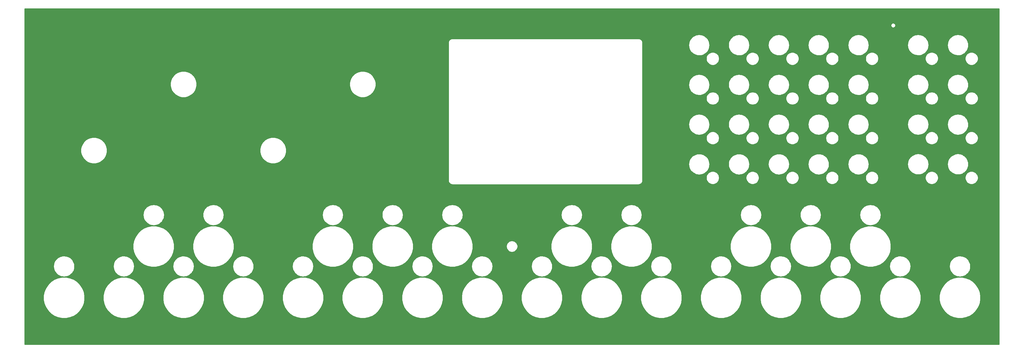
<source format=gbr>
G04 #@! TF.GenerationSoftware,KiCad,Pcbnew,5.1.6*
G04 #@! TF.CreationDate,2020-11-05T18:57:54+01:00*
G04 #@! TF.ProjectId,OTTO_FrontPanel_SMD,4f54544f-5f46-4726-9f6e-7450616e656c,rev?*
G04 #@! TF.SameCoordinates,Original*
G04 #@! TF.FileFunction,Copper,L2,Bot*
G04 #@! TF.FilePolarity,Positive*
%FSLAX46Y46*%
G04 Gerber Fmt 4.6, Leading zero omitted, Abs format (unit mm)*
G04 Created by KiCad (PCBNEW 5.1.6) date 2020-11-05 18:57:54*
%MOMM*%
%LPD*%
G01*
G04 APERTURE LIST*
G04 #@! TA.AperFunction,NonConductor*
%ADD10C,0.250000*%
G04 #@! TD*
G04 APERTURE END LIST*
D10*
G36*
X308020000Y-110150000D02*
G01*
X14380000Y-110150000D01*
X14380000Y-95486891D01*
X19975000Y-95486891D01*
X19975000Y-96713109D01*
X20214223Y-97915765D01*
X20683477Y-99048643D01*
X21364727Y-100068206D01*
X22231794Y-100935273D01*
X23251357Y-101616523D01*
X24384235Y-102085777D01*
X25586891Y-102325000D01*
X26813109Y-102325000D01*
X28015765Y-102085777D01*
X29148643Y-101616523D01*
X30168206Y-100935273D01*
X31035273Y-100068206D01*
X31716523Y-99048643D01*
X32185777Y-97915765D01*
X32425000Y-96713109D01*
X32425000Y-95486891D01*
X37975000Y-95486891D01*
X37975000Y-96713109D01*
X38214223Y-97915765D01*
X38683477Y-99048643D01*
X39364727Y-100068206D01*
X40231794Y-100935273D01*
X41251357Y-101616523D01*
X42384235Y-102085777D01*
X43586891Y-102325000D01*
X44813109Y-102325000D01*
X46015765Y-102085777D01*
X47148643Y-101616523D01*
X48168206Y-100935273D01*
X49035273Y-100068206D01*
X49716523Y-99048643D01*
X50185777Y-97915765D01*
X50425000Y-96713109D01*
X50425000Y-95486891D01*
X55975000Y-95486891D01*
X55975000Y-96713109D01*
X56214223Y-97915765D01*
X56683477Y-99048643D01*
X57364727Y-100068206D01*
X58231794Y-100935273D01*
X59251357Y-101616523D01*
X60384235Y-102085777D01*
X61586891Y-102325000D01*
X62813109Y-102325000D01*
X64015765Y-102085777D01*
X65148643Y-101616523D01*
X66168206Y-100935273D01*
X67035273Y-100068206D01*
X67716523Y-99048643D01*
X68185777Y-97915765D01*
X68425000Y-96713109D01*
X68425000Y-95486891D01*
X73975000Y-95486891D01*
X73975000Y-96713109D01*
X74214223Y-97915765D01*
X74683477Y-99048643D01*
X75364727Y-100068206D01*
X76231794Y-100935273D01*
X77251357Y-101616523D01*
X78384235Y-102085777D01*
X79586891Y-102325000D01*
X80813109Y-102325000D01*
X82015765Y-102085777D01*
X83148643Y-101616523D01*
X84168206Y-100935273D01*
X85035273Y-100068206D01*
X85716523Y-99048643D01*
X86185777Y-97915765D01*
X86425000Y-96713109D01*
X86425000Y-95486891D01*
X91975000Y-95486891D01*
X91975000Y-96713109D01*
X92214223Y-97915765D01*
X92683477Y-99048643D01*
X93364727Y-100068206D01*
X94231794Y-100935273D01*
X95251357Y-101616523D01*
X96384235Y-102085777D01*
X97586891Y-102325000D01*
X98813109Y-102325000D01*
X100015765Y-102085777D01*
X101148643Y-101616523D01*
X102168206Y-100935273D01*
X103035273Y-100068206D01*
X103716523Y-99048643D01*
X104185777Y-97915765D01*
X104425000Y-96713109D01*
X104425000Y-95486891D01*
X109975000Y-95486891D01*
X109975000Y-96713109D01*
X110214223Y-97915765D01*
X110683477Y-99048643D01*
X111364727Y-100068206D01*
X112231794Y-100935273D01*
X113251357Y-101616523D01*
X114384235Y-102085777D01*
X115586891Y-102325000D01*
X116813109Y-102325000D01*
X118015765Y-102085777D01*
X119148643Y-101616523D01*
X120168206Y-100935273D01*
X121035273Y-100068206D01*
X121716523Y-99048643D01*
X122185777Y-97915765D01*
X122425000Y-96713109D01*
X122425000Y-95486891D01*
X127975000Y-95486891D01*
X127975000Y-96713109D01*
X128214223Y-97915765D01*
X128683477Y-99048643D01*
X129364727Y-100068206D01*
X130231794Y-100935273D01*
X131251357Y-101616523D01*
X132384235Y-102085777D01*
X133586891Y-102325000D01*
X134813109Y-102325000D01*
X136015765Y-102085777D01*
X137148643Y-101616523D01*
X138168206Y-100935273D01*
X139035273Y-100068206D01*
X139716523Y-99048643D01*
X140185777Y-97915765D01*
X140425000Y-96713109D01*
X140425000Y-95486891D01*
X145975000Y-95486891D01*
X145975000Y-96713109D01*
X146214223Y-97915765D01*
X146683477Y-99048643D01*
X147364727Y-100068206D01*
X148231794Y-100935273D01*
X149251357Y-101616523D01*
X150384235Y-102085777D01*
X151586891Y-102325000D01*
X152813109Y-102325000D01*
X154015765Y-102085777D01*
X155148643Y-101616523D01*
X156168206Y-100935273D01*
X157035273Y-100068206D01*
X157716523Y-99048643D01*
X158185777Y-97915765D01*
X158425000Y-96713109D01*
X158425000Y-95486891D01*
X163975000Y-95486891D01*
X163975000Y-96713109D01*
X164214223Y-97915765D01*
X164683477Y-99048643D01*
X165364727Y-100068206D01*
X166231794Y-100935273D01*
X167251357Y-101616523D01*
X168384235Y-102085777D01*
X169586891Y-102325000D01*
X170813109Y-102325000D01*
X172015765Y-102085777D01*
X173148643Y-101616523D01*
X174168206Y-100935273D01*
X175035273Y-100068206D01*
X175716523Y-99048643D01*
X176185777Y-97915765D01*
X176425000Y-96713109D01*
X176425000Y-95486891D01*
X181975000Y-95486891D01*
X181975000Y-96713109D01*
X182214223Y-97915765D01*
X182683477Y-99048643D01*
X183364727Y-100068206D01*
X184231794Y-100935273D01*
X185251357Y-101616523D01*
X186384235Y-102085777D01*
X187586891Y-102325000D01*
X188813109Y-102325000D01*
X190015765Y-102085777D01*
X191148643Y-101616523D01*
X192168206Y-100935273D01*
X193035273Y-100068206D01*
X193716523Y-99048643D01*
X194185777Y-97915765D01*
X194425000Y-96713109D01*
X194425000Y-95486891D01*
X199975000Y-95486891D01*
X199975000Y-96713109D01*
X200214223Y-97915765D01*
X200683477Y-99048643D01*
X201364727Y-100068206D01*
X202231794Y-100935273D01*
X203251357Y-101616523D01*
X204384235Y-102085777D01*
X205586891Y-102325000D01*
X206813109Y-102325000D01*
X208015765Y-102085777D01*
X209148643Y-101616523D01*
X210168206Y-100935273D01*
X211035273Y-100068206D01*
X211716523Y-99048643D01*
X212185777Y-97915765D01*
X212425000Y-96713109D01*
X212425000Y-95486891D01*
X217975000Y-95486891D01*
X217975000Y-96713109D01*
X218214223Y-97915765D01*
X218683477Y-99048643D01*
X219364727Y-100068206D01*
X220231794Y-100935273D01*
X221251357Y-101616523D01*
X222384235Y-102085777D01*
X223586891Y-102325000D01*
X224813109Y-102325000D01*
X226015765Y-102085777D01*
X227148643Y-101616523D01*
X228168206Y-100935273D01*
X229035273Y-100068206D01*
X229716523Y-99048643D01*
X230185777Y-97915765D01*
X230425000Y-96713109D01*
X230425000Y-95486891D01*
X235975000Y-95486891D01*
X235975000Y-96713109D01*
X236214223Y-97915765D01*
X236683477Y-99048643D01*
X237364727Y-100068206D01*
X238231794Y-100935273D01*
X239251357Y-101616523D01*
X240384235Y-102085777D01*
X241586891Y-102325000D01*
X242813109Y-102325000D01*
X244015765Y-102085777D01*
X245148643Y-101616523D01*
X246168206Y-100935273D01*
X247035273Y-100068206D01*
X247716523Y-99048643D01*
X248185777Y-97915765D01*
X248425000Y-96713109D01*
X248425000Y-95486891D01*
X253975000Y-95486891D01*
X253975000Y-96713109D01*
X254214223Y-97915765D01*
X254683477Y-99048643D01*
X255364727Y-100068206D01*
X256231794Y-100935273D01*
X257251357Y-101616523D01*
X258384235Y-102085777D01*
X259586891Y-102325000D01*
X260813109Y-102325000D01*
X262015765Y-102085777D01*
X263148643Y-101616523D01*
X264168206Y-100935273D01*
X265035273Y-100068206D01*
X265716523Y-99048643D01*
X266185777Y-97915765D01*
X266425000Y-96713109D01*
X266425000Y-95486891D01*
X271975000Y-95486891D01*
X271975000Y-96713109D01*
X272214223Y-97915765D01*
X272683477Y-99048643D01*
X273364727Y-100068206D01*
X274231794Y-100935273D01*
X275251357Y-101616523D01*
X276384235Y-102085777D01*
X277586891Y-102325000D01*
X278813109Y-102325000D01*
X280015765Y-102085777D01*
X281148643Y-101616523D01*
X282168206Y-100935273D01*
X283035273Y-100068206D01*
X283716523Y-99048643D01*
X284185777Y-97915765D01*
X284425000Y-96713109D01*
X284425000Y-95486891D01*
X289975000Y-95486891D01*
X289975000Y-96713109D01*
X290214223Y-97915765D01*
X290683477Y-99048643D01*
X291364727Y-100068206D01*
X292231794Y-100935273D01*
X293251357Y-101616523D01*
X294384235Y-102085777D01*
X295586891Y-102325000D01*
X296813109Y-102325000D01*
X298015765Y-102085777D01*
X299148643Y-101616523D01*
X300168206Y-100935273D01*
X301035273Y-100068206D01*
X301716523Y-99048643D01*
X302185777Y-97915765D01*
X302425000Y-96713109D01*
X302425000Y-95486891D01*
X302185777Y-94284235D01*
X301716523Y-93151357D01*
X301035273Y-92131794D01*
X300168206Y-91264727D01*
X299148643Y-90583477D01*
X298015765Y-90114223D01*
X296813109Y-89875000D01*
X295586891Y-89875000D01*
X294384235Y-90114223D01*
X293251357Y-90583477D01*
X292231794Y-91264727D01*
X291364727Y-92131794D01*
X290683477Y-93151357D01*
X290214223Y-94284235D01*
X289975000Y-95486891D01*
X284425000Y-95486891D01*
X284185777Y-94284235D01*
X283716523Y-93151357D01*
X283035273Y-92131794D01*
X282168206Y-91264727D01*
X281148643Y-90583477D01*
X280015765Y-90114223D01*
X278813109Y-89875000D01*
X277586891Y-89875000D01*
X276384235Y-90114223D01*
X275251357Y-90583477D01*
X274231794Y-91264727D01*
X273364727Y-92131794D01*
X272683477Y-93151357D01*
X272214223Y-94284235D01*
X271975000Y-95486891D01*
X266425000Y-95486891D01*
X266185777Y-94284235D01*
X265716523Y-93151357D01*
X265035273Y-92131794D01*
X264168206Y-91264727D01*
X263148643Y-90583477D01*
X262015765Y-90114223D01*
X260813109Y-89875000D01*
X259586891Y-89875000D01*
X258384235Y-90114223D01*
X257251357Y-90583477D01*
X256231794Y-91264727D01*
X255364727Y-92131794D01*
X254683477Y-93151357D01*
X254214223Y-94284235D01*
X253975000Y-95486891D01*
X248425000Y-95486891D01*
X248185777Y-94284235D01*
X247716523Y-93151357D01*
X247035273Y-92131794D01*
X246168206Y-91264727D01*
X245148643Y-90583477D01*
X244015765Y-90114223D01*
X242813109Y-89875000D01*
X241586891Y-89875000D01*
X240384235Y-90114223D01*
X239251357Y-90583477D01*
X238231794Y-91264727D01*
X237364727Y-92131794D01*
X236683477Y-93151357D01*
X236214223Y-94284235D01*
X235975000Y-95486891D01*
X230425000Y-95486891D01*
X230185777Y-94284235D01*
X229716523Y-93151357D01*
X229035273Y-92131794D01*
X228168206Y-91264727D01*
X227148643Y-90583477D01*
X226015765Y-90114223D01*
X224813109Y-89875000D01*
X223586891Y-89875000D01*
X222384235Y-90114223D01*
X221251357Y-90583477D01*
X220231794Y-91264727D01*
X219364727Y-92131794D01*
X218683477Y-93151357D01*
X218214223Y-94284235D01*
X217975000Y-95486891D01*
X212425000Y-95486891D01*
X212185777Y-94284235D01*
X211716523Y-93151357D01*
X211035273Y-92131794D01*
X210168206Y-91264727D01*
X209148643Y-90583477D01*
X208015765Y-90114223D01*
X206813109Y-89875000D01*
X205586891Y-89875000D01*
X204384235Y-90114223D01*
X203251357Y-90583477D01*
X202231794Y-91264727D01*
X201364727Y-92131794D01*
X200683477Y-93151357D01*
X200214223Y-94284235D01*
X199975000Y-95486891D01*
X194425000Y-95486891D01*
X194185777Y-94284235D01*
X193716523Y-93151357D01*
X193035273Y-92131794D01*
X192168206Y-91264727D01*
X191148643Y-90583477D01*
X190015765Y-90114223D01*
X188813109Y-89875000D01*
X187586891Y-89875000D01*
X186384235Y-90114223D01*
X185251357Y-90583477D01*
X184231794Y-91264727D01*
X183364727Y-92131794D01*
X182683477Y-93151357D01*
X182214223Y-94284235D01*
X181975000Y-95486891D01*
X176425000Y-95486891D01*
X176185777Y-94284235D01*
X175716523Y-93151357D01*
X175035273Y-92131794D01*
X174168206Y-91264727D01*
X173148643Y-90583477D01*
X172015765Y-90114223D01*
X170813109Y-89875000D01*
X169586891Y-89875000D01*
X168384235Y-90114223D01*
X167251357Y-90583477D01*
X166231794Y-91264727D01*
X165364727Y-92131794D01*
X164683477Y-93151357D01*
X164214223Y-94284235D01*
X163975000Y-95486891D01*
X158425000Y-95486891D01*
X158185777Y-94284235D01*
X157716523Y-93151357D01*
X157035273Y-92131794D01*
X156168206Y-91264727D01*
X155148643Y-90583477D01*
X154015765Y-90114223D01*
X152813109Y-89875000D01*
X151586891Y-89875000D01*
X150384235Y-90114223D01*
X149251357Y-90583477D01*
X148231794Y-91264727D01*
X147364727Y-92131794D01*
X146683477Y-93151357D01*
X146214223Y-94284235D01*
X145975000Y-95486891D01*
X140425000Y-95486891D01*
X140185777Y-94284235D01*
X139716523Y-93151357D01*
X139035273Y-92131794D01*
X138168206Y-91264727D01*
X137148643Y-90583477D01*
X136015765Y-90114223D01*
X134813109Y-89875000D01*
X133586891Y-89875000D01*
X132384235Y-90114223D01*
X131251357Y-90583477D01*
X130231794Y-91264727D01*
X129364727Y-92131794D01*
X128683477Y-93151357D01*
X128214223Y-94284235D01*
X127975000Y-95486891D01*
X122425000Y-95486891D01*
X122185777Y-94284235D01*
X121716523Y-93151357D01*
X121035273Y-92131794D01*
X120168206Y-91264727D01*
X119148643Y-90583477D01*
X118015765Y-90114223D01*
X116813109Y-89875000D01*
X115586891Y-89875000D01*
X114384235Y-90114223D01*
X113251357Y-90583477D01*
X112231794Y-91264727D01*
X111364727Y-92131794D01*
X110683477Y-93151357D01*
X110214223Y-94284235D01*
X109975000Y-95486891D01*
X104425000Y-95486891D01*
X104185777Y-94284235D01*
X103716523Y-93151357D01*
X103035273Y-92131794D01*
X102168206Y-91264727D01*
X101148643Y-90583477D01*
X100015765Y-90114223D01*
X98813109Y-89875000D01*
X97586891Y-89875000D01*
X96384235Y-90114223D01*
X95251357Y-90583477D01*
X94231794Y-91264727D01*
X93364727Y-92131794D01*
X92683477Y-93151357D01*
X92214223Y-94284235D01*
X91975000Y-95486891D01*
X86425000Y-95486891D01*
X86185777Y-94284235D01*
X85716523Y-93151357D01*
X85035273Y-92131794D01*
X84168206Y-91264727D01*
X83148643Y-90583477D01*
X82015765Y-90114223D01*
X80813109Y-89875000D01*
X79586891Y-89875000D01*
X78384235Y-90114223D01*
X77251357Y-90583477D01*
X76231794Y-91264727D01*
X75364727Y-92131794D01*
X74683477Y-93151357D01*
X74214223Y-94284235D01*
X73975000Y-95486891D01*
X68425000Y-95486891D01*
X68185777Y-94284235D01*
X67716523Y-93151357D01*
X67035273Y-92131794D01*
X66168206Y-91264727D01*
X65148643Y-90583477D01*
X64015765Y-90114223D01*
X62813109Y-89875000D01*
X61586891Y-89875000D01*
X60384235Y-90114223D01*
X59251357Y-90583477D01*
X58231794Y-91264727D01*
X57364727Y-92131794D01*
X56683477Y-93151357D01*
X56214223Y-94284235D01*
X55975000Y-95486891D01*
X50425000Y-95486891D01*
X50185777Y-94284235D01*
X49716523Y-93151357D01*
X49035273Y-92131794D01*
X48168206Y-91264727D01*
X47148643Y-90583477D01*
X46015765Y-90114223D01*
X44813109Y-89875000D01*
X43586891Y-89875000D01*
X42384235Y-90114223D01*
X41251357Y-90583477D01*
X40231794Y-91264727D01*
X39364727Y-92131794D01*
X38683477Y-93151357D01*
X38214223Y-94284235D01*
X37975000Y-95486891D01*
X32425000Y-95486891D01*
X32185777Y-94284235D01*
X31716523Y-93151357D01*
X31035273Y-92131794D01*
X30168206Y-91264727D01*
X29148643Y-90583477D01*
X28015765Y-90114223D01*
X26813109Y-89875000D01*
X25586891Y-89875000D01*
X24384235Y-90114223D01*
X23251357Y-90583477D01*
X22231794Y-91264727D01*
X21364727Y-92131794D01*
X20683477Y-93151357D01*
X20214223Y-94284235D01*
X19975000Y-95486891D01*
X14380000Y-95486891D01*
X14380000Y-86586196D01*
X23000765Y-86586196D01*
X23000965Y-86615504D01*
X23075965Y-87215504D01*
X23080000Y-87235000D01*
X23255000Y-87835000D01*
X23265473Y-87860240D01*
X23540473Y-88360240D01*
X23551890Y-88377456D01*
X23926890Y-88852456D01*
X23947544Y-88873110D01*
X24422544Y-89248110D01*
X24439760Y-89259527D01*
X24939760Y-89534527D01*
X24965660Y-89545190D01*
X25490660Y-89695190D01*
X25511196Y-89699235D01*
X26186196Y-89774235D01*
X26213804Y-89774235D01*
X26888804Y-89699235D01*
X26914528Y-89693585D01*
X27439528Y-89518585D01*
X27455902Y-89511803D01*
X27955902Y-89261803D01*
X27980023Y-89246028D01*
X28430023Y-88871028D01*
X28438388Y-88863388D01*
X28638388Y-88663388D01*
X28647609Y-88653087D01*
X28847609Y-88403087D01*
X28859527Y-88385240D01*
X29134527Y-87885240D01*
X29145000Y-87860000D01*
X29320000Y-87260000D01*
X29324602Y-87234968D01*
X29374602Y-86609968D01*
X29374632Y-86590413D01*
X29374308Y-86586196D01*
X41000765Y-86586196D01*
X41000965Y-86615504D01*
X41075965Y-87215504D01*
X41080000Y-87235000D01*
X41255000Y-87835000D01*
X41265473Y-87860240D01*
X41540473Y-88360240D01*
X41551890Y-88377456D01*
X41926890Y-88852456D01*
X41947544Y-88873110D01*
X42422544Y-89248110D01*
X42439760Y-89259527D01*
X42939760Y-89534527D01*
X42965660Y-89545190D01*
X43490660Y-89695190D01*
X43511196Y-89699235D01*
X44186196Y-89774235D01*
X44213804Y-89774235D01*
X44888804Y-89699235D01*
X44914528Y-89693585D01*
X45439528Y-89518585D01*
X45455902Y-89511803D01*
X45955902Y-89261803D01*
X45980023Y-89246028D01*
X46430023Y-88871028D01*
X46438388Y-88863388D01*
X46638388Y-88663388D01*
X46647609Y-88653087D01*
X46847609Y-88403087D01*
X46859527Y-88385240D01*
X47134527Y-87885240D01*
X47145000Y-87860000D01*
X47320000Y-87260000D01*
X47324602Y-87234968D01*
X47374602Y-86609968D01*
X47374632Y-86590413D01*
X47324632Y-85940413D01*
X47317474Y-85907282D01*
X47117474Y-85357282D01*
X47111803Y-85344098D01*
X46861803Y-84844098D01*
X46845242Y-84819044D01*
X46420242Y-84319044D01*
X46400931Y-84300705D01*
X45975931Y-83975705D01*
X45960240Y-83965473D01*
X45460240Y-83690473D01*
X45437900Y-83680884D01*
X44887900Y-83505884D01*
X44864328Y-83500824D01*
X44214328Y-83425824D01*
X44189619Y-83425432D01*
X43589619Y-83475432D01*
X43565000Y-83480000D01*
X42965000Y-83655000D01*
X42939760Y-83665473D01*
X42439760Y-83940473D01*
X42422544Y-83951890D01*
X41947544Y-84326890D01*
X41928972Y-84344977D01*
X41553972Y-84794977D01*
X41540473Y-84814760D01*
X41265473Y-85314760D01*
X41255884Y-85337100D01*
X41080884Y-85887100D01*
X41075765Y-85911196D01*
X41000765Y-86586196D01*
X29374308Y-86586196D01*
X29324632Y-85940413D01*
X29317474Y-85907282D01*
X29117474Y-85357282D01*
X29111803Y-85344098D01*
X28861803Y-84844098D01*
X28845242Y-84819044D01*
X28420242Y-84319044D01*
X28400931Y-84300705D01*
X27975931Y-83975705D01*
X27960240Y-83965473D01*
X27460240Y-83690473D01*
X27437900Y-83680884D01*
X26887900Y-83505884D01*
X26864328Y-83500824D01*
X26214328Y-83425824D01*
X26189619Y-83425432D01*
X25589619Y-83475432D01*
X25565000Y-83480000D01*
X24965000Y-83655000D01*
X24939760Y-83665473D01*
X24439760Y-83940473D01*
X24422544Y-83951890D01*
X23947544Y-84326890D01*
X23928972Y-84344977D01*
X23553972Y-84794977D01*
X23540473Y-84814760D01*
X23265473Y-85314760D01*
X23255884Y-85337100D01*
X23080884Y-85887100D01*
X23075765Y-85911196D01*
X23000765Y-86586196D01*
X14380000Y-86586196D01*
X14380000Y-79986891D01*
X46975000Y-79986891D01*
X46975000Y-81213109D01*
X47214223Y-82415765D01*
X47683477Y-83548643D01*
X48364727Y-84568206D01*
X49231794Y-85435273D01*
X50251357Y-86116523D01*
X51384235Y-86585777D01*
X52586891Y-86825000D01*
X53813109Y-86825000D01*
X55013658Y-86586196D01*
X59000765Y-86586196D01*
X59000965Y-86615504D01*
X59075965Y-87215504D01*
X59080000Y-87235000D01*
X59255000Y-87835000D01*
X59265473Y-87860240D01*
X59540473Y-88360240D01*
X59551890Y-88377456D01*
X59926890Y-88852456D01*
X59947544Y-88873110D01*
X60422544Y-89248110D01*
X60439760Y-89259527D01*
X60939760Y-89534527D01*
X60965660Y-89545190D01*
X61490660Y-89695190D01*
X61511196Y-89699235D01*
X62186196Y-89774235D01*
X62213804Y-89774235D01*
X62888804Y-89699235D01*
X62914528Y-89693585D01*
X63439528Y-89518585D01*
X63455902Y-89511803D01*
X63955902Y-89261803D01*
X63980023Y-89246028D01*
X64430023Y-88871028D01*
X64438388Y-88863388D01*
X64638388Y-88663388D01*
X64647609Y-88653087D01*
X64847609Y-88403087D01*
X64859527Y-88385240D01*
X65134527Y-87885240D01*
X65145000Y-87860000D01*
X65320000Y-87260000D01*
X65324602Y-87234968D01*
X65374602Y-86609968D01*
X65374632Y-86590413D01*
X65324632Y-85940413D01*
X65317474Y-85907282D01*
X65117474Y-85357282D01*
X65111803Y-85344098D01*
X64861803Y-84844098D01*
X64845242Y-84819044D01*
X64420242Y-84319044D01*
X64400931Y-84300705D01*
X63975931Y-83975705D01*
X63960240Y-83965473D01*
X63460240Y-83690473D01*
X63437900Y-83680884D01*
X62887900Y-83505884D01*
X62864328Y-83500824D01*
X62214328Y-83425824D01*
X62189619Y-83425432D01*
X61589619Y-83475432D01*
X61565000Y-83480000D01*
X60965000Y-83655000D01*
X60939760Y-83665473D01*
X60439760Y-83940473D01*
X60422544Y-83951890D01*
X59947544Y-84326890D01*
X59928972Y-84344977D01*
X59553972Y-84794977D01*
X59540473Y-84814760D01*
X59265473Y-85314760D01*
X59255884Y-85337100D01*
X59080884Y-85887100D01*
X59075765Y-85911196D01*
X59000765Y-86586196D01*
X55013658Y-86586196D01*
X55015765Y-86585777D01*
X56148643Y-86116523D01*
X57168206Y-85435273D01*
X58035273Y-84568206D01*
X58716523Y-83548643D01*
X59185777Y-82415765D01*
X59425000Y-81213109D01*
X59425000Y-79986891D01*
X64975000Y-79986891D01*
X64975000Y-81213109D01*
X65214223Y-82415765D01*
X65683477Y-83548643D01*
X66364727Y-84568206D01*
X67231794Y-85435273D01*
X68251357Y-86116523D01*
X69384235Y-86585777D01*
X70586891Y-86825000D01*
X71813109Y-86825000D01*
X73013658Y-86586196D01*
X77000765Y-86586196D01*
X77000965Y-86615504D01*
X77075965Y-87215504D01*
X77080000Y-87235000D01*
X77255000Y-87835000D01*
X77265473Y-87860240D01*
X77540473Y-88360240D01*
X77551890Y-88377456D01*
X77926890Y-88852456D01*
X77947544Y-88873110D01*
X78422544Y-89248110D01*
X78439760Y-89259527D01*
X78939760Y-89534527D01*
X78965660Y-89545190D01*
X79490660Y-89695190D01*
X79511196Y-89699235D01*
X80186196Y-89774235D01*
X80213804Y-89774235D01*
X80888804Y-89699235D01*
X80914528Y-89693585D01*
X81439528Y-89518585D01*
X81455902Y-89511803D01*
X81955902Y-89261803D01*
X81980023Y-89246028D01*
X82430023Y-88871028D01*
X82438388Y-88863388D01*
X82638388Y-88663388D01*
X82647609Y-88653087D01*
X82847609Y-88403087D01*
X82859527Y-88385240D01*
X83134527Y-87885240D01*
X83145000Y-87860000D01*
X83320000Y-87260000D01*
X83324602Y-87234968D01*
X83374602Y-86609968D01*
X83374632Y-86590413D01*
X83374308Y-86586196D01*
X95000765Y-86586196D01*
X95000965Y-86615504D01*
X95075965Y-87215504D01*
X95080000Y-87235000D01*
X95255000Y-87835000D01*
X95265473Y-87860240D01*
X95540473Y-88360240D01*
X95551890Y-88377456D01*
X95926890Y-88852456D01*
X95947544Y-88873110D01*
X96422544Y-89248110D01*
X96439760Y-89259527D01*
X96939760Y-89534527D01*
X96965660Y-89545190D01*
X97490660Y-89695190D01*
X97511196Y-89699235D01*
X98186196Y-89774235D01*
X98213804Y-89774235D01*
X98888804Y-89699235D01*
X98914528Y-89693585D01*
X99439528Y-89518585D01*
X99455902Y-89511803D01*
X99955902Y-89261803D01*
X99980023Y-89246028D01*
X100430023Y-88871028D01*
X100438388Y-88863388D01*
X100638388Y-88663388D01*
X100647609Y-88653087D01*
X100847609Y-88403087D01*
X100859527Y-88385240D01*
X101134527Y-87885240D01*
X101145000Y-87860000D01*
X101320000Y-87260000D01*
X101324602Y-87234968D01*
X101374602Y-86609968D01*
X101374632Y-86590413D01*
X101324632Y-85940413D01*
X101317474Y-85907282D01*
X101117474Y-85357282D01*
X101111803Y-85344098D01*
X100861803Y-84844098D01*
X100845242Y-84819044D01*
X100420242Y-84319044D01*
X100400931Y-84300705D01*
X99975931Y-83975705D01*
X99960240Y-83965473D01*
X99460240Y-83690473D01*
X99437900Y-83680884D01*
X98887900Y-83505884D01*
X98864328Y-83500824D01*
X98214328Y-83425824D01*
X98189619Y-83425432D01*
X97589619Y-83475432D01*
X97565000Y-83480000D01*
X96965000Y-83655000D01*
X96939760Y-83665473D01*
X96439760Y-83940473D01*
X96422544Y-83951890D01*
X95947544Y-84326890D01*
X95928972Y-84344977D01*
X95553972Y-84794977D01*
X95540473Y-84814760D01*
X95265473Y-85314760D01*
X95255884Y-85337100D01*
X95080884Y-85887100D01*
X95075765Y-85911196D01*
X95000765Y-86586196D01*
X83374308Y-86586196D01*
X83324632Y-85940413D01*
X83317474Y-85907282D01*
X83117474Y-85357282D01*
X83111803Y-85344098D01*
X82861803Y-84844098D01*
X82845242Y-84819044D01*
X82420242Y-84319044D01*
X82400931Y-84300705D01*
X81975931Y-83975705D01*
X81960240Y-83965473D01*
X81460240Y-83690473D01*
X81437900Y-83680884D01*
X80887900Y-83505884D01*
X80864328Y-83500824D01*
X80214328Y-83425824D01*
X80189619Y-83425432D01*
X79589619Y-83475432D01*
X79565000Y-83480000D01*
X78965000Y-83655000D01*
X78939760Y-83665473D01*
X78439760Y-83940473D01*
X78422544Y-83951890D01*
X77947544Y-84326890D01*
X77928972Y-84344977D01*
X77553972Y-84794977D01*
X77540473Y-84814760D01*
X77265473Y-85314760D01*
X77255884Y-85337100D01*
X77080884Y-85887100D01*
X77075765Y-85911196D01*
X77000765Y-86586196D01*
X73013658Y-86586196D01*
X73015765Y-86585777D01*
X74148643Y-86116523D01*
X75168206Y-85435273D01*
X76035273Y-84568206D01*
X76716523Y-83548643D01*
X77185777Y-82415765D01*
X77425000Y-81213109D01*
X77425000Y-79986891D01*
X100975000Y-79986891D01*
X100975000Y-81213109D01*
X101214223Y-82415765D01*
X101683477Y-83548643D01*
X102364727Y-84568206D01*
X103231794Y-85435273D01*
X104251357Y-86116523D01*
X105384235Y-86585777D01*
X106586891Y-86825000D01*
X107813109Y-86825000D01*
X109013658Y-86586196D01*
X113000765Y-86586196D01*
X113000965Y-86615504D01*
X113075965Y-87215504D01*
X113080000Y-87235000D01*
X113255000Y-87835000D01*
X113265473Y-87860240D01*
X113540473Y-88360240D01*
X113551890Y-88377456D01*
X113926890Y-88852456D01*
X113947544Y-88873110D01*
X114422544Y-89248110D01*
X114439760Y-89259527D01*
X114939760Y-89534527D01*
X114965660Y-89545190D01*
X115490660Y-89695190D01*
X115511196Y-89699235D01*
X116186196Y-89774235D01*
X116213804Y-89774235D01*
X116888804Y-89699235D01*
X116914528Y-89693585D01*
X117439528Y-89518585D01*
X117455902Y-89511803D01*
X117955902Y-89261803D01*
X117980023Y-89246028D01*
X118430023Y-88871028D01*
X118438388Y-88863388D01*
X118638388Y-88663388D01*
X118647609Y-88653087D01*
X118847609Y-88403087D01*
X118859527Y-88385240D01*
X119134527Y-87885240D01*
X119145000Y-87860000D01*
X119320000Y-87260000D01*
X119324602Y-87234968D01*
X119374602Y-86609968D01*
X119374632Y-86590413D01*
X119324632Y-85940413D01*
X119317474Y-85907282D01*
X119117474Y-85357282D01*
X119111803Y-85344098D01*
X118861803Y-84844098D01*
X118845242Y-84819044D01*
X118420242Y-84319044D01*
X118400931Y-84300705D01*
X117975931Y-83975705D01*
X117960240Y-83965473D01*
X117460240Y-83690473D01*
X117437900Y-83680884D01*
X116887900Y-83505884D01*
X116864328Y-83500824D01*
X116214328Y-83425824D01*
X116189619Y-83425432D01*
X115589619Y-83475432D01*
X115565000Y-83480000D01*
X114965000Y-83655000D01*
X114939760Y-83665473D01*
X114439760Y-83940473D01*
X114422544Y-83951890D01*
X113947544Y-84326890D01*
X113928972Y-84344977D01*
X113553972Y-84794977D01*
X113540473Y-84814760D01*
X113265473Y-85314760D01*
X113255884Y-85337100D01*
X113080884Y-85887100D01*
X113075765Y-85911196D01*
X113000765Y-86586196D01*
X109013658Y-86586196D01*
X109015765Y-86585777D01*
X110148643Y-86116523D01*
X111168206Y-85435273D01*
X112035273Y-84568206D01*
X112716523Y-83548643D01*
X113185777Y-82415765D01*
X113425000Y-81213109D01*
X113425000Y-79986891D01*
X118975000Y-79986891D01*
X118975000Y-81213109D01*
X119214223Y-82415765D01*
X119683477Y-83548643D01*
X120364727Y-84568206D01*
X121231794Y-85435273D01*
X122251357Y-86116523D01*
X123384235Y-86585777D01*
X124586891Y-86825000D01*
X125813109Y-86825000D01*
X127013658Y-86586196D01*
X131000765Y-86586196D01*
X131000965Y-86615504D01*
X131075965Y-87215504D01*
X131080000Y-87235000D01*
X131255000Y-87835000D01*
X131265473Y-87860240D01*
X131540473Y-88360240D01*
X131551890Y-88377456D01*
X131926890Y-88852456D01*
X131947544Y-88873110D01*
X132422544Y-89248110D01*
X132439760Y-89259527D01*
X132939760Y-89534527D01*
X132965660Y-89545190D01*
X133490660Y-89695190D01*
X133511196Y-89699235D01*
X134186196Y-89774235D01*
X134213804Y-89774235D01*
X134888804Y-89699235D01*
X134914528Y-89693585D01*
X135439528Y-89518585D01*
X135455902Y-89511803D01*
X135955902Y-89261803D01*
X135980023Y-89246028D01*
X136430023Y-88871028D01*
X136438388Y-88863388D01*
X136638388Y-88663388D01*
X136647609Y-88653087D01*
X136847609Y-88403087D01*
X136859527Y-88385240D01*
X137134527Y-87885240D01*
X137145000Y-87860000D01*
X137320000Y-87260000D01*
X137324602Y-87234968D01*
X137374602Y-86609968D01*
X137374632Y-86590413D01*
X137324632Y-85940413D01*
X137317474Y-85907282D01*
X137117474Y-85357282D01*
X137111803Y-85344098D01*
X136861803Y-84844098D01*
X136845242Y-84819044D01*
X136420242Y-84319044D01*
X136400931Y-84300705D01*
X135975931Y-83975705D01*
X135960240Y-83965473D01*
X135460240Y-83690473D01*
X135437900Y-83680884D01*
X134887900Y-83505884D01*
X134864328Y-83500824D01*
X134214328Y-83425824D01*
X134189619Y-83425432D01*
X133589619Y-83475432D01*
X133565000Y-83480000D01*
X132965000Y-83655000D01*
X132939760Y-83665473D01*
X132439760Y-83940473D01*
X132422544Y-83951890D01*
X131947544Y-84326890D01*
X131928972Y-84344977D01*
X131553972Y-84794977D01*
X131540473Y-84814760D01*
X131265473Y-85314760D01*
X131255884Y-85337100D01*
X131080884Y-85887100D01*
X131075765Y-85911196D01*
X131000765Y-86586196D01*
X127013658Y-86586196D01*
X127015765Y-86585777D01*
X128148643Y-86116523D01*
X129168206Y-85435273D01*
X130035273Y-84568206D01*
X130716523Y-83548643D01*
X131185777Y-82415765D01*
X131425000Y-81213109D01*
X131425000Y-79986891D01*
X136975000Y-79986891D01*
X136975000Y-81213109D01*
X137214223Y-82415765D01*
X137683477Y-83548643D01*
X138364727Y-84568206D01*
X139231794Y-85435273D01*
X140251357Y-86116523D01*
X141384235Y-86585777D01*
X142586891Y-86825000D01*
X143813109Y-86825000D01*
X145013658Y-86586196D01*
X149000765Y-86586196D01*
X149000965Y-86615504D01*
X149075965Y-87215504D01*
X149080000Y-87235000D01*
X149255000Y-87835000D01*
X149265473Y-87860240D01*
X149540473Y-88360240D01*
X149551890Y-88377456D01*
X149926890Y-88852456D01*
X149947544Y-88873110D01*
X150422544Y-89248110D01*
X150439760Y-89259527D01*
X150939760Y-89534527D01*
X150965660Y-89545190D01*
X151490660Y-89695190D01*
X151511196Y-89699235D01*
X152186196Y-89774235D01*
X152213804Y-89774235D01*
X152888804Y-89699235D01*
X152914528Y-89693585D01*
X153439528Y-89518585D01*
X153455902Y-89511803D01*
X153955902Y-89261803D01*
X153980023Y-89246028D01*
X154430023Y-88871028D01*
X154438388Y-88863388D01*
X154638388Y-88663388D01*
X154647609Y-88653087D01*
X154847609Y-88403087D01*
X154859527Y-88385240D01*
X155134527Y-87885240D01*
X155145000Y-87860000D01*
X155320000Y-87260000D01*
X155324602Y-87234968D01*
X155374602Y-86609968D01*
X155374632Y-86590413D01*
X155374308Y-86586196D01*
X167000765Y-86586196D01*
X167000965Y-86615504D01*
X167075965Y-87215504D01*
X167080000Y-87235000D01*
X167255000Y-87835000D01*
X167265473Y-87860240D01*
X167540473Y-88360240D01*
X167551890Y-88377456D01*
X167926890Y-88852456D01*
X167947544Y-88873110D01*
X168422544Y-89248110D01*
X168439760Y-89259527D01*
X168939760Y-89534527D01*
X168965660Y-89545190D01*
X169490660Y-89695190D01*
X169511196Y-89699235D01*
X170186196Y-89774235D01*
X170213804Y-89774235D01*
X170888804Y-89699235D01*
X170914528Y-89693585D01*
X171439528Y-89518585D01*
X171455902Y-89511803D01*
X171955902Y-89261803D01*
X171980023Y-89246028D01*
X172430023Y-88871028D01*
X172438388Y-88863388D01*
X172638388Y-88663388D01*
X172647609Y-88653087D01*
X172847609Y-88403087D01*
X172859527Y-88385240D01*
X173134527Y-87885240D01*
X173145000Y-87860000D01*
X173320000Y-87260000D01*
X173324602Y-87234968D01*
X173374602Y-86609968D01*
X173374632Y-86590413D01*
X173324632Y-85940413D01*
X173317474Y-85907282D01*
X173117474Y-85357282D01*
X173111803Y-85344098D01*
X172861803Y-84844098D01*
X172845242Y-84819044D01*
X172420242Y-84319044D01*
X172400931Y-84300705D01*
X171975931Y-83975705D01*
X171960240Y-83965473D01*
X171460240Y-83690473D01*
X171437900Y-83680884D01*
X170887900Y-83505884D01*
X170864328Y-83500824D01*
X170214328Y-83425824D01*
X170189619Y-83425432D01*
X169589619Y-83475432D01*
X169565000Y-83480000D01*
X168965000Y-83655000D01*
X168939760Y-83665473D01*
X168439760Y-83940473D01*
X168422544Y-83951890D01*
X167947544Y-84326890D01*
X167928972Y-84344977D01*
X167553972Y-84794977D01*
X167540473Y-84814760D01*
X167265473Y-85314760D01*
X167255884Y-85337100D01*
X167080884Y-85887100D01*
X167075765Y-85911196D01*
X167000765Y-86586196D01*
X155374308Y-86586196D01*
X155324632Y-85940413D01*
X155317474Y-85907282D01*
X155117474Y-85357282D01*
X155111803Y-85344098D01*
X154861803Y-84844098D01*
X154845242Y-84819044D01*
X154420242Y-84319044D01*
X154400931Y-84300705D01*
X153975931Y-83975705D01*
X153960240Y-83965473D01*
X153460240Y-83690473D01*
X153437900Y-83680884D01*
X152887900Y-83505884D01*
X152864328Y-83500824D01*
X152214328Y-83425824D01*
X152189619Y-83425432D01*
X151589619Y-83475432D01*
X151565000Y-83480000D01*
X150965000Y-83655000D01*
X150939760Y-83665473D01*
X150439760Y-83940473D01*
X150422544Y-83951890D01*
X149947544Y-84326890D01*
X149928972Y-84344977D01*
X149553972Y-84794977D01*
X149540473Y-84814760D01*
X149265473Y-85314760D01*
X149255884Y-85337100D01*
X149080884Y-85887100D01*
X149075765Y-85911196D01*
X149000765Y-86586196D01*
X145013658Y-86586196D01*
X145015765Y-86585777D01*
X146148643Y-86116523D01*
X147168206Y-85435273D01*
X148035273Y-84568206D01*
X148716523Y-83548643D01*
X149185777Y-82415765D01*
X149425000Y-81213109D01*
X149425000Y-80430102D01*
X159475000Y-80430102D01*
X159475000Y-80769898D01*
X159541290Y-81103164D01*
X159671324Y-81417094D01*
X159860105Y-81699624D01*
X160100376Y-81939895D01*
X160382906Y-82128676D01*
X160696836Y-82258710D01*
X161030102Y-82325000D01*
X161369898Y-82325000D01*
X161703164Y-82258710D01*
X162017094Y-82128676D01*
X162299624Y-81939895D01*
X162539895Y-81699624D01*
X162728676Y-81417094D01*
X162858710Y-81103164D01*
X162925000Y-80769898D01*
X162925000Y-80430102D01*
X162858710Y-80096836D01*
X162813170Y-79986891D01*
X172975000Y-79986891D01*
X172975000Y-81213109D01*
X173214223Y-82415765D01*
X173683477Y-83548643D01*
X174364727Y-84568206D01*
X175231794Y-85435273D01*
X176251357Y-86116523D01*
X177384235Y-86585777D01*
X178586891Y-86825000D01*
X179813109Y-86825000D01*
X181013658Y-86586196D01*
X185000765Y-86586196D01*
X185000965Y-86615504D01*
X185075965Y-87215504D01*
X185080000Y-87235000D01*
X185255000Y-87835000D01*
X185265473Y-87860240D01*
X185540473Y-88360240D01*
X185551890Y-88377456D01*
X185926890Y-88852456D01*
X185947544Y-88873110D01*
X186422544Y-89248110D01*
X186439760Y-89259527D01*
X186939760Y-89534527D01*
X186965660Y-89545190D01*
X187490660Y-89695190D01*
X187511196Y-89699235D01*
X188186196Y-89774235D01*
X188213804Y-89774235D01*
X188888804Y-89699235D01*
X188914528Y-89693585D01*
X189439528Y-89518585D01*
X189455902Y-89511803D01*
X189955902Y-89261803D01*
X189980023Y-89246028D01*
X190430023Y-88871028D01*
X190438388Y-88863388D01*
X190638388Y-88663388D01*
X190647609Y-88653087D01*
X190847609Y-88403087D01*
X190859527Y-88385240D01*
X191134527Y-87885240D01*
X191145000Y-87860000D01*
X191320000Y-87260000D01*
X191324602Y-87234968D01*
X191374602Y-86609968D01*
X191374632Y-86590413D01*
X191324632Y-85940413D01*
X191317474Y-85907282D01*
X191117474Y-85357282D01*
X191111803Y-85344098D01*
X190861803Y-84844098D01*
X190845242Y-84819044D01*
X190420242Y-84319044D01*
X190400931Y-84300705D01*
X189975931Y-83975705D01*
X189960240Y-83965473D01*
X189460240Y-83690473D01*
X189437900Y-83680884D01*
X188887900Y-83505884D01*
X188864328Y-83500824D01*
X188214328Y-83425824D01*
X188189619Y-83425432D01*
X187589619Y-83475432D01*
X187565000Y-83480000D01*
X186965000Y-83655000D01*
X186939760Y-83665473D01*
X186439760Y-83940473D01*
X186422544Y-83951890D01*
X185947544Y-84326890D01*
X185928972Y-84344977D01*
X185553972Y-84794977D01*
X185540473Y-84814760D01*
X185265473Y-85314760D01*
X185255884Y-85337100D01*
X185080884Y-85887100D01*
X185075765Y-85911196D01*
X185000765Y-86586196D01*
X181013658Y-86586196D01*
X181015765Y-86585777D01*
X182148643Y-86116523D01*
X183168206Y-85435273D01*
X184035273Y-84568206D01*
X184716523Y-83548643D01*
X185185777Y-82415765D01*
X185425000Y-81213109D01*
X185425000Y-79986891D01*
X190975000Y-79986891D01*
X190975000Y-81213109D01*
X191214223Y-82415765D01*
X191683477Y-83548643D01*
X192364727Y-84568206D01*
X193231794Y-85435273D01*
X194251357Y-86116523D01*
X195384235Y-86585777D01*
X196586891Y-86825000D01*
X197813109Y-86825000D01*
X199013658Y-86586196D01*
X203000765Y-86586196D01*
X203000965Y-86615504D01*
X203075965Y-87215504D01*
X203080000Y-87235000D01*
X203255000Y-87835000D01*
X203265473Y-87860240D01*
X203540473Y-88360240D01*
X203551890Y-88377456D01*
X203926890Y-88852456D01*
X203947544Y-88873110D01*
X204422544Y-89248110D01*
X204439760Y-89259527D01*
X204939760Y-89534527D01*
X204965660Y-89545190D01*
X205490660Y-89695190D01*
X205511196Y-89699235D01*
X206186196Y-89774235D01*
X206213804Y-89774235D01*
X206888804Y-89699235D01*
X206914528Y-89693585D01*
X207439528Y-89518585D01*
X207455902Y-89511803D01*
X207955902Y-89261803D01*
X207980023Y-89246028D01*
X208430023Y-88871028D01*
X208438388Y-88863388D01*
X208638388Y-88663388D01*
X208647609Y-88653087D01*
X208847609Y-88403087D01*
X208859527Y-88385240D01*
X209134527Y-87885240D01*
X209145000Y-87860000D01*
X209320000Y-87260000D01*
X209324602Y-87234968D01*
X209374602Y-86609968D01*
X209374632Y-86590413D01*
X209374308Y-86586196D01*
X221000765Y-86586196D01*
X221000965Y-86615504D01*
X221075965Y-87215504D01*
X221080000Y-87235000D01*
X221255000Y-87835000D01*
X221265473Y-87860240D01*
X221540473Y-88360240D01*
X221551890Y-88377456D01*
X221926890Y-88852456D01*
X221947544Y-88873110D01*
X222422544Y-89248110D01*
X222439760Y-89259527D01*
X222939760Y-89534527D01*
X222965660Y-89545190D01*
X223490660Y-89695190D01*
X223511196Y-89699235D01*
X224186196Y-89774235D01*
X224213804Y-89774235D01*
X224888804Y-89699235D01*
X224914528Y-89693585D01*
X225439528Y-89518585D01*
X225455902Y-89511803D01*
X225955902Y-89261803D01*
X225980023Y-89246028D01*
X226430023Y-88871028D01*
X226438388Y-88863388D01*
X226638388Y-88663388D01*
X226647609Y-88653087D01*
X226847609Y-88403087D01*
X226859527Y-88385240D01*
X227134527Y-87885240D01*
X227145000Y-87860000D01*
X227320000Y-87260000D01*
X227324602Y-87234968D01*
X227374602Y-86609968D01*
X227374632Y-86590413D01*
X227324632Y-85940413D01*
X227317474Y-85907282D01*
X227117474Y-85357282D01*
X227111803Y-85344098D01*
X226861803Y-84844098D01*
X226845242Y-84819044D01*
X226420242Y-84319044D01*
X226400931Y-84300705D01*
X225975931Y-83975705D01*
X225960240Y-83965473D01*
X225460240Y-83690473D01*
X225437900Y-83680884D01*
X224887900Y-83505884D01*
X224864328Y-83500824D01*
X224214328Y-83425824D01*
X224189619Y-83425432D01*
X223589619Y-83475432D01*
X223565000Y-83480000D01*
X222965000Y-83655000D01*
X222939760Y-83665473D01*
X222439760Y-83940473D01*
X222422544Y-83951890D01*
X221947544Y-84326890D01*
X221928972Y-84344977D01*
X221553972Y-84794977D01*
X221540473Y-84814760D01*
X221265473Y-85314760D01*
X221255884Y-85337100D01*
X221080884Y-85887100D01*
X221075765Y-85911196D01*
X221000765Y-86586196D01*
X209374308Y-86586196D01*
X209324632Y-85940413D01*
X209317474Y-85907282D01*
X209117474Y-85357282D01*
X209111803Y-85344098D01*
X208861803Y-84844098D01*
X208845242Y-84819044D01*
X208420242Y-84319044D01*
X208400931Y-84300705D01*
X207975931Y-83975705D01*
X207960240Y-83965473D01*
X207460240Y-83690473D01*
X207437900Y-83680884D01*
X206887900Y-83505884D01*
X206864328Y-83500824D01*
X206214328Y-83425824D01*
X206189619Y-83425432D01*
X205589619Y-83475432D01*
X205565000Y-83480000D01*
X204965000Y-83655000D01*
X204939760Y-83665473D01*
X204439760Y-83940473D01*
X204422544Y-83951890D01*
X203947544Y-84326890D01*
X203928972Y-84344977D01*
X203553972Y-84794977D01*
X203540473Y-84814760D01*
X203265473Y-85314760D01*
X203255884Y-85337100D01*
X203080884Y-85887100D01*
X203075765Y-85911196D01*
X203000765Y-86586196D01*
X199013658Y-86586196D01*
X199015765Y-86585777D01*
X200148643Y-86116523D01*
X201168206Y-85435273D01*
X202035273Y-84568206D01*
X202716523Y-83548643D01*
X203185777Y-82415765D01*
X203425000Y-81213109D01*
X203425000Y-79986891D01*
X226975000Y-79986891D01*
X226975000Y-81213109D01*
X227214223Y-82415765D01*
X227683477Y-83548643D01*
X228364727Y-84568206D01*
X229231794Y-85435273D01*
X230251357Y-86116523D01*
X231384235Y-86585777D01*
X232586891Y-86825000D01*
X233813109Y-86825000D01*
X235013658Y-86586196D01*
X239000765Y-86586196D01*
X239000965Y-86615504D01*
X239075965Y-87215504D01*
X239080000Y-87235000D01*
X239255000Y-87835000D01*
X239265473Y-87860240D01*
X239540473Y-88360240D01*
X239551890Y-88377456D01*
X239926890Y-88852456D01*
X239947544Y-88873110D01*
X240422544Y-89248110D01*
X240439760Y-89259527D01*
X240939760Y-89534527D01*
X240965660Y-89545190D01*
X241490660Y-89695190D01*
X241511196Y-89699235D01*
X242186196Y-89774235D01*
X242213804Y-89774235D01*
X242888804Y-89699235D01*
X242914528Y-89693585D01*
X243439528Y-89518585D01*
X243455902Y-89511803D01*
X243955902Y-89261803D01*
X243980023Y-89246028D01*
X244430023Y-88871028D01*
X244438388Y-88863388D01*
X244638388Y-88663388D01*
X244647609Y-88653087D01*
X244847609Y-88403087D01*
X244859527Y-88385240D01*
X245134527Y-87885240D01*
X245145000Y-87860000D01*
X245320000Y-87260000D01*
X245324602Y-87234968D01*
X245374602Y-86609968D01*
X245374632Y-86590413D01*
X245324632Y-85940413D01*
X245317474Y-85907282D01*
X245117474Y-85357282D01*
X245111803Y-85344098D01*
X244861803Y-84844098D01*
X244845242Y-84819044D01*
X244420242Y-84319044D01*
X244400931Y-84300705D01*
X243975931Y-83975705D01*
X243960240Y-83965473D01*
X243460240Y-83690473D01*
X243437900Y-83680884D01*
X242887900Y-83505884D01*
X242864328Y-83500824D01*
X242214328Y-83425824D01*
X242189619Y-83425432D01*
X241589619Y-83475432D01*
X241565000Y-83480000D01*
X240965000Y-83655000D01*
X240939760Y-83665473D01*
X240439760Y-83940473D01*
X240422544Y-83951890D01*
X239947544Y-84326890D01*
X239928972Y-84344977D01*
X239553972Y-84794977D01*
X239540473Y-84814760D01*
X239265473Y-85314760D01*
X239255884Y-85337100D01*
X239080884Y-85887100D01*
X239075765Y-85911196D01*
X239000765Y-86586196D01*
X235013658Y-86586196D01*
X235015765Y-86585777D01*
X236148643Y-86116523D01*
X237168206Y-85435273D01*
X238035273Y-84568206D01*
X238716523Y-83548643D01*
X239185777Y-82415765D01*
X239425000Y-81213109D01*
X239425000Y-79986891D01*
X244975000Y-79986891D01*
X244975000Y-81213109D01*
X245214223Y-82415765D01*
X245683477Y-83548643D01*
X246364727Y-84568206D01*
X247231794Y-85435273D01*
X248251357Y-86116523D01*
X249384235Y-86585777D01*
X250586891Y-86825000D01*
X251813109Y-86825000D01*
X253013658Y-86586196D01*
X257000765Y-86586196D01*
X257000965Y-86615504D01*
X257075965Y-87215504D01*
X257080000Y-87235000D01*
X257255000Y-87835000D01*
X257265473Y-87860240D01*
X257540473Y-88360240D01*
X257551890Y-88377456D01*
X257926890Y-88852456D01*
X257947544Y-88873110D01*
X258422544Y-89248110D01*
X258439760Y-89259527D01*
X258939760Y-89534527D01*
X258965660Y-89545190D01*
X259490660Y-89695190D01*
X259511196Y-89699235D01*
X260186196Y-89774235D01*
X260213804Y-89774235D01*
X260888804Y-89699235D01*
X260914528Y-89693585D01*
X261439528Y-89518585D01*
X261455902Y-89511803D01*
X261955902Y-89261803D01*
X261980023Y-89246028D01*
X262430023Y-88871028D01*
X262438388Y-88863388D01*
X262638388Y-88663388D01*
X262647609Y-88653087D01*
X262847609Y-88403087D01*
X262859527Y-88385240D01*
X263134527Y-87885240D01*
X263145000Y-87860000D01*
X263320000Y-87260000D01*
X263324602Y-87234968D01*
X263374602Y-86609968D01*
X263374632Y-86590413D01*
X263324632Y-85940413D01*
X263317474Y-85907282D01*
X263117474Y-85357282D01*
X263111803Y-85344098D01*
X262861803Y-84844098D01*
X262845242Y-84819044D01*
X262420242Y-84319044D01*
X262400931Y-84300705D01*
X261975931Y-83975705D01*
X261960240Y-83965473D01*
X261460240Y-83690473D01*
X261437900Y-83680884D01*
X260887900Y-83505884D01*
X260864328Y-83500824D01*
X260214328Y-83425824D01*
X260189619Y-83425432D01*
X259589619Y-83475432D01*
X259565000Y-83480000D01*
X258965000Y-83655000D01*
X258939760Y-83665473D01*
X258439760Y-83940473D01*
X258422544Y-83951890D01*
X257947544Y-84326890D01*
X257928972Y-84344977D01*
X257553972Y-84794977D01*
X257540473Y-84814760D01*
X257265473Y-85314760D01*
X257255884Y-85337100D01*
X257080884Y-85887100D01*
X257075765Y-85911196D01*
X257000765Y-86586196D01*
X253013658Y-86586196D01*
X253015765Y-86585777D01*
X254148643Y-86116523D01*
X255168206Y-85435273D01*
X256035273Y-84568206D01*
X256716523Y-83548643D01*
X257185777Y-82415765D01*
X257425000Y-81213109D01*
X257425000Y-79986891D01*
X262975000Y-79986891D01*
X262975000Y-81213109D01*
X263214223Y-82415765D01*
X263683477Y-83548643D01*
X264364727Y-84568206D01*
X265231794Y-85435273D01*
X266251357Y-86116523D01*
X267384235Y-86585777D01*
X268586891Y-86825000D01*
X269813109Y-86825000D01*
X271013658Y-86586196D01*
X275000765Y-86586196D01*
X275000965Y-86615504D01*
X275075965Y-87215504D01*
X275080000Y-87235000D01*
X275255000Y-87835000D01*
X275265473Y-87860240D01*
X275540473Y-88360240D01*
X275551890Y-88377456D01*
X275926890Y-88852456D01*
X275947544Y-88873110D01*
X276422544Y-89248110D01*
X276439760Y-89259527D01*
X276939760Y-89534527D01*
X276965660Y-89545190D01*
X277490660Y-89695190D01*
X277511196Y-89699235D01*
X278186196Y-89774235D01*
X278213804Y-89774235D01*
X278888804Y-89699235D01*
X278914528Y-89693585D01*
X279439528Y-89518585D01*
X279455902Y-89511803D01*
X279955902Y-89261803D01*
X279980023Y-89246028D01*
X280430023Y-88871028D01*
X280438388Y-88863388D01*
X280638388Y-88663388D01*
X280647609Y-88653087D01*
X280847609Y-88403087D01*
X280859527Y-88385240D01*
X281134527Y-87885240D01*
X281145000Y-87860000D01*
X281320000Y-87260000D01*
X281324602Y-87234968D01*
X281374602Y-86609968D01*
X281374632Y-86590413D01*
X281374308Y-86586196D01*
X293000765Y-86586196D01*
X293000965Y-86615504D01*
X293075965Y-87215504D01*
X293080000Y-87235000D01*
X293255000Y-87835000D01*
X293265473Y-87860240D01*
X293540473Y-88360240D01*
X293551890Y-88377456D01*
X293926890Y-88852456D01*
X293947544Y-88873110D01*
X294422544Y-89248110D01*
X294439760Y-89259527D01*
X294939760Y-89534527D01*
X294965660Y-89545190D01*
X295490660Y-89695190D01*
X295511196Y-89699235D01*
X296186196Y-89774235D01*
X296213804Y-89774235D01*
X296888804Y-89699235D01*
X296914528Y-89693585D01*
X297439528Y-89518585D01*
X297455902Y-89511803D01*
X297955902Y-89261803D01*
X297980023Y-89246028D01*
X298430023Y-88871028D01*
X298438388Y-88863388D01*
X298638388Y-88663388D01*
X298647609Y-88653087D01*
X298847609Y-88403087D01*
X298859527Y-88385240D01*
X299134527Y-87885240D01*
X299145000Y-87860000D01*
X299320000Y-87260000D01*
X299324602Y-87234968D01*
X299374602Y-86609968D01*
X299374632Y-86590413D01*
X299324632Y-85940413D01*
X299317474Y-85907282D01*
X299117474Y-85357282D01*
X299111803Y-85344098D01*
X298861803Y-84844098D01*
X298845242Y-84819044D01*
X298420242Y-84319044D01*
X298400931Y-84300705D01*
X297975931Y-83975705D01*
X297960240Y-83965473D01*
X297460240Y-83690473D01*
X297437900Y-83680884D01*
X296887900Y-83505884D01*
X296864328Y-83500824D01*
X296214328Y-83425824D01*
X296189619Y-83425432D01*
X295589619Y-83475432D01*
X295565000Y-83480000D01*
X294965000Y-83655000D01*
X294939760Y-83665473D01*
X294439760Y-83940473D01*
X294422544Y-83951890D01*
X293947544Y-84326890D01*
X293928972Y-84344977D01*
X293553972Y-84794977D01*
X293540473Y-84814760D01*
X293265473Y-85314760D01*
X293255884Y-85337100D01*
X293080884Y-85887100D01*
X293075765Y-85911196D01*
X293000765Y-86586196D01*
X281374308Y-86586196D01*
X281324632Y-85940413D01*
X281317474Y-85907282D01*
X281117474Y-85357282D01*
X281111803Y-85344098D01*
X280861803Y-84844098D01*
X280845242Y-84819044D01*
X280420242Y-84319044D01*
X280400931Y-84300705D01*
X279975931Y-83975705D01*
X279960240Y-83965473D01*
X279460240Y-83690473D01*
X279437900Y-83680884D01*
X278887900Y-83505884D01*
X278864328Y-83500824D01*
X278214328Y-83425824D01*
X278189619Y-83425432D01*
X277589619Y-83475432D01*
X277565000Y-83480000D01*
X276965000Y-83655000D01*
X276939760Y-83665473D01*
X276439760Y-83940473D01*
X276422544Y-83951890D01*
X275947544Y-84326890D01*
X275928972Y-84344977D01*
X275553972Y-84794977D01*
X275540473Y-84814760D01*
X275265473Y-85314760D01*
X275255884Y-85337100D01*
X275080884Y-85887100D01*
X275075765Y-85911196D01*
X275000765Y-86586196D01*
X271013658Y-86586196D01*
X271015765Y-86585777D01*
X272148643Y-86116523D01*
X273168206Y-85435273D01*
X274035273Y-84568206D01*
X274716523Y-83548643D01*
X275185777Y-82415765D01*
X275425000Y-81213109D01*
X275425000Y-79986891D01*
X275185777Y-78784235D01*
X274716523Y-77651357D01*
X274035273Y-76631794D01*
X273168206Y-75764727D01*
X272148643Y-75083477D01*
X271015765Y-74614223D01*
X269813109Y-74375000D01*
X268586891Y-74375000D01*
X267384235Y-74614223D01*
X266251357Y-75083477D01*
X265231794Y-75764727D01*
X264364727Y-76631794D01*
X263683477Y-77651357D01*
X263214223Y-78784235D01*
X262975000Y-79986891D01*
X257425000Y-79986891D01*
X257185777Y-78784235D01*
X256716523Y-77651357D01*
X256035273Y-76631794D01*
X255168206Y-75764727D01*
X254148643Y-75083477D01*
X253015765Y-74614223D01*
X251813109Y-74375000D01*
X250586891Y-74375000D01*
X249384235Y-74614223D01*
X248251357Y-75083477D01*
X247231794Y-75764727D01*
X246364727Y-76631794D01*
X245683477Y-77651357D01*
X245214223Y-78784235D01*
X244975000Y-79986891D01*
X239425000Y-79986891D01*
X239185777Y-78784235D01*
X238716523Y-77651357D01*
X238035273Y-76631794D01*
X237168206Y-75764727D01*
X236148643Y-75083477D01*
X235015765Y-74614223D01*
X233813109Y-74375000D01*
X232586891Y-74375000D01*
X231384235Y-74614223D01*
X230251357Y-75083477D01*
X229231794Y-75764727D01*
X228364727Y-76631794D01*
X227683477Y-77651357D01*
X227214223Y-78784235D01*
X226975000Y-79986891D01*
X203425000Y-79986891D01*
X203185777Y-78784235D01*
X202716523Y-77651357D01*
X202035273Y-76631794D01*
X201168206Y-75764727D01*
X200148643Y-75083477D01*
X199015765Y-74614223D01*
X197813109Y-74375000D01*
X196586891Y-74375000D01*
X195384235Y-74614223D01*
X194251357Y-75083477D01*
X193231794Y-75764727D01*
X192364727Y-76631794D01*
X191683477Y-77651357D01*
X191214223Y-78784235D01*
X190975000Y-79986891D01*
X185425000Y-79986891D01*
X185185777Y-78784235D01*
X184716523Y-77651357D01*
X184035273Y-76631794D01*
X183168206Y-75764727D01*
X182148643Y-75083477D01*
X181015765Y-74614223D01*
X179813109Y-74375000D01*
X178586891Y-74375000D01*
X177384235Y-74614223D01*
X176251357Y-75083477D01*
X175231794Y-75764727D01*
X174364727Y-76631794D01*
X173683477Y-77651357D01*
X173214223Y-78784235D01*
X172975000Y-79986891D01*
X162813170Y-79986891D01*
X162728676Y-79782906D01*
X162539895Y-79500376D01*
X162299624Y-79260105D01*
X162017094Y-79071324D01*
X161703164Y-78941290D01*
X161369898Y-78875000D01*
X161030102Y-78875000D01*
X160696836Y-78941290D01*
X160382906Y-79071324D01*
X160100376Y-79260105D01*
X159860105Y-79500376D01*
X159671324Y-79782906D01*
X159541290Y-80096836D01*
X159475000Y-80430102D01*
X149425000Y-80430102D01*
X149425000Y-79986891D01*
X149185777Y-78784235D01*
X148716523Y-77651357D01*
X148035273Y-76631794D01*
X147168206Y-75764727D01*
X146148643Y-75083477D01*
X145015765Y-74614223D01*
X143813109Y-74375000D01*
X142586891Y-74375000D01*
X141384235Y-74614223D01*
X140251357Y-75083477D01*
X139231794Y-75764727D01*
X138364727Y-76631794D01*
X137683477Y-77651357D01*
X137214223Y-78784235D01*
X136975000Y-79986891D01*
X131425000Y-79986891D01*
X131185777Y-78784235D01*
X130716523Y-77651357D01*
X130035273Y-76631794D01*
X129168206Y-75764727D01*
X128148643Y-75083477D01*
X127015765Y-74614223D01*
X125813109Y-74375000D01*
X124586891Y-74375000D01*
X123384235Y-74614223D01*
X122251357Y-75083477D01*
X121231794Y-75764727D01*
X120364727Y-76631794D01*
X119683477Y-77651357D01*
X119214223Y-78784235D01*
X118975000Y-79986891D01*
X113425000Y-79986891D01*
X113185777Y-78784235D01*
X112716523Y-77651357D01*
X112035273Y-76631794D01*
X111168206Y-75764727D01*
X110148643Y-75083477D01*
X109015765Y-74614223D01*
X107813109Y-74375000D01*
X106586891Y-74375000D01*
X105384235Y-74614223D01*
X104251357Y-75083477D01*
X103231794Y-75764727D01*
X102364727Y-76631794D01*
X101683477Y-77651357D01*
X101214223Y-78784235D01*
X100975000Y-79986891D01*
X77425000Y-79986891D01*
X77185777Y-78784235D01*
X76716523Y-77651357D01*
X76035273Y-76631794D01*
X75168206Y-75764727D01*
X74148643Y-75083477D01*
X73015765Y-74614223D01*
X71813109Y-74375000D01*
X70586891Y-74375000D01*
X69384235Y-74614223D01*
X68251357Y-75083477D01*
X67231794Y-75764727D01*
X66364727Y-76631794D01*
X65683477Y-77651357D01*
X65214223Y-78784235D01*
X64975000Y-79986891D01*
X59425000Y-79986891D01*
X59185777Y-78784235D01*
X58716523Y-77651357D01*
X58035273Y-76631794D01*
X57168206Y-75764727D01*
X56148643Y-75083477D01*
X55015765Y-74614223D01*
X53813109Y-74375000D01*
X52586891Y-74375000D01*
X51384235Y-74614223D01*
X50251357Y-75083477D01*
X49231794Y-75764727D01*
X48364727Y-76631794D01*
X47683477Y-77651357D01*
X47214223Y-78784235D01*
X46975000Y-79986891D01*
X14380000Y-79986891D01*
X14380000Y-71109587D01*
X50025368Y-71109587D01*
X50075368Y-71759587D01*
X50082526Y-71792718D01*
X50282526Y-72342718D01*
X50288197Y-72355902D01*
X50538197Y-72855902D01*
X50554758Y-72880956D01*
X50979758Y-73380956D01*
X50999069Y-73399295D01*
X51424069Y-73724295D01*
X51439760Y-73734527D01*
X51939760Y-74009527D01*
X51962100Y-74019116D01*
X52512100Y-74194116D01*
X52535672Y-74199176D01*
X53185672Y-74274176D01*
X53210381Y-74274568D01*
X53810381Y-74224568D01*
X53835000Y-74220000D01*
X54435000Y-74045000D01*
X54460240Y-74034527D01*
X54960240Y-73759527D01*
X54977456Y-73748110D01*
X55452456Y-73373110D01*
X55471028Y-73355023D01*
X55846028Y-72905023D01*
X55859527Y-72885240D01*
X56134527Y-72385240D01*
X56144116Y-72362900D01*
X56319116Y-71812900D01*
X56324235Y-71788804D01*
X56399235Y-71113804D01*
X56399207Y-71109587D01*
X68025368Y-71109587D01*
X68075368Y-71759587D01*
X68082526Y-71792718D01*
X68282526Y-72342718D01*
X68288197Y-72355902D01*
X68538197Y-72855902D01*
X68554758Y-72880956D01*
X68979758Y-73380956D01*
X68999069Y-73399295D01*
X69424069Y-73724295D01*
X69439760Y-73734527D01*
X69939760Y-74009527D01*
X69962100Y-74019116D01*
X70512100Y-74194116D01*
X70535672Y-74199176D01*
X71185672Y-74274176D01*
X71210381Y-74274568D01*
X71810381Y-74224568D01*
X71835000Y-74220000D01*
X72435000Y-74045000D01*
X72460240Y-74034527D01*
X72960240Y-73759527D01*
X72977456Y-73748110D01*
X73452456Y-73373110D01*
X73471028Y-73355023D01*
X73846028Y-72905023D01*
X73859527Y-72885240D01*
X74134527Y-72385240D01*
X74144116Y-72362900D01*
X74319116Y-71812900D01*
X74324235Y-71788804D01*
X74399235Y-71113804D01*
X74399207Y-71109587D01*
X104025368Y-71109587D01*
X104075368Y-71759587D01*
X104082526Y-71792718D01*
X104282526Y-72342718D01*
X104288197Y-72355902D01*
X104538197Y-72855902D01*
X104554758Y-72880956D01*
X104979758Y-73380956D01*
X104999069Y-73399295D01*
X105424069Y-73724295D01*
X105439760Y-73734527D01*
X105939760Y-74009527D01*
X105962100Y-74019116D01*
X106512100Y-74194116D01*
X106535672Y-74199176D01*
X107185672Y-74274176D01*
X107210381Y-74274568D01*
X107810381Y-74224568D01*
X107835000Y-74220000D01*
X108435000Y-74045000D01*
X108460240Y-74034527D01*
X108960240Y-73759527D01*
X108977456Y-73748110D01*
X109452456Y-73373110D01*
X109471028Y-73355023D01*
X109846028Y-72905023D01*
X109859527Y-72885240D01*
X110134527Y-72385240D01*
X110144116Y-72362900D01*
X110319116Y-71812900D01*
X110324235Y-71788804D01*
X110399235Y-71113804D01*
X110399207Y-71109587D01*
X122025368Y-71109587D01*
X122075368Y-71759587D01*
X122082526Y-71792718D01*
X122282526Y-72342718D01*
X122288197Y-72355902D01*
X122538197Y-72855902D01*
X122554758Y-72880956D01*
X122979758Y-73380956D01*
X122999069Y-73399295D01*
X123424069Y-73724295D01*
X123439760Y-73734527D01*
X123939760Y-74009527D01*
X123962100Y-74019116D01*
X124512100Y-74194116D01*
X124535672Y-74199176D01*
X125185672Y-74274176D01*
X125210381Y-74274568D01*
X125810381Y-74224568D01*
X125835000Y-74220000D01*
X126435000Y-74045000D01*
X126460240Y-74034527D01*
X126960240Y-73759527D01*
X126977456Y-73748110D01*
X127452456Y-73373110D01*
X127471028Y-73355023D01*
X127846028Y-72905023D01*
X127859527Y-72885240D01*
X128134527Y-72385240D01*
X128144116Y-72362900D01*
X128319116Y-71812900D01*
X128324235Y-71788804D01*
X128399235Y-71113804D01*
X128399207Y-71109587D01*
X140025368Y-71109587D01*
X140075368Y-71759587D01*
X140082526Y-71792718D01*
X140282526Y-72342718D01*
X140288197Y-72355902D01*
X140538197Y-72855902D01*
X140554758Y-72880956D01*
X140979758Y-73380956D01*
X140999069Y-73399295D01*
X141424069Y-73724295D01*
X141439760Y-73734527D01*
X141939760Y-74009527D01*
X141962100Y-74019116D01*
X142512100Y-74194116D01*
X142535672Y-74199176D01*
X143185672Y-74274176D01*
X143210381Y-74274568D01*
X143810381Y-74224568D01*
X143835000Y-74220000D01*
X144435000Y-74045000D01*
X144460240Y-74034527D01*
X144960240Y-73759527D01*
X144977456Y-73748110D01*
X145452456Y-73373110D01*
X145471028Y-73355023D01*
X145846028Y-72905023D01*
X145859527Y-72885240D01*
X146134527Y-72385240D01*
X146144116Y-72362900D01*
X146319116Y-71812900D01*
X146324235Y-71788804D01*
X146399235Y-71113804D01*
X146399207Y-71109587D01*
X176025368Y-71109587D01*
X176075368Y-71759587D01*
X176082526Y-71792718D01*
X176282526Y-72342718D01*
X176288197Y-72355902D01*
X176538197Y-72855902D01*
X176554758Y-72880956D01*
X176979758Y-73380956D01*
X176999069Y-73399295D01*
X177424069Y-73724295D01*
X177439760Y-73734527D01*
X177939760Y-74009527D01*
X177962100Y-74019116D01*
X178512100Y-74194116D01*
X178535672Y-74199176D01*
X179185672Y-74274176D01*
X179210381Y-74274568D01*
X179810381Y-74224568D01*
X179835000Y-74220000D01*
X180435000Y-74045000D01*
X180460240Y-74034527D01*
X180960240Y-73759527D01*
X180977456Y-73748110D01*
X181452456Y-73373110D01*
X181471028Y-73355023D01*
X181846028Y-72905023D01*
X181859527Y-72885240D01*
X182134527Y-72385240D01*
X182144116Y-72362900D01*
X182319116Y-71812900D01*
X182324235Y-71788804D01*
X182399235Y-71113804D01*
X182399207Y-71109587D01*
X194025368Y-71109587D01*
X194075368Y-71759587D01*
X194082526Y-71792718D01*
X194282526Y-72342718D01*
X194288197Y-72355902D01*
X194538197Y-72855902D01*
X194554758Y-72880956D01*
X194979758Y-73380956D01*
X194999069Y-73399295D01*
X195424069Y-73724295D01*
X195439760Y-73734527D01*
X195939760Y-74009527D01*
X195962100Y-74019116D01*
X196512100Y-74194116D01*
X196535672Y-74199176D01*
X197185672Y-74274176D01*
X197210381Y-74274568D01*
X197810381Y-74224568D01*
X197835000Y-74220000D01*
X198435000Y-74045000D01*
X198460240Y-74034527D01*
X198960240Y-73759527D01*
X198977456Y-73748110D01*
X199452456Y-73373110D01*
X199471028Y-73355023D01*
X199846028Y-72905023D01*
X199859527Y-72885240D01*
X200134527Y-72385240D01*
X200144116Y-72362900D01*
X200319116Y-71812900D01*
X200324235Y-71788804D01*
X200399235Y-71113804D01*
X200399207Y-71109587D01*
X230025368Y-71109587D01*
X230075368Y-71759587D01*
X230082526Y-71792718D01*
X230282526Y-72342718D01*
X230288197Y-72355902D01*
X230538197Y-72855902D01*
X230554758Y-72880956D01*
X230979758Y-73380956D01*
X230999069Y-73399295D01*
X231424069Y-73724295D01*
X231439760Y-73734527D01*
X231939760Y-74009527D01*
X231962100Y-74019116D01*
X232512100Y-74194116D01*
X232535672Y-74199176D01*
X233185672Y-74274176D01*
X233210381Y-74274568D01*
X233810381Y-74224568D01*
X233835000Y-74220000D01*
X234435000Y-74045000D01*
X234460240Y-74034527D01*
X234960240Y-73759527D01*
X234977456Y-73748110D01*
X235452456Y-73373110D01*
X235471028Y-73355023D01*
X235846028Y-72905023D01*
X235859527Y-72885240D01*
X236134527Y-72385240D01*
X236144116Y-72362900D01*
X236319116Y-71812900D01*
X236324235Y-71788804D01*
X236399235Y-71113804D01*
X236399207Y-71109587D01*
X248025368Y-71109587D01*
X248075368Y-71759587D01*
X248082526Y-71792718D01*
X248282526Y-72342718D01*
X248288197Y-72355902D01*
X248538197Y-72855902D01*
X248554758Y-72880956D01*
X248979758Y-73380956D01*
X248999069Y-73399295D01*
X249424069Y-73724295D01*
X249439760Y-73734527D01*
X249939760Y-74009527D01*
X249962100Y-74019116D01*
X250512100Y-74194116D01*
X250535672Y-74199176D01*
X251185672Y-74274176D01*
X251210381Y-74274568D01*
X251810381Y-74224568D01*
X251835000Y-74220000D01*
X252435000Y-74045000D01*
X252460240Y-74034527D01*
X252960240Y-73759527D01*
X252977456Y-73748110D01*
X253452456Y-73373110D01*
X253471028Y-73355023D01*
X253846028Y-72905023D01*
X253859527Y-72885240D01*
X254134527Y-72385240D01*
X254144116Y-72362900D01*
X254319116Y-71812900D01*
X254324235Y-71788804D01*
X254399235Y-71113804D01*
X254399207Y-71109587D01*
X266025368Y-71109587D01*
X266075368Y-71759587D01*
X266082526Y-71792718D01*
X266282526Y-72342718D01*
X266288197Y-72355902D01*
X266538197Y-72855902D01*
X266554758Y-72880956D01*
X266979758Y-73380956D01*
X266999069Y-73399295D01*
X267424069Y-73724295D01*
X267439760Y-73734527D01*
X267939760Y-74009527D01*
X267962100Y-74019116D01*
X268512100Y-74194116D01*
X268535672Y-74199176D01*
X269185672Y-74274176D01*
X269210381Y-74274568D01*
X269810381Y-74224568D01*
X269835000Y-74220000D01*
X270435000Y-74045000D01*
X270460240Y-74034527D01*
X270960240Y-73759527D01*
X270977456Y-73748110D01*
X271452456Y-73373110D01*
X271471028Y-73355023D01*
X271846028Y-72905023D01*
X271859527Y-72885240D01*
X272134527Y-72385240D01*
X272144116Y-72362900D01*
X272319116Y-71812900D01*
X272324235Y-71788804D01*
X272399235Y-71113804D01*
X272399035Y-71084496D01*
X272324035Y-70484496D01*
X272320000Y-70465000D01*
X272145000Y-69865000D01*
X272134527Y-69839760D01*
X271859527Y-69339760D01*
X271848110Y-69322544D01*
X271473110Y-68847544D01*
X271452456Y-68826890D01*
X270977456Y-68451890D01*
X270960240Y-68440473D01*
X270460240Y-68165473D01*
X270434340Y-68154810D01*
X269909340Y-68004810D01*
X269888804Y-68000765D01*
X269213804Y-67925765D01*
X269186196Y-67925765D01*
X268511196Y-68000765D01*
X268485472Y-68006415D01*
X267960472Y-68181415D01*
X267944098Y-68188197D01*
X267444098Y-68438197D01*
X267419977Y-68453972D01*
X266969977Y-68828972D01*
X266961612Y-68836612D01*
X266761612Y-69036612D01*
X266752391Y-69046913D01*
X266552391Y-69296913D01*
X266540473Y-69314760D01*
X266265473Y-69814760D01*
X266255000Y-69840000D01*
X266080000Y-70440000D01*
X266075398Y-70465032D01*
X266025398Y-71090032D01*
X266025368Y-71109587D01*
X254399207Y-71109587D01*
X254399035Y-71084496D01*
X254324035Y-70484496D01*
X254320000Y-70465000D01*
X254145000Y-69865000D01*
X254134527Y-69839760D01*
X253859527Y-69339760D01*
X253848110Y-69322544D01*
X253473110Y-68847544D01*
X253452456Y-68826890D01*
X252977456Y-68451890D01*
X252960240Y-68440473D01*
X252460240Y-68165473D01*
X252434340Y-68154810D01*
X251909340Y-68004810D01*
X251888804Y-68000765D01*
X251213804Y-67925765D01*
X251186196Y-67925765D01*
X250511196Y-68000765D01*
X250485472Y-68006415D01*
X249960472Y-68181415D01*
X249944098Y-68188197D01*
X249444098Y-68438197D01*
X249419977Y-68453972D01*
X248969977Y-68828972D01*
X248961612Y-68836612D01*
X248761612Y-69036612D01*
X248752391Y-69046913D01*
X248552391Y-69296913D01*
X248540473Y-69314760D01*
X248265473Y-69814760D01*
X248255000Y-69840000D01*
X248080000Y-70440000D01*
X248075398Y-70465032D01*
X248025398Y-71090032D01*
X248025368Y-71109587D01*
X236399207Y-71109587D01*
X236399035Y-71084496D01*
X236324035Y-70484496D01*
X236320000Y-70465000D01*
X236145000Y-69865000D01*
X236134527Y-69839760D01*
X235859527Y-69339760D01*
X235848110Y-69322544D01*
X235473110Y-68847544D01*
X235452456Y-68826890D01*
X234977456Y-68451890D01*
X234960240Y-68440473D01*
X234460240Y-68165473D01*
X234434340Y-68154810D01*
X233909340Y-68004810D01*
X233888804Y-68000765D01*
X233213804Y-67925765D01*
X233186196Y-67925765D01*
X232511196Y-68000765D01*
X232485472Y-68006415D01*
X231960472Y-68181415D01*
X231944098Y-68188197D01*
X231444098Y-68438197D01*
X231419977Y-68453972D01*
X230969977Y-68828972D01*
X230961612Y-68836612D01*
X230761612Y-69036612D01*
X230752391Y-69046913D01*
X230552391Y-69296913D01*
X230540473Y-69314760D01*
X230265473Y-69814760D01*
X230255000Y-69840000D01*
X230080000Y-70440000D01*
X230075398Y-70465032D01*
X230025398Y-71090032D01*
X230025368Y-71109587D01*
X200399207Y-71109587D01*
X200399035Y-71084496D01*
X200324035Y-70484496D01*
X200320000Y-70465000D01*
X200145000Y-69865000D01*
X200134527Y-69839760D01*
X199859527Y-69339760D01*
X199848110Y-69322544D01*
X199473110Y-68847544D01*
X199452456Y-68826890D01*
X198977456Y-68451890D01*
X198960240Y-68440473D01*
X198460240Y-68165473D01*
X198434340Y-68154810D01*
X197909340Y-68004810D01*
X197888804Y-68000765D01*
X197213804Y-67925765D01*
X197186196Y-67925765D01*
X196511196Y-68000765D01*
X196485472Y-68006415D01*
X195960472Y-68181415D01*
X195944098Y-68188197D01*
X195444098Y-68438197D01*
X195419977Y-68453972D01*
X194969977Y-68828972D01*
X194961612Y-68836612D01*
X194761612Y-69036612D01*
X194752391Y-69046913D01*
X194552391Y-69296913D01*
X194540473Y-69314760D01*
X194265473Y-69814760D01*
X194255000Y-69840000D01*
X194080000Y-70440000D01*
X194075398Y-70465032D01*
X194025398Y-71090032D01*
X194025368Y-71109587D01*
X182399207Y-71109587D01*
X182399035Y-71084496D01*
X182324035Y-70484496D01*
X182320000Y-70465000D01*
X182145000Y-69865000D01*
X182134527Y-69839760D01*
X181859527Y-69339760D01*
X181848110Y-69322544D01*
X181473110Y-68847544D01*
X181452456Y-68826890D01*
X180977456Y-68451890D01*
X180960240Y-68440473D01*
X180460240Y-68165473D01*
X180434340Y-68154810D01*
X179909340Y-68004810D01*
X179888804Y-68000765D01*
X179213804Y-67925765D01*
X179186196Y-67925765D01*
X178511196Y-68000765D01*
X178485472Y-68006415D01*
X177960472Y-68181415D01*
X177944098Y-68188197D01*
X177444098Y-68438197D01*
X177419977Y-68453972D01*
X176969977Y-68828972D01*
X176961612Y-68836612D01*
X176761612Y-69036612D01*
X176752391Y-69046913D01*
X176552391Y-69296913D01*
X176540473Y-69314760D01*
X176265473Y-69814760D01*
X176255000Y-69840000D01*
X176080000Y-70440000D01*
X176075398Y-70465032D01*
X176025398Y-71090032D01*
X176025368Y-71109587D01*
X146399207Y-71109587D01*
X146399035Y-71084496D01*
X146324035Y-70484496D01*
X146320000Y-70465000D01*
X146145000Y-69865000D01*
X146134527Y-69839760D01*
X145859527Y-69339760D01*
X145848110Y-69322544D01*
X145473110Y-68847544D01*
X145452456Y-68826890D01*
X144977456Y-68451890D01*
X144960240Y-68440473D01*
X144460240Y-68165473D01*
X144434340Y-68154810D01*
X143909340Y-68004810D01*
X143888804Y-68000765D01*
X143213804Y-67925765D01*
X143186196Y-67925765D01*
X142511196Y-68000765D01*
X142485472Y-68006415D01*
X141960472Y-68181415D01*
X141944098Y-68188197D01*
X141444098Y-68438197D01*
X141419977Y-68453972D01*
X140969977Y-68828972D01*
X140961612Y-68836612D01*
X140761612Y-69036612D01*
X140752391Y-69046913D01*
X140552391Y-69296913D01*
X140540473Y-69314760D01*
X140265473Y-69814760D01*
X140255000Y-69840000D01*
X140080000Y-70440000D01*
X140075398Y-70465032D01*
X140025398Y-71090032D01*
X140025368Y-71109587D01*
X128399207Y-71109587D01*
X128399035Y-71084496D01*
X128324035Y-70484496D01*
X128320000Y-70465000D01*
X128145000Y-69865000D01*
X128134527Y-69839760D01*
X127859527Y-69339760D01*
X127848110Y-69322544D01*
X127473110Y-68847544D01*
X127452456Y-68826890D01*
X126977456Y-68451890D01*
X126960240Y-68440473D01*
X126460240Y-68165473D01*
X126434340Y-68154810D01*
X125909340Y-68004810D01*
X125888804Y-68000765D01*
X125213804Y-67925765D01*
X125186196Y-67925765D01*
X124511196Y-68000765D01*
X124485472Y-68006415D01*
X123960472Y-68181415D01*
X123944098Y-68188197D01*
X123444098Y-68438197D01*
X123419977Y-68453972D01*
X122969977Y-68828972D01*
X122961612Y-68836612D01*
X122761612Y-69036612D01*
X122752391Y-69046913D01*
X122552391Y-69296913D01*
X122540473Y-69314760D01*
X122265473Y-69814760D01*
X122255000Y-69840000D01*
X122080000Y-70440000D01*
X122075398Y-70465032D01*
X122025398Y-71090032D01*
X122025368Y-71109587D01*
X110399207Y-71109587D01*
X110399035Y-71084496D01*
X110324035Y-70484496D01*
X110320000Y-70465000D01*
X110145000Y-69865000D01*
X110134527Y-69839760D01*
X109859527Y-69339760D01*
X109848110Y-69322544D01*
X109473110Y-68847544D01*
X109452456Y-68826890D01*
X108977456Y-68451890D01*
X108960240Y-68440473D01*
X108460240Y-68165473D01*
X108434340Y-68154810D01*
X107909340Y-68004810D01*
X107888804Y-68000765D01*
X107213804Y-67925765D01*
X107186196Y-67925765D01*
X106511196Y-68000765D01*
X106485472Y-68006415D01*
X105960472Y-68181415D01*
X105944098Y-68188197D01*
X105444098Y-68438197D01*
X105419977Y-68453972D01*
X104969977Y-68828972D01*
X104961612Y-68836612D01*
X104761612Y-69036612D01*
X104752391Y-69046913D01*
X104552391Y-69296913D01*
X104540473Y-69314760D01*
X104265473Y-69814760D01*
X104255000Y-69840000D01*
X104080000Y-70440000D01*
X104075398Y-70465032D01*
X104025398Y-71090032D01*
X104025368Y-71109587D01*
X74399207Y-71109587D01*
X74399035Y-71084496D01*
X74324035Y-70484496D01*
X74320000Y-70465000D01*
X74145000Y-69865000D01*
X74134527Y-69839760D01*
X73859527Y-69339760D01*
X73848110Y-69322544D01*
X73473110Y-68847544D01*
X73452456Y-68826890D01*
X72977456Y-68451890D01*
X72960240Y-68440473D01*
X72460240Y-68165473D01*
X72434340Y-68154810D01*
X71909340Y-68004810D01*
X71888804Y-68000765D01*
X71213804Y-67925765D01*
X71186196Y-67925765D01*
X70511196Y-68000765D01*
X70485472Y-68006415D01*
X69960472Y-68181415D01*
X69944098Y-68188197D01*
X69444098Y-68438197D01*
X69419977Y-68453972D01*
X68969977Y-68828972D01*
X68961612Y-68836612D01*
X68761612Y-69036612D01*
X68752391Y-69046913D01*
X68552391Y-69296913D01*
X68540473Y-69314760D01*
X68265473Y-69814760D01*
X68255000Y-69840000D01*
X68080000Y-70440000D01*
X68075398Y-70465032D01*
X68025398Y-71090032D01*
X68025368Y-71109587D01*
X56399207Y-71109587D01*
X56399035Y-71084496D01*
X56324035Y-70484496D01*
X56320000Y-70465000D01*
X56145000Y-69865000D01*
X56134527Y-69839760D01*
X55859527Y-69339760D01*
X55848110Y-69322544D01*
X55473110Y-68847544D01*
X55452456Y-68826890D01*
X54977456Y-68451890D01*
X54960240Y-68440473D01*
X54460240Y-68165473D01*
X54434340Y-68154810D01*
X53909340Y-68004810D01*
X53888804Y-68000765D01*
X53213804Y-67925765D01*
X53186196Y-67925765D01*
X52511196Y-68000765D01*
X52485472Y-68006415D01*
X51960472Y-68181415D01*
X51944098Y-68188197D01*
X51444098Y-68438197D01*
X51419977Y-68453972D01*
X50969977Y-68828972D01*
X50961612Y-68836612D01*
X50761612Y-69036612D01*
X50752391Y-69046913D01*
X50552391Y-69296913D01*
X50540473Y-69314760D01*
X50265473Y-69814760D01*
X50255000Y-69840000D01*
X50080000Y-70440000D01*
X50075398Y-70465032D01*
X50025398Y-71090032D01*
X50025368Y-71109587D01*
X14380000Y-71109587D01*
X14380000Y-51208497D01*
X31225000Y-51208497D01*
X31225000Y-51991503D01*
X31377757Y-52759465D01*
X31677401Y-53482868D01*
X32112416Y-54133915D01*
X32666085Y-54687584D01*
X33317132Y-55122599D01*
X34040535Y-55422243D01*
X34808497Y-55575000D01*
X35591503Y-55575000D01*
X36359465Y-55422243D01*
X37082868Y-55122599D01*
X37733915Y-54687584D01*
X38287584Y-54133915D01*
X38722599Y-53482868D01*
X39022243Y-52759465D01*
X39175000Y-51991503D01*
X39175000Y-51208497D01*
X85225000Y-51208497D01*
X85225000Y-51991503D01*
X85377757Y-52759465D01*
X85677401Y-53482868D01*
X86112416Y-54133915D01*
X86666085Y-54687584D01*
X87317132Y-55122599D01*
X88040535Y-55422243D01*
X88808497Y-55575000D01*
X89591503Y-55575000D01*
X90359465Y-55422243D01*
X91082868Y-55122599D01*
X91733915Y-54687584D01*
X92287584Y-54133915D01*
X92722599Y-53482868D01*
X93022243Y-52759465D01*
X93175000Y-51991503D01*
X93175000Y-51208497D01*
X93022243Y-50440535D01*
X92722599Y-49717132D01*
X92287584Y-49066085D01*
X91733915Y-48512416D01*
X91082868Y-48077401D01*
X90359465Y-47777757D01*
X89591503Y-47625000D01*
X88808497Y-47625000D01*
X88040535Y-47777757D01*
X87317132Y-48077401D01*
X86666085Y-48512416D01*
X86112416Y-49066085D01*
X85677401Y-49717132D01*
X85377757Y-50440535D01*
X85225000Y-51208497D01*
X39175000Y-51208497D01*
X39022243Y-50440535D01*
X38722599Y-49717132D01*
X38287584Y-49066085D01*
X37733915Y-48512416D01*
X37082868Y-48077401D01*
X36359465Y-47777757D01*
X35591503Y-47625000D01*
X34808497Y-47625000D01*
X34040535Y-47777757D01*
X33317132Y-48077401D01*
X32666085Y-48512416D01*
X32112416Y-49066085D01*
X31677401Y-49717132D01*
X31377757Y-50440535D01*
X31225000Y-51208497D01*
X14380000Y-51208497D01*
X14380000Y-31208497D01*
X58225000Y-31208497D01*
X58225000Y-31991503D01*
X58377757Y-32759465D01*
X58677401Y-33482868D01*
X59112416Y-34133915D01*
X59666085Y-34687584D01*
X60317132Y-35122599D01*
X61040535Y-35422243D01*
X61808497Y-35575000D01*
X62591503Y-35575000D01*
X63359465Y-35422243D01*
X64082868Y-35122599D01*
X64733915Y-34687584D01*
X65287584Y-34133915D01*
X65722599Y-33482868D01*
X66022243Y-32759465D01*
X66175000Y-31991503D01*
X66175000Y-31208497D01*
X112225000Y-31208497D01*
X112225000Y-31991503D01*
X112377757Y-32759465D01*
X112677401Y-33482868D01*
X113112416Y-34133915D01*
X113666085Y-34687584D01*
X114317132Y-35122599D01*
X115040535Y-35422243D01*
X115808497Y-35575000D01*
X116591503Y-35575000D01*
X117359465Y-35422243D01*
X118082868Y-35122599D01*
X118733915Y-34687584D01*
X119287584Y-34133915D01*
X119722599Y-33482868D01*
X120022243Y-32759465D01*
X120175000Y-31991503D01*
X120175000Y-31208497D01*
X120022243Y-30440535D01*
X119722599Y-29717132D01*
X119287584Y-29066085D01*
X118733915Y-28512416D01*
X118082868Y-28077401D01*
X117359465Y-27777757D01*
X116591503Y-27625000D01*
X115808497Y-27625000D01*
X115040535Y-27777757D01*
X114317132Y-28077401D01*
X113666085Y-28512416D01*
X113112416Y-29066085D01*
X112677401Y-29717132D01*
X112377757Y-30440535D01*
X112225000Y-31208497D01*
X66175000Y-31208497D01*
X66022243Y-30440535D01*
X65722599Y-29717132D01*
X65287584Y-29066085D01*
X64733915Y-28512416D01*
X64082868Y-28077401D01*
X63359465Y-27777757D01*
X62591503Y-27625000D01*
X61808497Y-27625000D01*
X61040535Y-27777757D01*
X60317132Y-28077401D01*
X59666085Y-28512416D01*
X59112416Y-29066085D01*
X58677401Y-29717132D01*
X58377757Y-30440535D01*
X58225000Y-31208497D01*
X14380000Y-31208497D01*
X14380000Y-18977907D01*
X142040000Y-18977907D01*
X142041042Y-60722116D01*
X142042943Y-60741414D01*
X142042911Y-60746023D01*
X142043524Y-60752276D01*
X142058825Y-60897848D01*
X142067034Y-60937840D01*
X142074669Y-60977861D01*
X142076484Y-60983876D01*
X142119768Y-61123705D01*
X142135591Y-61161348D01*
X142150852Y-61199120D01*
X142153797Y-61204658D01*
X142153801Y-61204667D01*
X142153806Y-61204674D01*
X142223421Y-61333425D01*
X142246249Y-61367270D01*
X142268561Y-61401366D01*
X142272526Y-61406228D01*
X142272531Y-61406235D01*
X142272537Y-61406241D01*
X142365834Y-61519019D01*
X142394794Y-61547778D01*
X142423310Y-61576898D01*
X142428146Y-61580898D01*
X142428151Y-61580903D01*
X142428153Y-61580904D01*
X142541583Y-61673416D01*
X142575596Y-61696014D01*
X142609207Y-61719028D01*
X142614734Y-61722017D01*
X142743975Y-61790736D01*
X142781721Y-61806294D01*
X142819174Y-61822346D01*
X142825164Y-61824200D01*
X142825173Y-61824204D01*
X142825182Y-61824206D01*
X142965303Y-61866510D01*
X143005343Y-61874438D01*
X143045203Y-61882911D01*
X143051448Y-61883568D01*
X143051455Y-61883569D01*
X143051462Y-61883569D01*
X143196696Y-61897810D01*
X143218936Y-61900000D01*
X199362105Y-61900000D01*
X199381419Y-61898098D01*
X199386023Y-61898130D01*
X199392276Y-61897517D01*
X199537848Y-61882216D01*
X199577840Y-61874007D01*
X199617861Y-61866372D01*
X199623876Y-61864557D01*
X199763705Y-61821273D01*
X199801348Y-61805450D01*
X199839120Y-61790189D01*
X199844658Y-61787244D01*
X199844667Y-61787240D01*
X199844674Y-61787235D01*
X199973425Y-61717620D01*
X200007270Y-61694792D01*
X200041366Y-61672480D01*
X200046228Y-61668515D01*
X200046235Y-61668510D01*
X200046241Y-61668504D01*
X200159019Y-61575207D01*
X200187778Y-61546247D01*
X200216898Y-61517731D01*
X200220898Y-61512895D01*
X200220903Y-61512890D01*
X200220907Y-61512885D01*
X200313416Y-61399458D01*
X200336014Y-61365445D01*
X200359028Y-61331834D01*
X200362017Y-61326307D01*
X200430736Y-61197066D01*
X200446294Y-61159320D01*
X200462346Y-61121867D01*
X200464200Y-61115877D01*
X200464204Y-61115868D01*
X200464206Y-61115859D01*
X200506510Y-60975738D01*
X200514438Y-60935698D01*
X200522911Y-60895838D01*
X200523568Y-60889589D01*
X200523569Y-60889586D01*
X200523569Y-60889579D01*
X200537852Y-60743913D01*
X200540000Y-60722105D01*
X200540000Y-59655479D01*
X219725000Y-59655479D01*
X219725000Y-60044521D01*
X219800898Y-60426086D01*
X219949778Y-60785513D01*
X220165917Y-61108989D01*
X220441011Y-61384083D01*
X220764487Y-61600222D01*
X221123914Y-61749102D01*
X221505479Y-61825000D01*
X221894521Y-61825000D01*
X222276086Y-61749102D01*
X222635513Y-61600222D01*
X222958989Y-61384083D01*
X223234083Y-61108989D01*
X223450222Y-60785513D01*
X223599102Y-60426086D01*
X223675000Y-60044521D01*
X223675000Y-59655479D01*
X231725000Y-59655479D01*
X231725000Y-60044521D01*
X231800898Y-60426086D01*
X231949778Y-60785513D01*
X232165917Y-61108989D01*
X232441011Y-61384083D01*
X232764487Y-61600222D01*
X233123914Y-61749102D01*
X233505479Y-61825000D01*
X233894521Y-61825000D01*
X234276086Y-61749102D01*
X234635513Y-61600222D01*
X234958989Y-61384083D01*
X235234083Y-61108989D01*
X235450222Y-60785513D01*
X235599102Y-60426086D01*
X235675000Y-60044521D01*
X235675000Y-59655479D01*
X243725000Y-59655479D01*
X243725000Y-60044521D01*
X243800898Y-60426086D01*
X243949778Y-60785513D01*
X244165917Y-61108989D01*
X244441011Y-61384083D01*
X244764487Y-61600222D01*
X245123914Y-61749102D01*
X245505479Y-61825000D01*
X245894521Y-61825000D01*
X246276086Y-61749102D01*
X246635513Y-61600222D01*
X246958989Y-61384083D01*
X247234083Y-61108989D01*
X247450222Y-60785513D01*
X247599102Y-60426086D01*
X247675000Y-60044521D01*
X247675000Y-59655479D01*
X255725000Y-59655479D01*
X255725000Y-60044521D01*
X255800898Y-60426086D01*
X255949778Y-60785513D01*
X256165917Y-61108989D01*
X256441011Y-61384083D01*
X256764487Y-61600222D01*
X257123914Y-61749102D01*
X257505479Y-61825000D01*
X257894521Y-61825000D01*
X258276086Y-61749102D01*
X258635513Y-61600222D01*
X258958989Y-61384083D01*
X259234083Y-61108989D01*
X259450222Y-60785513D01*
X259599102Y-60426086D01*
X259675000Y-60044521D01*
X259675000Y-59655479D01*
X267725000Y-59655479D01*
X267725000Y-60044521D01*
X267800898Y-60426086D01*
X267949778Y-60785513D01*
X268165917Y-61108989D01*
X268441011Y-61384083D01*
X268764487Y-61600222D01*
X269123914Y-61749102D01*
X269505479Y-61825000D01*
X269894521Y-61825000D01*
X270276086Y-61749102D01*
X270635513Y-61600222D01*
X270958989Y-61384083D01*
X271234083Y-61108989D01*
X271450222Y-60785513D01*
X271599102Y-60426086D01*
X271675000Y-60044521D01*
X271675000Y-59655479D01*
X285725000Y-59655479D01*
X285725000Y-60044521D01*
X285800898Y-60426086D01*
X285949778Y-60785513D01*
X286165917Y-61108989D01*
X286441011Y-61384083D01*
X286764487Y-61600222D01*
X287123914Y-61749102D01*
X287505479Y-61825000D01*
X287894521Y-61825000D01*
X288276086Y-61749102D01*
X288635513Y-61600222D01*
X288958989Y-61384083D01*
X289234083Y-61108989D01*
X289450222Y-60785513D01*
X289599102Y-60426086D01*
X289675000Y-60044521D01*
X289675000Y-59655479D01*
X297725000Y-59655479D01*
X297725000Y-60044521D01*
X297800898Y-60426086D01*
X297949778Y-60785513D01*
X298165917Y-61108989D01*
X298441011Y-61384083D01*
X298764487Y-61600222D01*
X299123914Y-61749102D01*
X299505479Y-61825000D01*
X299894521Y-61825000D01*
X300276086Y-61749102D01*
X300635513Y-61600222D01*
X300958989Y-61384083D01*
X301234083Y-61108989D01*
X301450222Y-60785513D01*
X301599102Y-60426086D01*
X301675000Y-60044521D01*
X301675000Y-59655479D01*
X301599102Y-59273914D01*
X301450222Y-58914487D01*
X301234083Y-58591011D01*
X300958989Y-58315917D01*
X300635513Y-58099778D01*
X300276086Y-57950898D01*
X299894521Y-57875000D01*
X299505479Y-57875000D01*
X299123914Y-57950898D01*
X298764487Y-58099778D01*
X298441011Y-58315917D01*
X298165917Y-58591011D01*
X297949778Y-58914487D01*
X297800898Y-59273914D01*
X297725000Y-59655479D01*
X289675000Y-59655479D01*
X289599102Y-59273914D01*
X289450222Y-58914487D01*
X289234083Y-58591011D01*
X288958989Y-58315917D01*
X288635513Y-58099778D01*
X288276086Y-57950898D01*
X287894521Y-57875000D01*
X287505479Y-57875000D01*
X287123914Y-57950898D01*
X286764487Y-58099778D01*
X286441011Y-58315917D01*
X286165917Y-58591011D01*
X285949778Y-58914487D01*
X285800898Y-59273914D01*
X285725000Y-59655479D01*
X271675000Y-59655479D01*
X271599102Y-59273914D01*
X271450222Y-58914487D01*
X271234083Y-58591011D01*
X270958989Y-58315917D01*
X270635513Y-58099778D01*
X270276086Y-57950898D01*
X269894521Y-57875000D01*
X269505479Y-57875000D01*
X269123914Y-57950898D01*
X268764487Y-58099778D01*
X268441011Y-58315917D01*
X268165917Y-58591011D01*
X267949778Y-58914487D01*
X267800898Y-59273914D01*
X267725000Y-59655479D01*
X259675000Y-59655479D01*
X259599102Y-59273914D01*
X259450222Y-58914487D01*
X259234083Y-58591011D01*
X258958989Y-58315917D01*
X258635513Y-58099778D01*
X258276086Y-57950898D01*
X257894521Y-57875000D01*
X257505479Y-57875000D01*
X257123914Y-57950898D01*
X256764487Y-58099778D01*
X256441011Y-58315917D01*
X256165917Y-58591011D01*
X255949778Y-58914487D01*
X255800898Y-59273914D01*
X255725000Y-59655479D01*
X247675000Y-59655479D01*
X247599102Y-59273914D01*
X247450222Y-58914487D01*
X247234083Y-58591011D01*
X246958989Y-58315917D01*
X246635513Y-58099778D01*
X246276086Y-57950898D01*
X245894521Y-57875000D01*
X245505479Y-57875000D01*
X245123914Y-57950898D01*
X244764487Y-58099778D01*
X244441011Y-58315917D01*
X244165917Y-58591011D01*
X243949778Y-58914487D01*
X243800898Y-59273914D01*
X243725000Y-59655479D01*
X235675000Y-59655479D01*
X235599102Y-59273914D01*
X235450222Y-58914487D01*
X235234083Y-58591011D01*
X234958989Y-58315917D01*
X234635513Y-58099778D01*
X234276086Y-57950898D01*
X233894521Y-57875000D01*
X233505479Y-57875000D01*
X233123914Y-57950898D01*
X232764487Y-58099778D01*
X232441011Y-58315917D01*
X232165917Y-58591011D01*
X231949778Y-58914487D01*
X231800898Y-59273914D01*
X231725000Y-59655479D01*
X223675000Y-59655479D01*
X223599102Y-59273914D01*
X223450222Y-58914487D01*
X223234083Y-58591011D01*
X222958989Y-58315917D01*
X222635513Y-58099778D01*
X222276086Y-57950898D01*
X221894521Y-57875000D01*
X221505479Y-57875000D01*
X221123914Y-57950898D01*
X220764487Y-58099778D01*
X220441011Y-58315917D01*
X220165917Y-58591011D01*
X219949778Y-58914487D01*
X219800898Y-59273914D01*
X219725000Y-59655479D01*
X200540000Y-59655479D01*
X200540000Y-55769587D01*
X214425368Y-55769587D01*
X214475368Y-56419587D01*
X214482526Y-56452718D01*
X214682526Y-57002718D01*
X214688197Y-57015902D01*
X214938197Y-57515902D01*
X214954758Y-57540956D01*
X215379758Y-58040956D01*
X215399069Y-58059295D01*
X215824069Y-58384295D01*
X215839760Y-58394527D01*
X216339760Y-58669527D01*
X216362100Y-58679116D01*
X216912100Y-58854116D01*
X216935672Y-58859176D01*
X217585672Y-58934176D01*
X217610381Y-58934568D01*
X218210381Y-58884568D01*
X218235000Y-58880000D01*
X218835000Y-58705000D01*
X218860240Y-58694527D01*
X219360240Y-58419527D01*
X219377456Y-58408110D01*
X219852456Y-58033110D01*
X219871028Y-58015023D01*
X220246028Y-57565023D01*
X220259527Y-57545240D01*
X220534527Y-57045240D01*
X220544116Y-57022900D01*
X220719116Y-56472900D01*
X220724235Y-56448804D01*
X220799235Y-55773804D01*
X220799207Y-55769587D01*
X226425368Y-55769587D01*
X226475368Y-56419587D01*
X226482526Y-56452718D01*
X226682526Y-57002718D01*
X226688197Y-57015902D01*
X226938197Y-57515902D01*
X226954758Y-57540956D01*
X227379758Y-58040956D01*
X227399069Y-58059295D01*
X227824069Y-58384295D01*
X227839760Y-58394527D01*
X228339760Y-58669527D01*
X228362100Y-58679116D01*
X228912100Y-58854116D01*
X228935672Y-58859176D01*
X229585672Y-58934176D01*
X229610381Y-58934568D01*
X230210381Y-58884568D01*
X230235000Y-58880000D01*
X230835000Y-58705000D01*
X230860240Y-58694527D01*
X231360240Y-58419527D01*
X231377456Y-58408110D01*
X231852456Y-58033110D01*
X231871028Y-58015023D01*
X232246028Y-57565023D01*
X232259527Y-57545240D01*
X232534527Y-57045240D01*
X232544116Y-57022900D01*
X232719116Y-56472900D01*
X232724235Y-56448804D01*
X232799235Y-55773804D01*
X232799207Y-55769587D01*
X238425368Y-55769587D01*
X238475368Y-56419587D01*
X238482526Y-56452718D01*
X238682526Y-57002718D01*
X238688197Y-57015902D01*
X238938197Y-57515902D01*
X238954758Y-57540956D01*
X239379758Y-58040956D01*
X239399069Y-58059295D01*
X239824069Y-58384295D01*
X239839760Y-58394527D01*
X240339760Y-58669527D01*
X240362100Y-58679116D01*
X240912100Y-58854116D01*
X240935672Y-58859176D01*
X241585672Y-58934176D01*
X241610381Y-58934568D01*
X242210381Y-58884568D01*
X242235000Y-58880000D01*
X242835000Y-58705000D01*
X242860240Y-58694527D01*
X243360240Y-58419527D01*
X243377456Y-58408110D01*
X243852456Y-58033110D01*
X243871028Y-58015023D01*
X244246028Y-57565023D01*
X244259527Y-57545240D01*
X244534527Y-57045240D01*
X244544116Y-57022900D01*
X244719116Y-56472900D01*
X244724235Y-56448804D01*
X244799235Y-55773804D01*
X244799207Y-55769587D01*
X250425368Y-55769587D01*
X250475368Y-56419587D01*
X250482526Y-56452718D01*
X250682526Y-57002718D01*
X250688197Y-57015902D01*
X250938197Y-57515902D01*
X250954758Y-57540956D01*
X251379758Y-58040956D01*
X251399069Y-58059295D01*
X251824069Y-58384295D01*
X251839760Y-58394527D01*
X252339760Y-58669527D01*
X252362100Y-58679116D01*
X252912100Y-58854116D01*
X252935672Y-58859176D01*
X253585672Y-58934176D01*
X253610381Y-58934568D01*
X254210381Y-58884568D01*
X254235000Y-58880000D01*
X254835000Y-58705000D01*
X254860240Y-58694527D01*
X255360240Y-58419527D01*
X255377456Y-58408110D01*
X255852456Y-58033110D01*
X255871028Y-58015023D01*
X256246028Y-57565023D01*
X256259527Y-57545240D01*
X256534527Y-57045240D01*
X256544116Y-57022900D01*
X256719116Y-56472900D01*
X256724235Y-56448804D01*
X256799235Y-55773804D01*
X256799207Y-55769587D01*
X262425368Y-55769587D01*
X262475368Y-56419587D01*
X262482526Y-56452718D01*
X262682526Y-57002718D01*
X262688197Y-57015902D01*
X262938197Y-57515902D01*
X262954758Y-57540956D01*
X263379758Y-58040956D01*
X263399069Y-58059295D01*
X263824069Y-58384295D01*
X263839760Y-58394527D01*
X264339760Y-58669527D01*
X264362100Y-58679116D01*
X264912100Y-58854116D01*
X264935672Y-58859176D01*
X265585672Y-58934176D01*
X265610381Y-58934568D01*
X266210381Y-58884568D01*
X266235000Y-58880000D01*
X266835000Y-58705000D01*
X266860240Y-58694527D01*
X267360240Y-58419527D01*
X267377456Y-58408110D01*
X267852456Y-58033110D01*
X267871028Y-58015023D01*
X268246028Y-57565023D01*
X268259527Y-57545240D01*
X268534527Y-57045240D01*
X268544116Y-57022900D01*
X268719116Y-56472900D01*
X268724235Y-56448804D01*
X268799235Y-55773804D01*
X268799138Y-55759587D01*
X280415368Y-55759587D01*
X280465368Y-56409587D01*
X280472526Y-56442718D01*
X280672526Y-56992718D01*
X280678197Y-57005902D01*
X280928197Y-57505902D01*
X280944758Y-57530956D01*
X281369758Y-58030956D01*
X281389069Y-58049295D01*
X281814069Y-58374295D01*
X281829760Y-58384527D01*
X282329760Y-58659527D01*
X282352100Y-58669116D01*
X282902100Y-58844116D01*
X282925672Y-58849176D01*
X283575672Y-58924176D01*
X283600381Y-58924568D01*
X284200381Y-58874568D01*
X284225000Y-58870000D01*
X284825000Y-58695000D01*
X284850240Y-58684527D01*
X285350240Y-58409527D01*
X285367456Y-58398110D01*
X285842456Y-58023110D01*
X285861028Y-58005023D01*
X286236028Y-57555023D01*
X286249527Y-57535240D01*
X286524527Y-57035240D01*
X286534116Y-57012900D01*
X286709116Y-56462900D01*
X286714235Y-56438804D01*
X286789235Y-55763804D01*
X286789207Y-55759587D01*
X292415368Y-55759587D01*
X292465368Y-56409587D01*
X292472526Y-56442718D01*
X292672526Y-56992718D01*
X292678197Y-57005902D01*
X292928197Y-57505902D01*
X292944758Y-57530956D01*
X293369758Y-58030956D01*
X293389069Y-58049295D01*
X293814069Y-58374295D01*
X293829760Y-58384527D01*
X294329760Y-58659527D01*
X294352100Y-58669116D01*
X294902100Y-58844116D01*
X294925672Y-58849176D01*
X295575672Y-58924176D01*
X295600381Y-58924568D01*
X296200381Y-58874568D01*
X296225000Y-58870000D01*
X296825000Y-58695000D01*
X296850240Y-58684527D01*
X297350240Y-58409527D01*
X297367456Y-58398110D01*
X297842456Y-58023110D01*
X297861028Y-58005023D01*
X298236028Y-57555023D01*
X298249527Y-57535240D01*
X298524527Y-57035240D01*
X298534116Y-57012900D01*
X298709116Y-56462900D01*
X298714235Y-56438804D01*
X298789235Y-55763804D01*
X298789035Y-55734496D01*
X298714035Y-55134496D01*
X298710000Y-55115000D01*
X298535000Y-54515000D01*
X298524527Y-54489760D01*
X298249527Y-53989760D01*
X298238110Y-53972544D01*
X297863110Y-53497544D01*
X297842456Y-53476890D01*
X297367456Y-53101890D01*
X297350240Y-53090473D01*
X296850240Y-52815473D01*
X296824340Y-52804810D01*
X296299340Y-52654810D01*
X296278804Y-52650765D01*
X295603804Y-52575765D01*
X295576196Y-52575765D01*
X294901196Y-52650765D01*
X294875472Y-52656415D01*
X294350472Y-52831415D01*
X294334098Y-52838197D01*
X293834098Y-53088197D01*
X293809977Y-53103972D01*
X293359977Y-53478972D01*
X293351612Y-53486612D01*
X293151612Y-53686612D01*
X293142391Y-53696913D01*
X292942391Y-53946913D01*
X292930473Y-53964760D01*
X292655473Y-54464760D01*
X292645000Y-54490000D01*
X292470000Y-55090000D01*
X292465398Y-55115032D01*
X292415398Y-55740032D01*
X292415368Y-55759587D01*
X286789207Y-55759587D01*
X286789035Y-55734496D01*
X286714035Y-55134496D01*
X286710000Y-55115000D01*
X286535000Y-54515000D01*
X286524527Y-54489760D01*
X286249527Y-53989760D01*
X286238110Y-53972544D01*
X285863110Y-53497544D01*
X285842456Y-53476890D01*
X285367456Y-53101890D01*
X285350240Y-53090473D01*
X284850240Y-52815473D01*
X284824340Y-52804810D01*
X284299340Y-52654810D01*
X284278804Y-52650765D01*
X283603804Y-52575765D01*
X283576196Y-52575765D01*
X282901196Y-52650765D01*
X282875472Y-52656415D01*
X282350472Y-52831415D01*
X282334098Y-52838197D01*
X281834098Y-53088197D01*
X281809977Y-53103972D01*
X281359977Y-53478972D01*
X281351612Y-53486612D01*
X281151612Y-53686612D01*
X281142391Y-53696913D01*
X280942391Y-53946913D01*
X280930473Y-53964760D01*
X280655473Y-54464760D01*
X280645000Y-54490000D01*
X280470000Y-55090000D01*
X280465398Y-55115032D01*
X280415398Y-55740032D01*
X280415368Y-55759587D01*
X268799138Y-55759587D01*
X268799035Y-55744496D01*
X268724035Y-55144496D01*
X268720000Y-55125000D01*
X268545000Y-54525000D01*
X268534527Y-54499760D01*
X268259527Y-53999760D01*
X268248110Y-53982544D01*
X267873110Y-53507544D01*
X267852456Y-53486890D01*
X267377456Y-53111890D01*
X267360240Y-53100473D01*
X266860240Y-52825473D01*
X266834340Y-52814810D01*
X266309340Y-52664810D01*
X266288804Y-52660765D01*
X265613804Y-52585765D01*
X265586196Y-52585765D01*
X264911196Y-52660765D01*
X264885472Y-52666415D01*
X264360472Y-52841415D01*
X264344098Y-52848197D01*
X263844098Y-53098197D01*
X263819977Y-53113972D01*
X263369977Y-53488972D01*
X263361612Y-53496612D01*
X263161612Y-53696612D01*
X263152391Y-53706913D01*
X262952391Y-53956913D01*
X262940473Y-53974760D01*
X262665473Y-54474760D01*
X262655000Y-54500000D01*
X262480000Y-55100000D01*
X262475398Y-55125032D01*
X262425398Y-55750032D01*
X262425368Y-55769587D01*
X256799207Y-55769587D01*
X256799035Y-55744496D01*
X256724035Y-55144496D01*
X256720000Y-55125000D01*
X256545000Y-54525000D01*
X256534527Y-54499760D01*
X256259527Y-53999760D01*
X256248110Y-53982544D01*
X255873110Y-53507544D01*
X255852456Y-53486890D01*
X255377456Y-53111890D01*
X255360240Y-53100473D01*
X254860240Y-52825473D01*
X254834340Y-52814810D01*
X254309340Y-52664810D01*
X254288804Y-52660765D01*
X253613804Y-52585765D01*
X253586196Y-52585765D01*
X252911196Y-52660765D01*
X252885472Y-52666415D01*
X252360472Y-52841415D01*
X252344098Y-52848197D01*
X251844098Y-53098197D01*
X251819977Y-53113972D01*
X251369977Y-53488972D01*
X251361612Y-53496612D01*
X251161612Y-53696612D01*
X251152391Y-53706913D01*
X250952391Y-53956913D01*
X250940473Y-53974760D01*
X250665473Y-54474760D01*
X250655000Y-54500000D01*
X250480000Y-55100000D01*
X250475398Y-55125032D01*
X250425398Y-55750032D01*
X250425368Y-55769587D01*
X244799207Y-55769587D01*
X244799035Y-55744496D01*
X244724035Y-55144496D01*
X244720000Y-55125000D01*
X244545000Y-54525000D01*
X244534527Y-54499760D01*
X244259527Y-53999760D01*
X244248110Y-53982544D01*
X243873110Y-53507544D01*
X243852456Y-53486890D01*
X243377456Y-53111890D01*
X243360240Y-53100473D01*
X242860240Y-52825473D01*
X242834340Y-52814810D01*
X242309340Y-52664810D01*
X242288804Y-52660765D01*
X241613804Y-52585765D01*
X241586196Y-52585765D01*
X240911196Y-52660765D01*
X240885472Y-52666415D01*
X240360472Y-52841415D01*
X240344098Y-52848197D01*
X239844098Y-53098197D01*
X239819977Y-53113972D01*
X239369977Y-53488972D01*
X239361612Y-53496612D01*
X239161612Y-53696612D01*
X239152391Y-53706913D01*
X238952391Y-53956913D01*
X238940473Y-53974760D01*
X238665473Y-54474760D01*
X238655000Y-54500000D01*
X238480000Y-55100000D01*
X238475398Y-55125032D01*
X238425398Y-55750032D01*
X238425368Y-55769587D01*
X232799207Y-55769587D01*
X232799035Y-55744496D01*
X232724035Y-55144496D01*
X232720000Y-55125000D01*
X232545000Y-54525000D01*
X232534527Y-54499760D01*
X232259527Y-53999760D01*
X232248110Y-53982544D01*
X231873110Y-53507544D01*
X231852456Y-53486890D01*
X231377456Y-53111890D01*
X231360240Y-53100473D01*
X230860240Y-52825473D01*
X230834340Y-52814810D01*
X230309340Y-52664810D01*
X230288804Y-52660765D01*
X229613804Y-52585765D01*
X229586196Y-52585765D01*
X228911196Y-52660765D01*
X228885472Y-52666415D01*
X228360472Y-52841415D01*
X228344098Y-52848197D01*
X227844098Y-53098197D01*
X227819977Y-53113972D01*
X227369977Y-53488972D01*
X227361612Y-53496612D01*
X227161612Y-53696612D01*
X227152391Y-53706913D01*
X226952391Y-53956913D01*
X226940473Y-53974760D01*
X226665473Y-54474760D01*
X226655000Y-54500000D01*
X226480000Y-55100000D01*
X226475398Y-55125032D01*
X226425398Y-55750032D01*
X226425368Y-55769587D01*
X220799207Y-55769587D01*
X220799035Y-55744496D01*
X220724035Y-55144496D01*
X220720000Y-55125000D01*
X220545000Y-54525000D01*
X220534527Y-54499760D01*
X220259527Y-53999760D01*
X220248110Y-53982544D01*
X219873110Y-53507544D01*
X219852456Y-53486890D01*
X219377456Y-53111890D01*
X219360240Y-53100473D01*
X218860240Y-52825473D01*
X218834340Y-52814810D01*
X218309340Y-52664810D01*
X218288804Y-52660765D01*
X217613804Y-52585765D01*
X217586196Y-52585765D01*
X216911196Y-52660765D01*
X216885472Y-52666415D01*
X216360472Y-52841415D01*
X216344098Y-52848197D01*
X215844098Y-53098197D01*
X215819977Y-53113972D01*
X215369977Y-53488972D01*
X215361612Y-53496612D01*
X215161612Y-53696612D01*
X215152391Y-53706913D01*
X214952391Y-53956913D01*
X214940473Y-53974760D01*
X214665473Y-54474760D01*
X214655000Y-54500000D01*
X214480000Y-55100000D01*
X214475398Y-55125032D01*
X214425398Y-55750032D01*
X214425368Y-55769587D01*
X200540000Y-55769587D01*
X200540000Y-47655479D01*
X219725000Y-47655479D01*
X219725000Y-48044521D01*
X219800898Y-48426086D01*
X219949778Y-48785513D01*
X220165917Y-49108989D01*
X220441011Y-49384083D01*
X220764487Y-49600222D01*
X221123914Y-49749102D01*
X221505479Y-49825000D01*
X221894521Y-49825000D01*
X222276086Y-49749102D01*
X222635513Y-49600222D01*
X222958989Y-49384083D01*
X223234083Y-49108989D01*
X223450222Y-48785513D01*
X223599102Y-48426086D01*
X223675000Y-48044521D01*
X223675000Y-47655479D01*
X231725000Y-47655479D01*
X231725000Y-48044521D01*
X231800898Y-48426086D01*
X231949778Y-48785513D01*
X232165917Y-49108989D01*
X232441011Y-49384083D01*
X232764487Y-49600222D01*
X233123914Y-49749102D01*
X233505479Y-49825000D01*
X233894521Y-49825000D01*
X234276086Y-49749102D01*
X234635513Y-49600222D01*
X234958989Y-49384083D01*
X235234083Y-49108989D01*
X235450222Y-48785513D01*
X235599102Y-48426086D01*
X235675000Y-48044521D01*
X235675000Y-47655479D01*
X243725000Y-47655479D01*
X243725000Y-48044521D01*
X243800898Y-48426086D01*
X243949778Y-48785513D01*
X244165917Y-49108989D01*
X244441011Y-49384083D01*
X244764487Y-49600222D01*
X245123914Y-49749102D01*
X245505479Y-49825000D01*
X245894521Y-49825000D01*
X246276086Y-49749102D01*
X246635513Y-49600222D01*
X246958989Y-49384083D01*
X247234083Y-49108989D01*
X247450222Y-48785513D01*
X247599102Y-48426086D01*
X247675000Y-48044521D01*
X247675000Y-47655479D01*
X255725000Y-47655479D01*
X255725000Y-48044521D01*
X255800898Y-48426086D01*
X255949778Y-48785513D01*
X256165917Y-49108989D01*
X256441011Y-49384083D01*
X256764487Y-49600222D01*
X257123914Y-49749102D01*
X257505479Y-49825000D01*
X257894521Y-49825000D01*
X258276086Y-49749102D01*
X258635513Y-49600222D01*
X258958989Y-49384083D01*
X259234083Y-49108989D01*
X259450222Y-48785513D01*
X259599102Y-48426086D01*
X259675000Y-48044521D01*
X259675000Y-47655479D01*
X267725000Y-47655479D01*
X267725000Y-48044521D01*
X267800898Y-48426086D01*
X267949778Y-48785513D01*
X268165917Y-49108989D01*
X268441011Y-49384083D01*
X268764487Y-49600222D01*
X269123914Y-49749102D01*
X269505479Y-49825000D01*
X269894521Y-49825000D01*
X270276086Y-49749102D01*
X270635513Y-49600222D01*
X270958989Y-49384083D01*
X271234083Y-49108989D01*
X271450222Y-48785513D01*
X271599102Y-48426086D01*
X271675000Y-48044521D01*
X271675000Y-47655479D01*
X285725000Y-47655479D01*
X285725000Y-48044521D01*
X285800898Y-48426086D01*
X285949778Y-48785513D01*
X286165917Y-49108989D01*
X286441011Y-49384083D01*
X286764487Y-49600222D01*
X287123914Y-49749102D01*
X287505479Y-49825000D01*
X287894521Y-49825000D01*
X288276086Y-49749102D01*
X288635513Y-49600222D01*
X288958989Y-49384083D01*
X289234083Y-49108989D01*
X289450222Y-48785513D01*
X289599102Y-48426086D01*
X289675000Y-48044521D01*
X289675000Y-47655479D01*
X297725000Y-47655479D01*
X297725000Y-48044521D01*
X297800898Y-48426086D01*
X297949778Y-48785513D01*
X298165917Y-49108989D01*
X298441011Y-49384083D01*
X298764487Y-49600222D01*
X299123914Y-49749102D01*
X299505479Y-49825000D01*
X299894521Y-49825000D01*
X300276086Y-49749102D01*
X300635513Y-49600222D01*
X300958989Y-49384083D01*
X301234083Y-49108989D01*
X301450222Y-48785513D01*
X301599102Y-48426086D01*
X301675000Y-48044521D01*
X301675000Y-47655479D01*
X301599102Y-47273914D01*
X301450222Y-46914487D01*
X301234083Y-46591011D01*
X300958989Y-46315917D01*
X300635513Y-46099778D01*
X300276086Y-45950898D01*
X299894521Y-45875000D01*
X299505479Y-45875000D01*
X299123914Y-45950898D01*
X298764487Y-46099778D01*
X298441011Y-46315917D01*
X298165917Y-46591011D01*
X297949778Y-46914487D01*
X297800898Y-47273914D01*
X297725000Y-47655479D01*
X289675000Y-47655479D01*
X289599102Y-47273914D01*
X289450222Y-46914487D01*
X289234083Y-46591011D01*
X288958989Y-46315917D01*
X288635513Y-46099778D01*
X288276086Y-45950898D01*
X287894521Y-45875000D01*
X287505479Y-45875000D01*
X287123914Y-45950898D01*
X286764487Y-46099778D01*
X286441011Y-46315917D01*
X286165917Y-46591011D01*
X285949778Y-46914487D01*
X285800898Y-47273914D01*
X285725000Y-47655479D01*
X271675000Y-47655479D01*
X271599102Y-47273914D01*
X271450222Y-46914487D01*
X271234083Y-46591011D01*
X270958989Y-46315917D01*
X270635513Y-46099778D01*
X270276086Y-45950898D01*
X269894521Y-45875000D01*
X269505479Y-45875000D01*
X269123914Y-45950898D01*
X268764487Y-46099778D01*
X268441011Y-46315917D01*
X268165917Y-46591011D01*
X267949778Y-46914487D01*
X267800898Y-47273914D01*
X267725000Y-47655479D01*
X259675000Y-47655479D01*
X259599102Y-47273914D01*
X259450222Y-46914487D01*
X259234083Y-46591011D01*
X258958989Y-46315917D01*
X258635513Y-46099778D01*
X258276086Y-45950898D01*
X257894521Y-45875000D01*
X257505479Y-45875000D01*
X257123914Y-45950898D01*
X256764487Y-46099778D01*
X256441011Y-46315917D01*
X256165917Y-46591011D01*
X255949778Y-46914487D01*
X255800898Y-47273914D01*
X255725000Y-47655479D01*
X247675000Y-47655479D01*
X247599102Y-47273914D01*
X247450222Y-46914487D01*
X247234083Y-46591011D01*
X246958989Y-46315917D01*
X246635513Y-46099778D01*
X246276086Y-45950898D01*
X245894521Y-45875000D01*
X245505479Y-45875000D01*
X245123914Y-45950898D01*
X244764487Y-46099778D01*
X244441011Y-46315917D01*
X244165917Y-46591011D01*
X243949778Y-46914487D01*
X243800898Y-47273914D01*
X243725000Y-47655479D01*
X235675000Y-47655479D01*
X235599102Y-47273914D01*
X235450222Y-46914487D01*
X235234083Y-46591011D01*
X234958989Y-46315917D01*
X234635513Y-46099778D01*
X234276086Y-45950898D01*
X233894521Y-45875000D01*
X233505479Y-45875000D01*
X233123914Y-45950898D01*
X232764487Y-46099778D01*
X232441011Y-46315917D01*
X232165917Y-46591011D01*
X231949778Y-46914487D01*
X231800898Y-47273914D01*
X231725000Y-47655479D01*
X223675000Y-47655479D01*
X223599102Y-47273914D01*
X223450222Y-46914487D01*
X223234083Y-46591011D01*
X222958989Y-46315917D01*
X222635513Y-46099778D01*
X222276086Y-45950898D01*
X221894521Y-45875000D01*
X221505479Y-45875000D01*
X221123914Y-45950898D01*
X220764487Y-46099778D01*
X220441011Y-46315917D01*
X220165917Y-46591011D01*
X219949778Y-46914487D01*
X219800898Y-47273914D01*
X219725000Y-47655479D01*
X200540000Y-47655479D01*
X200540000Y-43769587D01*
X214425368Y-43769587D01*
X214475368Y-44419587D01*
X214482526Y-44452718D01*
X214682526Y-45002718D01*
X214688197Y-45015902D01*
X214938197Y-45515902D01*
X214954758Y-45540956D01*
X215379758Y-46040956D01*
X215399069Y-46059295D01*
X215824069Y-46384295D01*
X215839760Y-46394527D01*
X216339760Y-46669527D01*
X216362100Y-46679116D01*
X216912100Y-46854116D01*
X216935672Y-46859176D01*
X217585672Y-46934176D01*
X217610381Y-46934568D01*
X218210381Y-46884568D01*
X218235000Y-46880000D01*
X218835000Y-46705000D01*
X218860240Y-46694527D01*
X219360240Y-46419527D01*
X219377456Y-46408110D01*
X219852456Y-46033110D01*
X219871028Y-46015023D01*
X220246028Y-45565023D01*
X220259527Y-45545240D01*
X220534527Y-45045240D01*
X220544116Y-45022900D01*
X220719116Y-44472900D01*
X220724235Y-44448804D01*
X220799235Y-43773804D01*
X220799207Y-43769587D01*
X226425368Y-43769587D01*
X226475368Y-44419587D01*
X226482526Y-44452718D01*
X226682526Y-45002718D01*
X226688197Y-45015902D01*
X226938197Y-45515902D01*
X226954758Y-45540956D01*
X227379758Y-46040956D01*
X227399069Y-46059295D01*
X227824069Y-46384295D01*
X227839760Y-46394527D01*
X228339760Y-46669527D01*
X228362100Y-46679116D01*
X228912100Y-46854116D01*
X228935672Y-46859176D01*
X229585672Y-46934176D01*
X229610381Y-46934568D01*
X230210381Y-46884568D01*
X230235000Y-46880000D01*
X230835000Y-46705000D01*
X230860240Y-46694527D01*
X231360240Y-46419527D01*
X231377456Y-46408110D01*
X231852456Y-46033110D01*
X231871028Y-46015023D01*
X232246028Y-45565023D01*
X232259527Y-45545240D01*
X232534527Y-45045240D01*
X232544116Y-45022900D01*
X232719116Y-44472900D01*
X232724235Y-44448804D01*
X232799235Y-43773804D01*
X232799207Y-43769587D01*
X238425368Y-43769587D01*
X238475368Y-44419587D01*
X238482526Y-44452718D01*
X238682526Y-45002718D01*
X238688197Y-45015902D01*
X238938197Y-45515902D01*
X238954758Y-45540956D01*
X239379758Y-46040956D01*
X239399069Y-46059295D01*
X239824069Y-46384295D01*
X239839760Y-46394527D01*
X240339760Y-46669527D01*
X240362100Y-46679116D01*
X240912100Y-46854116D01*
X240935672Y-46859176D01*
X241585672Y-46934176D01*
X241610381Y-46934568D01*
X242210381Y-46884568D01*
X242235000Y-46880000D01*
X242835000Y-46705000D01*
X242860240Y-46694527D01*
X243360240Y-46419527D01*
X243377456Y-46408110D01*
X243852456Y-46033110D01*
X243871028Y-46015023D01*
X244246028Y-45565023D01*
X244259527Y-45545240D01*
X244534527Y-45045240D01*
X244544116Y-45022900D01*
X244719116Y-44472900D01*
X244724235Y-44448804D01*
X244799235Y-43773804D01*
X244799207Y-43769587D01*
X250425368Y-43769587D01*
X250475368Y-44419587D01*
X250482526Y-44452718D01*
X250682526Y-45002718D01*
X250688197Y-45015902D01*
X250938197Y-45515902D01*
X250954758Y-45540956D01*
X251379758Y-46040956D01*
X251399069Y-46059295D01*
X251824069Y-46384295D01*
X251839760Y-46394527D01*
X252339760Y-46669527D01*
X252362100Y-46679116D01*
X252912100Y-46854116D01*
X252935672Y-46859176D01*
X253585672Y-46934176D01*
X253610381Y-46934568D01*
X254210381Y-46884568D01*
X254235000Y-46880000D01*
X254835000Y-46705000D01*
X254860240Y-46694527D01*
X255360240Y-46419527D01*
X255377456Y-46408110D01*
X255852456Y-46033110D01*
X255871028Y-46015023D01*
X256246028Y-45565023D01*
X256259527Y-45545240D01*
X256534527Y-45045240D01*
X256544116Y-45022900D01*
X256719116Y-44472900D01*
X256724235Y-44448804D01*
X256799235Y-43773804D01*
X256799207Y-43769587D01*
X262425368Y-43769587D01*
X262475368Y-44419587D01*
X262482526Y-44452718D01*
X262682526Y-45002718D01*
X262688197Y-45015902D01*
X262938197Y-45515902D01*
X262954758Y-45540956D01*
X263379758Y-46040956D01*
X263399069Y-46059295D01*
X263824069Y-46384295D01*
X263839760Y-46394527D01*
X264339760Y-46669527D01*
X264362100Y-46679116D01*
X264912100Y-46854116D01*
X264935672Y-46859176D01*
X265585672Y-46934176D01*
X265610381Y-46934568D01*
X266210381Y-46884568D01*
X266235000Y-46880000D01*
X266835000Y-46705000D01*
X266860240Y-46694527D01*
X267360240Y-46419527D01*
X267377456Y-46408110D01*
X267852456Y-46033110D01*
X267871028Y-46015023D01*
X268246028Y-45565023D01*
X268259527Y-45545240D01*
X268534527Y-45045240D01*
X268544116Y-45022900D01*
X268719116Y-44472900D01*
X268724235Y-44448804D01*
X268799235Y-43773804D01*
X268799138Y-43759587D01*
X280415368Y-43759587D01*
X280465368Y-44409587D01*
X280472526Y-44442718D01*
X280672526Y-44992718D01*
X280678197Y-45005902D01*
X280928197Y-45505902D01*
X280944758Y-45530956D01*
X281369758Y-46030956D01*
X281389069Y-46049295D01*
X281814069Y-46374295D01*
X281829760Y-46384527D01*
X282329760Y-46659527D01*
X282352100Y-46669116D01*
X282902100Y-46844116D01*
X282925672Y-46849176D01*
X283575672Y-46924176D01*
X283600381Y-46924568D01*
X284200381Y-46874568D01*
X284225000Y-46870000D01*
X284825000Y-46695000D01*
X284850240Y-46684527D01*
X285350240Y-46409527D01*
X285367456Y-46398110D01*
X285842456Y-46023110D01*
X285861028Y-46005023D01*
X286236028Y-45555023D01*
X286249527Y-45535240D01*
X286524527Y-45035240D01*
X286534116Y-45012900D01*
X286709116Y-44462900D01*
X286714235Y-44438804D01*
X286789235Y-43763804D01*
X286789207Y-43759587D01*
X292415368Y-43759587D01*
X292465368Y-44409587D01*
X292472526Y-44442718D01*
X292672526Y-44992718D01*
X292678197Y-45005902D01*
X292928197Y-45505902D01*
X292944758Y-45530956D01*
X293369758Y-46030956D01*
X293389069Y-46049295D01*
X293814069Y-46374295D01*
X293829760Y-46384527D01*
X294329760Y-46659527D01*
X294352100Y-46669116D01*
X294902100Y-46844116D01*
X294925672Y-46849176D01*
X295575672Y-46924176D01*
X295600381Y-46924568D01*
X296200381Y-46874568D01*
X296225000Y-46870000D01*
X296825000Y-46695000D01*
X296850240Y-46684527D01*
X297350240Y-46409527D01*
X297367456Y-46398110D01*
X297842456Y-46023110D01*
X297861028Y-46005023D01*
X298236028Y-45555023D01*
X298249527Y-45535240D01*
X298524527Y-45035240D01*
X298534116Y-45012900D01*
X298709116Y-44462900D01*
X298714235Y-44438804D01*
X298789235Y-43763804D01*
X298789035Y-43734496D01*
X298714035Y-43134496D01*
X298710000Y-43115000D01*
X298535000Y-42515000D01*
X298524527Y-42489760D01*
X298249527Y-41989760D01*
X298238110Y-41972544D01*
X297863110Y-41497544D01*
X297842456Y-41476890D01*
X297367456Y-41101890D01*
X297350240Y-41090473D01*
X296850240Y-40815473D01*
X296824340Y-40804810D01*
X296299340Y-40654810D01*
X296278804Y-40650765D01*
X295603804Y-40575765D01*
X295576196Y-40575765D01*
X294901196Y-40650765D01*
X294875472Y-40656415D01*
X294350472Y-40831415D01*
X294334098Y-40838197D01*
X293834098Y-41088197D01*
X293809977Y-41103972D01*
X293359977Y-41478972D01*
X293351612Y-41486612D01*
X293151612Y-41686612D01*
X293142391Y-41696913D01*
X292942391Y-41946913D01*
X292930473Y-41964760D01*
X292655473Y-42464760D01*
X292645000Y-42490000D01*
X292470000Y-43090000D01*
X292465398Y-43115032D01*
X292415398Y-43740032D01*
X292415368Y-43759587D01*
X286789207Y-43759587D01*
X286789035Y-43734496D01*
X286714035Y-43134496D01*
X286710000Y-43115000D01*
X286535000Y-42515000D01*
X286524527Y-42489760D01*
X286249527Y-41989760D01*
X286238110Y-41972544D01*
X285863110Y-41497544D01*
X285842456Y-41476890D01*
X285367456Y-41101890D01*
X285350240Y-41090473D01*
X284850240Y-40815473D01*
X284824340Y-40804810D01*
X284299340Y-40654810D01*
X284278804Y-40650765D01*
X283603804Y-40575765D01*
X283576196Y-40575765D01*
X282901196Y-40650765D01*
X282875472Y-40656415D01*
X282350472Y-40831415D01*
X282334098Y-40838197D01*
X281834098Y-41088197D01*
X281809977Y-41103972D01*
X281359977Y-41478972D01*
X281351612Y-41486612D01*
X281151612Y-41686612D01*
X281142391Y-41696913D01*
X280942391Y-41946913D01*
X280930473Y-41964760D01*
X280655473Y-42464760D01*
X280645000Y-42490000D01*
X280470000Y-43090000D01*
X280465398Y-43115032D01*
X280415398Y-43740032D01*
X280415368Y-43759587D01*
X268799138Y-43759587D01*
X268799035Y-43744496D01*
X268724035Y-43144496D01*
X268720000Y-43125000D01*
X268545000Y-42525000D01*
X268534527Y-42499760D01*
X268259527Y-41999760D01*
X268248110Y-41982544D01*
X267873110Y-41507544D01*
X267852456Y-41486890D01*
X267377456Y-41111890D01*
X267360240Y-41100473D01*
X266860240Y-40825473D01*
X266834340Y-40814810D01*
X266309340Y-40664810D01*
X266288804Y-40660765D01*
X265613804Y-40585765D01*
X265586196Y-40585765D01*
X264911196Y-40660765D01*
X264885472Y-40666415D01*
X264360472Y-40841415D01*
X264344098Y-40848197D01*
X263844098Y-41098197D01*
X263819977Y-41113972D01*
X263369977Y-41488972D01*
X263361612Y-41496612D01*
X263161612Y-41696612D01*
X263152391Y-41706913D01*
X262952391Y-41956913D01*
X262940473Y-41974760D01*
X262665473Y-42474760D01*
X262655000Y-42500000D01*
X262480000Y-43100000D01*
X262475398Y-43125032D01*
X262425398Y-43750032D01*
X262425368Y-43769587D01*
X256799207Y-43769587D01*
X256799035Y-43744496D01*
X256724035Y-43144496D01*
X256720000Y-43125000D01*
X256545000Y-42525000D01*
X256534527Y-42499760D01*
X256259527Y-41999760D01*
X256248110Y-41982544D01*
X255873110Y-41507544D01*
X255852456Y-41486890D01*
X255377456Y-41111890D01*
X255360240Y-41100473D01*
X254860240Y-40825473D01*
X254834340Y-40814810D01*
X254309340Y-40664810D01*
X254288804Y-40660765D01*
X253613804Y-40585765D01*
X253586196Y-40585765D01*
X252911196Y-40660765D01*
X252885472Y-40666415D01*
X252360472Y-40841415D01*
X252344098Y-40848197D01*
X251844098Y-41098197D01*
X251819977Y-41113972D01*
X251369977Y-41488972D01*
X251361612Y-41496612D01*
X251161612Y-41696612D01*
X251152391Y-41706913D01*
X250952391Y-41956913D01*
X250940473Y-41974760D01*
X250665473Y-42474760D01*
X250655000Y-42500000D01*
X250480000Y-43100000D01*
X250475398Y-43125032D01*
X250425398Y-43750032D01*
X250425368Y-43769587D01*
X244799207Y-43769587D01*
X244799035Y-43744496D01*
X244724035Y-43144496D01*
X244720000Y-43125000D01*
X244545000Y-42525000D01*
X244534527Y-42499760D01*
X244259527Y-41999760D01*
X244248110Y-41982544D01*
X243873110Y-41507544D01*
X243852456Y-41486890D01*
X243377456Y-41111890D01*
X243360240Y-41100473D01*
X242860240Y-40825473D01*
X242834340Y-40814810D01*
X242309340Y-40664810D01*
X242288804Y-40660765D01*
X241613804Y-40585765D01*
X241586196Y-40585765D01*
X240911196Y-40660765D01*
X240885472Y-40666415D01*
X240360472Y-40841415D01*
X240344098Y-40848197D01*
X239844098Y-41098197D01*
X239819977Y-41113972D01*
X239369977Y-41488972D01*
X239361612Y-41496612D01*
X239161612Y-41696612D01*
X239152391Y-41706913D01*
X238952391Y-41956913D01*
X238940473Y-41974760D01*
X238665473Y-42474760D01*
X238655000Y-42500000D01*
X238480000Y-43100000D01*
X238475398Y-43125032D01*
X238425398Y-43750032D01*
X238425368Y-43769587D01*
X232799207Y-43769587D01*
X232799035Y-43744496D01*
X232724035Y-43144496D01*
X232720000Y-43125000D01*
X232545000Y-42525000D01*
X232534527Y-42499760D01*
X232259527Y-41999760D01*
X232248110Y-41982544D01*
X231873110Y-41507544D01*
X231852456Y-41486890D01*
X231377456Y-41111890D01*
X231360240Y-41100473D01*
X230860240Y-40825473D01*
X230834340Y-40814810D01*
X230309340Y-40664810D01*
X230288804Y-40660765D01*
X229613804Y-40585765D01*
X229586196Y-40585765D01*
X228911196Y-40660765D01*
X228885472Y-40666415D01*
X228360472Y-40841415D01*
X228344098Y-40848197D01*
X227844098Y-41098197D01*
X227819977Y-41113972D01*
X227369977Y-41488972D01*
X227361612Y-41496612D01*
X227161612Y-41696612D01*
X227152391Y-41706913D01*
X226952391Y-41956913D01*
X226940473Y-41974760D01*
X226665473Y-42474760D01*
X226655000Y-42500000D01*
X226480000Y-43100000D01*
X226475398Y-43125032D01*
X226425398Y-43750032D01*
X226425368Y-43769587D01*
X220799207Y-43769587D01*
X220799035Y-43744496D01*
X220724035Y-43144496D01*
X220720000Y-43125000D01*
X220545000Y-42525000D01*
X220534527Y-42499760D01*
X220259527Y-41999760D01*
X220248110Y-41982544D01*
X219873110Y-41507544D01*
X219852456Y-41486890D01*
X219377456Y-41111890D01*
X219360240Y-41100473D01*
X218860240Y-40825473D01*
X218834340Y-40814810D01*
X218309340Y-40664810D01*
X218288804Y-40660765D01*
X217613804Y-40585765D01*
X217586196Y-40585765D01*
X216911196Y-40660765D01*
X216885472Y-40666415D01*
X216360472Y-40841415D01*
X216344098Y-40848197D01*
X215844098Y-41098197D01*
X215819977Y-41113972D01*
X215369977Y-41488972D01*
X215361612Y-41496612D01*
X215161612Y-41696612D01*
X215152391Y-41706913D01*
X214952391Y-41956913D01*
X214940473Y-41974760D01*
X214665473Y-42474760D01*
X214655000Y-42500000D01*
X214480000Y-43100000D01*
X214475398Y-43125032D01*
X214425398Y-43750032D01*
X214425368Y-43769587D01*
X200540000Y-43769587D01*
X200540000Y-35655479D01*
X219725000Y-35655479D01*
X219725000Y-36044521D01*
X219800898Y-36426086D01*
X219949778Y-36785513D01*
X220165917Y-37108989D01*
X220441011Y-37384083D01*
X220764487Y-37600222D01*
X221123914Y-37749102D01*
X221505479Y-37825000D01*
X221894521Y-37825000D01*
X222276086Y-37749102D01*
X222635513Y-37600222D01*
X222958989Y-37384083D01*
X223234083Y-37108989D01*
X223450222Y-36785513D01*
X223599102Y-36426086D01*
X223675000Y-36044521D01*
X223675000Y-35655479D01*
X231725000Y-35655479D01*
X231725000Y-36044521D01*
X231800898Y-36426086D01*
X231949778Y-36785513D01*
X232165917Y-37108989D01*
X232441011Y-37384083D01*
X232764487Y-37600222D01*
X233123914Y-37749102D01*
X233505479Y-37825000D01*
X233894521Y-37825000D01*
X234276086Y-37749102D01*
X234635513Y-37600222D01*
X234958989Y-37384083D01*
X235234083Y-37108989D01*
X235450222Y-36785513D01*
X235599102Y-36426086D01*
X235675000Y-36044521D01*
X235675000Y-35655479D01*
X243725000Y-35655479D01*
X243725000Y-36044521D01*
X243800898Y-36426086D01*
X243949778Y-36785513D01*
X244165917Y-37108989D01*
X244441011Y-37384083D01*
X244764487Y-37600222D01*
X245123914Y-37749102D01*
X245505479Y-37825000D01*
X245894521Y-37825000D01*
X246276086Y-37749102D01*
X246635513Y-37600222D01*
X246958989Y-37384083D01*
X247234083Y-37108989D01*
X247450222Y-36785513D01*
X247599102Y-36426086D01*
X247675000Y-36044521D01*
X247675000Y-35655479D01*
X255725000Y-35655479D01*
X255725000Y-36044521D01*
X255800898Y-36426086D01*
X255949778Y-36785513D01*
X256165917Y-37108989D01*
X256441011Y-37384083D01*
X256764487Y-37600222D01*
X257123914Y-37749102D01*
X257505479Y-37825000D01*
X257894521Y-37825000D01*
X258276086Y-37749102D01*
X258635513Y-37600222D01*
X258958989Y-37384083D01*
X259234083Y-37108989D01*
X259450222Y-36785513D01*
X259599102Y-36426086D01*
X259675000Y-36044521D01*
X259675000Y-35655479D01*
X267725000Y-35655479D01*
X267725000Y-36044521D01*
X267800898Y-36426086D01*
X267949778Y-36785513D01*
X268165917Y-37108989D01*
X268441011Y-37384083D01*
X268764487Y-37600222D01*
X269123914Y-37749102D01*
X269505479Y-37825000D01*
X269894521Y-37825000D01*
X270276086Y-37749102D01*
X270635513Y-37600222D01*
X270958989Y-37384083D01*
X271234083Y-37108989D01*
X271450222Y-36785513D01*
X271599102Y-36426086D01*
X271675000Y-36044521D01*
X271675000Y-35655479D01*
X285725000Y-35655479D01*
X285725000Y-36044521D01*
X285800898Y-36426086D01*
X285949778Y-36785513D01*
X286165917Y-37108989D01*
X286441011Y-37384083D01*
X286764487Y-37600222D01*
X287123914Y-37749102D01*
X287505479Y-37825000D01*
X287894521Y-37825000D01*
X288276086Y-37749102D01*
X288635513Y-37600222D01*
X288958989Y-37384083D01*
X289234083Y-37108989D01*
X289450222Y-36785513D01*
X289599102Y-36426086D01*
X289675000Y-36044521D01*
X289675000Y-35655479D01*
X297725000Y-35655479D01*
X297725000Y-36044521D01*
X297800898Y-36426086D01*
X297949778Y-36785513D01*
X298165917Y-37108989D01*
X298441011Y-37384083D01*
X298764487Y-37600222D01*
X299123914Y-37749102D01*
X299505479Y-37825000D01*
X299894521Y-37825000D01*
X300276086Y-37749102D01*
X300635513Y-37600222D01*
X300958989Y-37384083D01*
X301234083Y-37108989D01*
X301450222Y-36785513D01*
X301599102Y-36426086D01*
X301675000Y-36044521D01*
X301675000Y-35655479D01*
X301599102Y-35273914D01*
X301450222Y-34914487D01*
X301234083Y-34591011D01*
X300958989Y-34315917D01*
X300635513Y-34099778D01*
X300276086Y-33950898D01*
X299894521Y-33875000D01*
X299505479Y-33875000D01*
X299123914Y-33950898D01*
X298764487Y-34099778D01*
X298441011Y-34315917D01*
X298165917Y-34591011D01*
X297949778Y-34914487D01*
X297800898Y-35273914D01*
X297725000Y-35655479D01*
X289675000Y-35655479D01*
X289599102Y-35273914D01*
X289450222Y-34914487D01*
X289234083Y-34591011D01*
X288958989Y-34315917D01*
X288635513Y-34099778D01*
X288276086Y-33950898D01*
X287894521Y-33875000D01*
X287505479Y-33875000D01*
X287123914Y-33950898D01*
X286764487Y-34099778D01*
X286441011Y-34315917D01*
X286165917Y-34591011D01*
X285949778Y-34914487D01*
X285800898Y-35273914D01*
X285725000Y-35655479D01*
X271675000Y-35655479D01*
X271599102Y-35273914D01*
X271450222Y-34914487D01*
X271234083Y-34591011D01*
X270958989Y-34315917D01*
X270635513Y-34099778D01*
X270276086Y-33950898D01*
X269894521Y-33875000D01*
X269505479Y-33875000D01*
X269123914Y-33950898D01*
X268764487Y-34099778D01*
X268441011Y-34315917D01*
X268165917Y-34591011D01*
X267949778Y-34914487D01*
X267800898Y-35273914D01*
X267725000Y-35655479D01*
X259675000Y-35655479D01*
X259599102Y-35273914D01*
X259450222Y-34914487D01*
X259234083Y-34591011D01*
X258958989Y-34315917D01*
X258635513Y-34099778D01*
X258276086Y-33950898D01*
X257894521Y-33875000D01*
X257505479Y-33875000D01*
X257123914Y-33950898D01*
X256764487Y-34099778D01*
X256441011Y-34315917D01*
X256165917Y-34591011D01*
X255949778Y-34914487D01*
X255800898Y-35273914D01*
X255725000Y-35655479D01*
X247675000Y-35655479D01*
X247599102Y-35273914D01*
X247450222Y-34914487D01*
X247234083Y-34591011D01*
X246958989Y-34315917D01*
X246635513Y-34099778D01*
X246276086Y-33950898D01*
X245894521Y-33875000D01*
X245505479Y-33875000D01*
X245123914Y-33950898D01*
X244764487Y-34099778D01*
X244441011Y-34315917D01*
X244165917Y-34591011D01*
X243949778Y-34914487D01*
X243800898Y-35273914D01*
X243725000Y-35655479D01*
X235675000Y-35655479D01*
X235599102Y-35273914D01*
X235450222Y-34914487D01*
X235234083Y-34591011D01*
X234958989Y-34315917D01*
X234635513Y-34099778D01*
X234276086Y-33950898D01*
X233894521Y-33875000D01*
X233505479Y-33875000D01*
X233123914Y-33950898D01*
X232764487Y-34099778D01*
X232441011Y-34315917D01*
X232165917Y-34591011D01*
X231949778Y-34914487D01*
X231800898Y-35273914D01*
X231725000Y-35655479D01*
X223675000Y-35655479D01*
X223599102Y-35273914D01*
X223450222Y-34914487D01*
X223234083Y-34591011D01*
X222958989Y-34315917D01*
X222635513Y-34099778D01*
X222276086Y-33950898D01*
X221894521Y-33875000D01*
X221505479Y-33875000D01*
X221123914Y-33950898D01*
X220764487Y-34099778D01*
X220441011Y-34315917D01*
X220165917Y-34591011D01*
X219949778Y-34914487D01*
X219800898Y-35273914D01*
X219725000Y-35655479D01*
X200540000Y-35655479D01*
X200540000Y-31769587D01*
X214425368Y-31769587D01*
X214475368Y-32419587D01*
X214482526Y-32452718D01*
X214682526Y-33002718D01*
X214688197Y-33015902D01*
X214938197Y-33515902D01*
X214954758Y-33540956D01*
X215379758Y-34040956D01*
X215399069Y-34059295D01*
X215824069Y-34384295D01*
X215839760Y-34394527D01*
X216339760Y-34669527D01*
X216362100Y-34679116D01*
X216912100Y-34854116D01*
X216935672Y-34859176D01*
X217585672Y-34934176D01*
X217610381Y-34934568D01*
X218210381Y-34884568D01*
X218235000Y-34880000D01*
X218835000Y-34705000D01*
X218860240Y-34694527D01*
X219360240Y-34419527D01*
X219377456Y-34408110D01*
X219852456Y-34033110D01*
X219871028Y-34015023D01*
X220246028Y-33565023D01*
X220259527Y-33545240D01*
X220534527Y-33045240D01*
X220544116Y-33022900D01*
X220719116Y-32472900D01*
X220724235Y-32448804D01*
X220799235Y-31773804D01*
X220799207Y-31769587D01*
X226425368Y-31769587D01*
X226475368Y-32419587D01*
X226482526Y-32452718D01*
X226682526Y-33002718D01*
X226688197Y-33015902D01*
X226938197Y-33515902D01*
X226954758Y-33540956D01*
X227379758Y-34040956D01*
X227399069Y-34059295D01*
X227824069Y-34384295D01*
X227839760Y-34394527D01*
X228339760Y-34669527D01*
X228362100Y-34679116D01*
X228912100Y-34854116D01*
X228935672Y-34859176D01*
X229585672Y-34934176D01*
X229610381Y-34934568D01*
X230210381Y-34884568D01*
X230235000Y-34880000D01*
X230835000Y-34705000D01*
X230860240Y-34694527D01*
X231360240Y-34419527D01*
X231377456Y-34408110D01*
X231852456Y-34033110D01*
X231871028Y-34015023D01*
X232246028Y-33565023D01*
X232259527Y-33545240D01*
X232534527Y-33045240D01*
X232544116Y-33022900D01*
X232719116Y-32472900D01*
X232724235Y-32448804D01*
X232799235Y-31773804D01*
X232799207Y-31769587D01*
X238425368Y-31769587D01*
X238475368Y-32419587D01*
X238482526Y-32452718D01*
X238682526Y-33002718D01*
X238688197Y-33015902D01*
X238938197Y-33515902D01*
X238954758Y-33540956D01*
X239379758Y-34040956D01*
X239399069Y-34059295D01*
X239824069Y-34384295D01*
X239839760Y-34394527D01*
X240339760Y-34669527D01*
X240362100Y-34679116D01*
X240912100Y-34854116D01*
X240935672Y-34859176D01*
X241585672Y-34934176D01*
X241610381Y-34934568D01*
X242210381Y-34884568D01*
X242235000Y-34880000D01*
X242835000Y-34705000D01*
X242860240Y-34694527D01*
X243360240Y-34419527D01*
X243377456Y-34408110D01*
X243852456Y-34033110D01*
X243871028Y-34015023D01*
X244246028Y-33565023D01*
X244259527Y-33545240D01*
X244534527Y-33045240D01*
X244544116Y-33022900D01*
X244719116Y-32472900D01*
X244724235Y-32448804D01*
X244799235Y-31773804D01*
X244799207Y-31769587D01*
X250425368Y-31769587D01*
X250475368Y-32419587D01*
X250482526Y-32452718D01*
X250682526Y-33002718D01*
X250688197Y-33015902D01*
X250938197Y-33515902D01*
X250954758Y-33540956D01*
X251379758Y-34040956D01*
X251399069Y-34059295D01*
X251824069Y-34384295D01*
X251839760Y-34394527D01*
X252339760Y-34669527D01*
X252362100Y-34679116D01*
X252912100Y-34854116D01*
X252935672Y-34859176D01*
X253585672Y-34934176D01*
X253610381Y-34934568D01*
X254210381Y-34884568D01*
X254235000Y-34880000D01*
X254835000Y-34705000D01*
X254860240Y-34694527D01*
X255360240Y-34419527D01*
X255377456Y-34408110D01*
X255852456Y-34033110D01*
X255871028Y-34015023D01*
X256246028Y-33565023D01*
X256259527Y-33545240D01*
X256534527Y-33045240D01*
X256544116Y-33022900D01*
X256719116Y-32472900D01*
X256724235Y-32448804D01*
X256799235Y-31773804D01*
X256799207Y-31769587D01*
X262425368Y-31769587D01*
X262475368Y-32419587D01*
X262482526Y-32452718D01*
X262682526Y-33002718D01*
X262688197Y-33015902D01*
X262938197Y-33515902D01*
X262954758Y-33540956D01*
X263379758Y-34040956D01*
X263399069Y-34059295D01*
X263824069Y-34384295D01*
X263839760Y-34394527D01*
X264339760Y-34669527D01*
X264362100Y-34679116D01*
X264912100Y-34854116D01*
X264935672Y-34859176D01*
X265585672Y-34934176D01*
X265610381Y-34934568D01*
X266210381Y-34884568D01*
X266235000Y-34880000D01*
X266835000Y-34705000D01*
X266860240Y-34694527D01*
X267360240Y-34419527D01*
X267377456Y-34408110D01*
X267852456Y-34033110D01*
X267871028Y-34015023D01*
X268246028Y-33565023D01*
X268259527Y-33545240D01*
X268534527Y-33045240D01*
X268544116Y-33022900D01*
X268719116Y-32472900D01*
X268724235Y-32448804D01*
X268799235Y-31773804D01*
X268799138Y-31759587D01*
X280415368Y-31759587D01*
X280465368Y-32409587D01*
X280472526Y-32442718D01*
X280672526Y-32992718D01*
X280678197Y-33005902D01*
X280928197Y-33505902D01*
X280944758Y-33530956D01*
X281369758Y-34030956D01*
X281389069Y-34049295D01*
X281814069Y-34374295D01*
X281829760Y-34384527D01*
X282329760Y-34659527D01*
X282352100Y-34669116D01*
X282902100Y-34844116D01*
X282925672Y-34849176D01*
X283575672Y-34924176D01*
X283600381Y-34924568D01*
X284200381Y-34874568D01*
X284225000Y-34870000D01*
X284825000Y-34695000D01*
X284850240Y-34684527D01*
X285350240Y-34409527D01*
X285367456Y-34398110D01*
X285842456Y-34023110D01*
X285861028Y-34005023D01*
X286236028Y-33555023D01*
X286249527Y-33535240D01*
X286524527Y-33035240D01*
X286534116Y-33012900D01*
X286709116Y-32462900D01*
X286714235Y-32438804D01*
X286789235Y-31763804D01*
X286789207Y-31759587D01*
X292415368Y-31759587D01*
X292465368Y-32409587D01*
X292472526Y-32442718D01*
X292672526Y-32992718D01*
X292678197Y-33005902D01*
X292928197Y-33505902D01*
X292944758Y-33530956D01*
X293369758Y-34030956D01*
X293389069Y-34049295D01*
X293814069Y-34374295D01*
X293829760Y-34384527D01*
X294329760Y-34659527D01*
X294352100Y-34669116D01*
X294902100Y-34844116D01*
X294925672Y-34849176D01*
X295575672Y-34924176D01*
X295600381Y-34924568D01*
X296200381Y-34874568D01*
X296225000Y-34870000D01*
X296825000Y-34695000D01*
X296850240Y-34684527D01*
X297350240Y-34409527D01*
X297367456Y-34398110D01*
X297842456Y-34023110D01*
X297861028Y-34005023D01*
X298236028Y-33555023D01*
X298249527Y-33535240D01*
X298524527Y-33035240D01*
X298534116Y-33012900D01*
X298709116Y-32462900D01*
X298714235Y-32438804D01*
X298789235Y-31763804D01*
X298789035Y-31734496D01*
X298714035Y-31134496D01*
X298710000Y-31115000D01*
X298535000Y-30515000D01*
X298524527Y-30489760D01*
X298249527Y-29989760D01*
X298238110Y-29972544D01*
X297863110Y-29497544D01*
X297842456Y-29476890D01*
X297367456Y-29101890D01*
X297350240Y-29090473D01*
X296850240Y-28815473D01*
X296824340Y-28804810D01*
X296299340Y-28654810D01*
X296278804Y-28650765D01*
X295603804Y-28575765D01*
X295576196Y-28575765D01*
X294901196Y-28650765D01*
X294875472Y-28656415D01*
X294350472Y-28831415D01*
X294334098Y-28838197D01*
X293834098Y-29088197D01*
X293809977Y-29103972D01*
X293359977Y-29478972D01*
X293351612Y-29486612D01*
X293151612Y-29686612D01*
X293142391Y-29696913D01*
X292942391Y-29946913D01*
X292930473Y-29964760D01*
X292655473Y-30464760D01*
X292645000Y-30490000D01*
X292470000Y-31090000D01*
X292465398Y-31115032D01*
X292415398Y-31740032D01*
X292415368Y-31759587D01*
X286789207Y-31759587D01*
X286789035Y-31734496D01*
X286714035Y-31134496D01*
X286710000Y-31115000D01*
X286535000Y-30515000D01*
X286524527Y-30489760D01*
X286249527Y-29989760D01*
X286238110Y-29972544D01*
X285863110Y-29497544D01*
X285842456Y-29476890D01*
X285367456Y-29101890D01*
X285350240Y-29090473D01*
X284850240Y-28815473D01*
X284824340Y-28804810D01*
X284299340Y-28654810D01*
X284278804Y-28650765D01*
X283603804Y-28575765D01*
X283576196Y-28575765D01*
X282901196Y-28650765D01*
X282875472Y-28656415D01*
X282350472Y-28831415D01*
X282334098Y-28838197D01*
X281834098Y-29088197D01*
X281809977Y-29103972D01*
X281359977Y-29478972D01*
X281351612Y-29486612D01*
X281151612Y-29686612D01*
X281142391Y-29696913D01*
X280942391Y-29946913D01*
X280930473Y-29964760D01*
X280655473Y-30464760D01*
X280645000Y-30490000D01*
X280470000Y-31090000D01*
X280465398Y-31115032D01*
X280415398Y-31740032D01*
X280415368Y-31759587D01*
X268799138Y-31759587D01*
X268799035Y-31744496D01*
X268724035Y-31144496D01*
X268720000Y-31125000D01*
X268545000Y-30525000D01*
X268534527Y-30499760D01*
X268259527Y-29999760D01*
X268248110Y-29982544D01*
X267873110Y-29507544D01*
X267852456Y-29486890D01*
X267377456Y-29111890D01*
X267360240Y-29100473D01*
X266860240Y-28825473D01*
X266834340Y-28814810D01*
X266309340Y-28664810D01*
X266288804Y-28660765D01*
X265613804Y-28585765D01*
X265586196Y-28585765D01*
X264911196Y-28660765D01*
X264885472Y-28666415D01*
X264360472Y-28841415D01*
X264344098Y-28848197D01*
X263844098Y-29098197D01*
X263819977Y-29113972D01*
X263369977Y-29488972D01*
X263361612Y-29496612D01*
X263161612Y-29696612D01*
X263152391Y-29706913D01*
X262952391Y-29956913D01*
X262940473Y-29974760D01*
X262665473Y-30474760D01*
X262655000Y-30500000D01*
X262480000Y-31100000D01*
X262475398Y-31125032D01*
X262425398Y-31750032D01*
X262425368Y-31769587D01*
X256799207Y-31769587D01*
X256799035Y-31744496D01*
X256724035Y-31144496D01*
X256720000Y-31125000D01*
X256545000Y-30525000D01*
X256534527Y-30499760D01*
X256259527Y-29999760D01*
X256248110Y-29982544D01*
X255873110Y-29507544D01*
X255852456Y-29486890D01*
X255377456Y-29111890D01*
X255360240Y-29100473D01*
X254860240Y-28825473D01*
X254834340Y-28814810D01*
X254309340Y-28664810D01*
X254288804Y-28660765D01*
X253613804Y-28585765D01*
X253586196Y-28585765D01*
X252911196Y-28660765D01*
X252885472Y-28666415D01*
X252360472Y-28841415D01*
X252344098Y-28848197D01*
X251844098Y-29098197D01*
X251819977Y-29113972D01*
X251369977Y-29488972D01*
X251361612Y-29496612D01*
X251161612Y-29696612D01*
X251152391Y-29706913D01*
X250952391Y-29956913D01*
X250940473Y-29974760D01*
X250665473Y-30474760D01*
X250655000Y-30500000D01*
X250480000Y-31100000D01*
X250475398Y-31125032D01*
X250425398Y-31750032D01*
X250425368Y-31769587D01*
X244799207Y-31769587D01*
X244799035Y-31744496D01*
X244724035Y-31144496D01*
X244720000Y-31125000D01*
X244545000Y-30525000D01*
X244534527Y-30499760D01*
X244259527Y-29999760D01*
X244248110Y-29982544D01*
X243873110Y-29507544D01*
X243852456Y-29486890D01*
X243377456Y-29111890D01*
X243360240Y-29100473D01*
X242860240Y-28825473D01*
X242834340Y-28814810D01*
X242309340Y-28664810D01*
X242288804Y-28660765D01*
X241613804Y-28585765D01*
X241586196Y-28585765D01*
X240911196Y-28660765D01*
X240885472Y-28666415D01*
X240360472Y-28841415D01*
X240344098Y-28848197D01*
X239844098Y-29098197D01*
X239819977Y-29113972D01*
X239369977Y-29488972D01*
X239361612Y-29496612D01*
X239161612Y-29696612D01*
X239152391Y-29706913D01*
X238952391Y-29956913D01*
X238940473Y-29974760D01*
X238665473Y-30474760D01*
X238655000Y-30500000D01*
X238480000Y-31100000D01*
X238475398Y-31125032D01*
X238425398Y-31750032D01*
X238425368Y-31769587D01*
X232799207Y-31769587D01*
X232799035Y-31744496D01*
X232724035Y-31144496D01*
X232720000Y-31125000D01*
X232545000Y-30525000D01*
X232534527Y-30499760D01*
X232259527Y-29999760D01*
X232248110Y-29982544D01*
X231873110Y-29507544D01*
X231852456Y-29486890D01*
X231377456Y-29111890D01*
X231360240Y-29100473D01*
X230860240Y-28825473D01*
X230834340Y-28814810D01*
X230309340Y-28664810D01*
X230288804Y-28660765D01*
X229613804Y-28585765D01*
X229586196Y-28585765D01*
X228911196Y-28660765D01*
X228885472Y-28666415D01*
X228360472Y-28841415D01*
X228344098Y-28848197D01*
X227844098Y-29098197D01*
X227819977Y-29113972D01*
X227369977Y-29488972D01*
X227361612Y-29496612D01*
X227161612Y-29696612D01*
X227152391Y-29706913D01*
X226952391Y-29956913D01*
X226940473Y-29974760D01*
X226665473Y-30474760D01*
X226655000Y-30500000D01*
X226480000Y-31100000D01*
X226475398Y-31125032D01*
X226425398Y-31750032D01*
X226425368Y-31769587D01*
X220799207Y-31769587D01*
X220799035Y-31744496D01*
X220724035Y-31144496D01*
X220720000Y-31125000D01*
X220545000Y-30525000D01*
X220534527Y-30499760D01*
X220259527Y-29999760D01*
X220248110Y-29982544D01*
X219873110Y-29507544D01*
X219852456Y-29486890D01*
X219377456Y-29111890D01*
X219360240Y-29100473D01*
X218860240Y-28825473D01*
X218834340Y-28814810D01*
X218309340Y-28664810D01*
X218288804Y-28660765D01*
X217613804Y-28585765D01*
X217586196Y-28585765D01*
X216911196Y-28660765D01*
X216885472Y-28666415D01*
X216360472Y-28841415D01*
X216344098Y-28848197D01*
X215844098Y-29098197D01*
X215819977Y-29113972D01*
X215369977Y-29488972D01*
X215361612Y-29496612D01*
X215161612Y-29696612D01*
X215152391Y-29706913D01*
X214952391Y-29956913D01*
X214940473Y-29974760D01*
X214665473Y-30474760D01*
X214655000Y-30500000D01*
X214480000Y-31100000D01*
X214475398Y-31125032D01*
X214425398Y-31750032D01*
X214425368Y-31769587D01*
X200540000Y-31769587D01*
X200540000Y-23655479D01*
X219725000Y-23655479D01*
X219725000Y-24044521D01*
X219800898Y-24426086D01*
X219949778Y-24785513D01*
X220165917Y-25108989D01*
X220441011Y-25384083D01*
X220764487Y-25600222D01*
X221123914Y-25749102D01*
X221505479Y-25825000D01*
X221894521Y-25825000D01*
X222276086Y-25749102D01*
X222635513Y-25600222D01*
X222958989Y-25384083D01*
X223234083Y-25108989D01*
X223450222Y-24785513D01*
X223599102Y-24426086D01*
X223675000Y-24044521D01*
X223675000Y-23655479D01*
X231725000Y-23655479D01*
X231725000Y-24044521D01*
X231800898Y-24426086D01*
X231949778Y-24785513D01*
X232165917Y-25108989D01*
X232441011Y-25384083D01*
X232764487Y-25600222D01*
X233123914Y-25749102D01*
X233505479Y-25825000D01*
X233894521Y-25825000D01*
X234276086Y-25749102D01*
X234635513Y-25600222D01*
X234958989Y-25384083D01*
X235234083Y-25108989D01*
X235450222Y-24785513D01*
X235599102Y-24426086D01*
X235675000Y-24044521D01*
X235675000Y-23655479D01*
X243725000Y-23655479D01*
X243725000Y-24044521D01*
X243800898Y-24426086D01*
X243949778Y-24785513D01*
X244165917Y-25108989D01*
X244441011Y-25384083D01*
X244764487Y-25600222D01*
X245123914Y-25749102D01*
X245505479Y-25825000D01*
X245894521Y-25825000D01*
X246276086Y-25749102D01*
X246635513Y-25600222D01*
X246958989Y-25384083D01*
X247234083Y-25108989D01*
X247450222Y-24785513D01*
X247599102Y-24426086D01*
X247675000Y-24044521D01*
X247675000Y-23655479D01*
X255725000Y-23655479D01*
X255725000Y-24044521D01*
X255800898Y-24426086D01*
X255949778Y-24785513D01*
X256165917Y-25108989D01*
X256441011Y-25384083D01*
X256764487Y-25600222D01*
X257123914Y-25749102D01*
X257505479Y-25825000D01*
X257894521Y-25825000D01*
X258276086Y-25749102D01*
X258635513Y-25600222D01*
X258958989Y-25384083D01*
X259234083Y-25108989D01*
X259450222Y-24785513D01*
X259599102Y-24426086D01*
X259675000Y-24044521D01*
X259675000Y-23655479D01*
X267725000Y-23655479D01*
X267725000Y-24044521D01*
X267800898Y-24426086D01*
X267949778Y-24785513D01*
X268165917Y-25108989D01*
X268441011Y-25384083D01*
X268764487Y-25600222D01*
X269123914Y-25749102D01*
X269505479Y-25825000D01*
X269894521Y-25825000D01*
X270276086Y-25749102D01*
X270635513Y-25600222D01*
X270958989Y-25384083D01*
X271234083Y-25108989D01*
X271450222Y-24785513D01*
X271599102Y-24426086D01*
X271675000Y-24044521D01*
X271675000Y-23655479D01*
X285725000Y-23655479D01*
X285725000Y-24044521D01*
X285800898Y-24426086D01*
X285949778Y-24785513D01*
X286165917Y-25108989D01*
X286441011Y-25384083D01*
X286764487Y-25600222D01*
X287123914Y-25749102D01*
X287505479Y-25825000D01*
X287894521Y-25825000D01*
X288276086Y-25749102D01*
X288635513Y-25600222D01*
X288958989Y-25384083D01*
X289234083Y-25108989D01*
X289450222Y-24785513D01*
X289599102Y-24426086D01*
X289675000Y-24044521D01*
X289675000Y-23655479D01*
X297725000Y-23655479D01*
X297725000Y-24044521D01*
X297800898Y-24426086D01*
X297949778Y-24785513D01*
X298165917Y-25108989D01*
X298441011Y-25384083D01*
X298764487Y-25600222D01*
X299123914Y-25749102D01*
X299505479Y-25825000D01*
X299894521Y-25825000D01*
X300276086Y-25749102D01*
X300635513Y-25600222D01*
X300958989Y-25384083D01*
X301234083Y-25108989D01*
X301450222Y-24785513D01*
X301599102Y-24426086D01*
X301675000Y-24044521D01*
X301675000Y-23655479D01*
X301599102Y-23273914D01*
X301450222Y-22914487D01*
X301234083Y-22591011D01*
X300958989Y-22315917D01*
X300635513Y-22099778D01*
X300276086Y-21950898D01*
X299894521Y-21875000D01*
X299505479Y-21875000D01*
X299123914Y-21950898D01*
X298764487Y-22099778D01*
X298441011Y-22315917D01*
X298165917Y-22591011D01*
X297949778Y-22914487D01*
X297800898Y-23273914D01*
X297725000Y-23655479D01*
X289675000Y-23655479D01*
X289599102Y-23273914D01*
X289450222Y-22914487D01*
X289234083Y-22591011D01*
X288958989Y-22315917D01*
X288635513Y-22099778D01*
X288276086Y-21950898D01*
X287894521Y-21875000D01*
X287505479Y-21875000D01*
X287123914Y-21950898D01*
X286764487Y-22099778D01*
X286441011Y-22315917D01*
X286165917Y-22591011D01*
X285949778Y-22914487D01*
X285800898Y-23273914D01*
X285725000Y-23655479D01*
X271675000Y-23655479D01*
X271599102Y-23273914D01*
X271450222Y-22914487D01*
X271234083Y-22591011D01*
X270958989Y-22315917D01*
X270635513Y-22099778D01*
X270276086Y-21950898D01*
X269894521Y-21875000D01*
X269505479Y-21875000D01*
X269123914Y-21950898D01*
X268764487Y-22099778D01*
X268441011Y-22315917D01*
X268165917Y-22591011D01*
X267949778Y-22914487D01*
X267800898Y-23273914D01*
X267725000Y-23655479D01*
X259675000Y-23655479D01*
X259599102Y-23273914D01*
X259450222Y-22914487D01*
X259234083Y-22591011D01*
X258958989Y-22315917D01*
X258635513Y-22099778D01*
X258276086Y-21950898D01*
X257894521Y-21875000D01*
X257505479Y-21875000D01*
X257123914Y-21950898D01*
X256764487Y-22099778D01*
X256441011Y-22315917D01*
X256165917Y-22591011D01*
X255949778Y-22914487D01*
X255800898Y-23273914D01*
X255725000Y-23655479D01*
X247675000Y-23655479D01*
X247599102Y-23273914D01*
X247450222Y-22914487D01*
X247234083Y-22591011D01*
X246958989Y-22315917D01*
X246635513Y-22099778D01*
X246276086Y-21950898D01*
X245894521Y-21875000D01*
X245505479Y-21875000D01*
X245123914Y-21950898D01*
X244764487Y-22099778D01*
X244441011Y-22315917D01*
X244165917Y-22591011D01*
X243949778Y-22914487D01*
X243800898Y-23273914D01*
X243725000Y-23655479D01*
X235675000Y-23655479D01*
X235599102Y-23273914D01*
X235450222Y-22914487D01*
X235234083Y-22591011D01*
X234958989Y-22315917D01*
X234635513Y-22099778D01*
X234276086Y-21950898D01*
X233894521Y-21875000D01*
X233505479Y-21875000D01*
X233123914Y-21950898D01*
X232764487Y-22099778D01*
X232441011Y-22315917D01*
X232165917Y-22591011D01*
X231949778Y-22914487D01*
X231800898Y-23273914D01*
X231725000Y-23655479D01*
X223675000Y-23655479D01*
X223599102Y-23273914D01*
X223450222Y-22914487D01*
X223234083Y-22591011D01*
X222958989Y-22315917D01*
X222635513Y-22099778D01*
X222276086Y-21950898D01*
X221894521Y-21875000D01*
X221505479Y-21875000D01*
X221123914Y-21950898D01*
X220764487Y-22099778D01*
X220441011Y-22315917D01*
X220165917Y-22591011D01*
X219949778Y-22914487D01*
X219800898Y-23273914D01*
X219725000Y-23655479D01*
X200540000Y-23655479D01*
X200540000Y-19769587D01*
X214425368Y-19769587D01*
X214475368Y-20419587D01*
X214482526Y-20452718D01*
X214682526Y-21002718D01*
X214688197Y-21015902D01*
X214938197Y-21515902D01*
X214954758Y-21540956D01*
X215379758Y-22040956D01*
X215399069Y-22059295D01*
X215824069Y-22384295D01*
X215839760Y-22394527D01*
X216339760Y-22669527D01*
X216362100Y-22679116D01*
X216912100Y-22854116D01*
X216935672Y-22859176D01*
X217585672Y-22934176D01*
X217610381Y-22934568D01*
X218210381Y-22884568D01*
X218235000Y-22880000D01*
X218835000Y-22705000D01*
X218860240Y-22694527D01*
X219360240Y-22419527D01*
X219377456Y-22408110D01*
X219852456Y-22033110D01*
X219871028Y-22015023D01*
X220246028Y-21565023D01*
X220259527Y-21545240D01*
X220534527Y-21045240D01*
X220544116Y-21022900D01*
X220719116Y-20472900D01*
X220724235Y-20448804D01*
X220799235Y-19773804D01*
X220799207Y-19769587D01*
X226425368Y-19769587D01*
X226475368Y-20419587D01*
X226482526Y-20452718D01*
X226682526Y-21002718D01*
X226688197Y-21015902D01*
X226938197Y-21515902D01*
X226954758Y-21540956D01*
X227379758Y-22040956D01*
X227399069Y-22059295D01*
X227824069Y-22384295D01*
X227839760Y-22394527D01*
X228339760Y-22669527D01*
X228362100Y-22679116D01*
X228912100Y-22854116D01*
X228935672Y-22859176D01*
X229585672Y-22934176D01*
X229610381Y-22934568D01*
X230210381Y-22884568D01*
X230235000Y-22880000D01*
X230835000Y-22705000D01*
X230860240Y-22694527D01*
X231360240Y-22419527D01*
X231377456Y-22408110D01*
X231852456Y-22033110D01*
X231871028Y-22015023D01*
X232246028Y-21565023D01*
X232259527Y-21545240D01*
X232534527Y-21045240D01*
X232544116Y-21022900D01*
X232719116Y-20472900D01*
X232724235Y-20448804D01*
X232799235Y-19773804D01*
X232799207Y-19769587D01*
X238425368Y-19769587D01*
X238475368Y-20419587D01*
X238482526Y-20452718D01*
X238682526Y-21002718D01*
X238688197Y-21015902D01*
X238938197Y-21515902D01*
X238954758Y-21540956D01*
X239379758Y-22040956D01*
X239399069Y-22059295D01*
X239824069Y-22384295D01*
X239839760Y-22394527D01*
X240339760Y-22669527D01*
X240362100Y-22679116D01*
X240912100Y-22854116D01*
X240935672Y-22859176D01*
X241585672Y-22934176D01*
X241610381Y-22934568D01*
X242210381Y-22884568D01*
X242235000Y-22880000D01*
X242835000Y-22705000D01*
X242860240Y-22694527D01*
X243360240Y-22419527D01*
X243377456Y-22408110D01*
X243852456Y-22033110D01*
X243871028Y-22015023D01*
X244246028Y-21565023D01*
X244259527Y-21545240D01*
X244534527Y-21045240D01*
X244544116Y-21022900D01*
X244719116Y-20472900D01*
X244724235Y-20448804D01*
X244799235Y-19773804D01*
X244799207Y-19769587D01*
X250425368Y-19769587D01*
X250475368Y-20419587D01*
X250482526Y-20452718D01*
X250682526Y-21002718D01*
X250688197Y-21015902D01*
X250938197Y-21515902D01*
X250954758Y-21540956D01*
X251379758Y-22040956D01*
X251399069Y-22059295D01*
X251824069Y-22384295D01*
X251839760Y-22394527D01*
X252339760Y-22669527D01*
X252362100Y-22679116D01*
X252912100Y-22854116D01*
X252935672Y-22859176D01*
X253585672Y-22934176D01*
X253610381Y-22934568D01*
X254210381Y-22884568D01*
X254235000Y-22880000D01*
X254835000Y-22705000D01*
X254860240Y-22694527D01*
X255360240Y-22419527D01*
X255377456Y-22408110D01*
X255852456Y-22033110D01*
X255871028Y-22015023D01*
X256246028Y-21565023D01*
X256259527Y-21545240D01*
X256534527Y-21045240D01*
X256544116Y-21022900D01*
X256719116Y-20472900D01*
X256724235Y-20448804D01*
X256799235Y-19773804D01*
X256799207Y-19769587D01*
X262425368Y-19769587D01*
X262475368Y-20419587D01*
X262482526Y-20452718D01*
X262682526Y-21002718D01*
X262688197Y-21015902D01*
X262938197Y-21515902D01*
X262954758Y-21540956D01*
X263379758Y-22040956D01*
X263399069Y-22059295D01*
X263824069Y-22384295D01*
X263839760Y-22394527D01*
X264339760Y-22669527D01*
X264362100Y-22679116D01*
X264912100Y-22854116D01*
X264935672Y-22859176D01*
X265585672Y-22934176D01*
X265610381Y-22934568D01*
X266210381Y-22884568D01*
X266235000Y-22880000D01*
X266835000Y-22705000D01*
X266860240Y-22694527D01*
X267360240Y-22419527D01*
X267377456Y-22408110D01*
X267852456Y-22033110D01*
X267871028Y-22015023D01*
X268246028Y-21565023D01*
X268259527Y-21545240D01*
X268534527Y-21045240D01*
X268544116Y-21022900D01*
X268719116Y-20472900D01*
X268724235Y-20448804D01*
X268799235Y-19773804D01*
X268799138Y-19759587D01*
X280415368Y-19759587D01*
X280465368Y-20409587D01*
X280472526Y-20442718D01*
X280672526Y-20992718D01*
X280678197Y-21005902D01*
X280928197Y-21505902D01*
X280944758Y-21530956D01*
X281369758Y-22030956D01*
X281389069Y-22049295D01*
X281814069Y-22374295D01*
X281829760Y-22384527D01*
X282329760Y-22659527D01*
X282352100Y-22669116D01*
X282902100Y-22844116D01*
X282925672Y-22849176D01*
X283575672Y-22924176D01*
X283600381Y-22924568D01*
X284200381Y-22874568D01*
X284225000Y-22870000D01*
X284825000Y-22695000D01*
X284850240Y-22684527D01*
X285350240Y-22409527D01*
X285367456Y-22398110D01*
X285842456Y-22023110D01*
X285861028Y-22005023D01*
X286236028Y-21555023D01*
X286249527Y-21535240D01*
X286524527Y-21035240D01*
X286534116Y-21012900D01*
X286709116Y-20462900D01*
X286714235Y-20438804D01*
X286789235Y-19763804D01*
X286789207Y-19759587D01*
X292415368Y-19759587D01*
X292465368Y-20409587D01*
X292472526Y-20442718D01*
X292672526Y-20992718D01*
X292678197Y-21005902D01*
X292928197Y-21505902D01*
X292944758Y-21530956D01*
X293369758Y-22030956D01*
X293389069Y-22049295D01*
X293814069Y-22374295D01*
X293829760Y-22384527D01*
X294329760Y-22659527D01*
X294352100Y-22669116D01*
X294902100Y-22844116D01*
X294925672Y-22849176D01*
X295575672Y-22924176D01*
X295600381Y-22924568D01*
X296200381Y-22874568D01*
X296225000Y-22870000D01*
X296825000Y-22695000D01*
X296850240Y-22684527D01*
X297350240Y-22409527D01*
X297367456Y-22398110D01*
X297842456Y-22023110D01*
X297861028Y-22005023D01*
X298236028Y-21555023D01*
X298249527Y-21535240D01*
X298524527Y-21035240D01*
X298534116Y-21012900D01*
X298709116Y-20462900D01*
X298714235Y-20438804D01*
X298789235Y-19763804D01*
X298789035Y-19734496D01*
X298714035Y-19134496D01*
X298710000Y-19115000D01*
X298535000Y-18515000D01*
X298524527Y-18489760D01*
X298249527Y-17989760D01*
X298238110Y-17972544D01*
X297863110Y-17497544D01*
X297842456Y-17476890D01*
X297367456Y-17101890D01*
X297350240Y-17090473D01*
X296850240Y-16815473D01*
X296824340Y-16804810D01*
X296299340Y-16654810D01*
X296278804Y-16650765D01*
X295603804Y-16575765D01*
X295576196Y-16575765D01*
X294901196Y-16650765D01*
X294875472Y-16656415D01*
X294350472Y-16831415D01*
X294334098Y-16838197D01*
X293834098Y-17088197D01*
X293809977Y-17103972D01*
X293359977Y-17478972D01*
X293351612Y-17486612D01*
X293151612Y-17686612D01*
X293142391Y-17696913D01*
X292942391Y-17946913D01*
X292930473Y-17964760D01*
X292655473Y-18464760D01*
X292645000Y-18490000D01*
X292470000Y-19090000D01*
X292465398Y-19115032D01*
X292415398Y-19740032D01*
X292415368Y-19759587D01*
X286789207Y-19759587D01*
X286789035Y-19734496D01*
X286714035Y-19134496D01*
X286710000Y-19115000D01*
X286535000Y-18515000D01*
X286524527Y-18489760D01*
X286249527Y-17989760D01*
X286238110Y-17972544D01*
X285863110Y-17497544D01*
X285842456Y-17476890D01*
X285367456Y-17101890D01*
X285350240Y-17090473D01*
X284850240Y-16815473D01*
X284824340Y-16804810D01*
X284299340Y-16654810D01*
X284278804Y-16650765D01*
X283603804Y-16575765D01*
X283576196Y-16575765D01*
X282901196Y-16650765D01*
X282875472Y-16656415D01*
X282350472Y-16831415D01*
X282334098Y-16838197D01*
X281834098Y-17088197D01*
X281809977Y-17103972D01*
X281359977Y-17478972D01*
X281351612Y-17486612D01*
X281151612Y-17686612D01*
X281142391Y-17696913D01*
X280942391Y-17946913D01*
X280930473Y-17964760D01*
X280655473Y-18464760D01*
X280645000Y-18490000D01*
X280470000Y-19090000D01*
X280465398Y-19115032D01*
X280415398Y-19740032D01*
X280415368Y-19759587D01*
X268799138Y-19759587D01*
X268799035Y-19744496D01*
X268724035Y-19144496D01*
X268720000Y-19125000D01*
X268545000Y-18525000D01*
X268534527Y-18499760D01*
X268259527Y-17999760D01*
X268248110Y-17982544D01*
X267873110Y-17507544D01*
X267852456Y-17486890D01*
X267377456Y-17111890D01*
X267360240Y-17100473D01*
X266860240Y-16825473D01*
X266834340Y-16814810D01*
X266309340Y-16664810D01*
X266288804Y-16660765D01*
X265613804Y-16585765D01*
X265586196Y-16585765D01*
X264911196Y-16660765D01*
X264885472Y-16666415D01*
X264360472Y-16841415D01*
X264344098Y-16848197D01*
X263844098Y-17098197D01*
X263819977Y-17113972D01*
X263369977Y-17488972D01*
X263361612Y-17496612D01*
X263161612Y-17696612D01*
X263152391Y-17706913D01*
X262952391Y-17956913D01*
X262940473Y-17974760D01*
X262665473Y-18474760D01*
X262655000Y-18500000D01*
X262480000Y-19100000D01*
X262475398Y-19125032D01*
X262425398Y-19750032D01*
X262425368Y-19769587D01*
X256799207Y-19769587D01*
X256799035Y-19744496D01*
X256724035Y-19144496D01*
X256720000Y-19125000D01*
X256545000Y-18525000D01*
X256534527Y-18499760D01*
X256259527Y-17999760D01*
X256248110Y-17982544D01*
X255873110Y-17507544D01*
X255852456Y-17486890D01*
X255377456Y-17111890D01*
X255360240Y-17100473D01*
X254860240Y-16825473D01*
X254834340Y-16814810D01*
X254309340Y-16664810D01*
X254288804Y-16660765D01*
X253613804Y-16585765D01*
X253586196Y-16585765D01*
X252911196Y-16660765D01*
X252885472Y-16666415D01*
X252360472Y-16841415D01*
X252344098Y-16848197D01*
X251844098Y-17098197D01*
X251819977Y-17113972D01*
X251369977Y-17488972D01*
X251361612Y-17496612D01*
X251161612Y-17696612D01*
X251152391Y-17706913D01*
X250952391Y-17956913D01*
X250940473Y-17974760D01*
X250665473Y-18474760D01*
X250655000Y-18500000D01*
X250480000Y-19100000D01*
X250475398Y-19125032D01*
X250425398Y-19750032D01*
X250425368Y-19769587D01*
X244799207Y-19769587D01*
X244799035Y-19744496D01*
X244724035Y-19144496D01*
X244720000Y-19125000D01*
X244545000Y-18525000D01*
X244534527Y-18499760D01*
X244259527Y-17999760D01*
X244248110Y-17982544D01*
X243873110Y-17507544D01*
X243852456Y-17486890D01*
X243377456Y-17111890D01*
X243360240Y-17100473D01*
X242860240Y-16825473D01*
X242834340Y-16814810D01*
X242309340Y-16664810D01*
X242288804Y-16660765D01*
X241613804Y-16585765D01*
X241586196Y-16585765D01*
X240911196Y-16660765D01*
X240885472Y-16666415D01*
X240360472Y-16841415D01*
X240344098Y-16848197D01*
X239844098Y-17098197D01*
X239819977Y-17113972D01*
X239369977Y-17488972D01*
X239361612Y-17496612D01*
X239161612Y-17696612D01*
X239152391Y-17706913D01*
X238952391Y-17956913D01*
X238940473Y-17974760D01*
X238665473Y-18474760D01*
X238655000Y-18500000D01*
X238480000Y-19100000D01*
X238475398Y-19125032D01*
X238425398Y-19750032D01*
X238425368Y-19769587D01*
X232799207Y-19769587D01*
X232799035Y-19744496D01*
X232724035Y-19144496D01*
X232720000Y-19125000D01*
X232545000Y-18525000D01*
X232534527Y-18499760D01*
X232259527Y-17999760D01*
X232248110Y-17982544D01*
X231873110Y-17507544D01*
X231852456Y-17486890D01*
X231377456Y-17111890D01*
X231360240Y-17100473D01*
X230860240Y-16825473D01*
X230834340Y-16814810D01*
X230309340Y-16664810D01*
X230288804Y-16660765D01*
X229613804Y-16585765D01*
X229586196Y-16585765D01*
X228911196Y-16660765D01*
X228885472Y-16666415D01*
X228360472Y-16841415D01*
X228344098Y-16848197D01*
X227844098Y-17098197D01*
X227819977Y-17113972D01*
X227369977Y-17488972D01*
X227361612Y-17496612D01*
X227161612Y-17696612D01*
X227152391Y-17706913D01*
X226952391Y-17956913D01*
X226940473Y-17974760D01*
X226665473Y-18474760D01*
X226655000Y-18500000D01*
X226480000Y-19100000D01*
X226475398Y-19125032D01*
X226425398Y-19750032D01*
X226425368Y-19769587D01*
X220799207Y-19769587D01*
X220799035Y-19744496D01*
X220724035Y-19144496D01*
X220720000Y-19125000D01*
X220545000Y-18525000D01*
X220534527Y-18499760D01*
X220259527Y-17999760D01*
X220248110Y-17982544D01*
X219873110Y-17507544D01*
X219852456Y-17486890D01*
X219377456Y-17111890D01*
X219360240Y-17100473D01*
X218860240Y-16825473D01*
X218834340Y-16814810D01*
X218309340Y-16664810D01*
X218288804Y-16660765D01*
X217613804Y-16585765D01*
X217586196Y-16585765D01*
X216911196Y-16660765D01*
X216885472Y-16666415D01*
X216360472Y-16841415D01*
X216344098Y-16848197D01*
X215844098Y-17098197D01*
X215819977Y-17113972D01*
X215369977Y-17488972D01*
X215361612Y-17496612D01*
X215161612Y-17696612D01*
X215152391Y-17706913D01*
X214952391Y-17956913D01*
X214940473Y-17974760D01*
X214665473Y-18474760D01*
X214655000Y-18500000D01*
X214480000Y-19100000D01*
X214475398Y-19125032D01*
X214425398Y-19750032D01*
X214425368Y-19769587D01*
X200540000Y-19769587D01*
X200540000Y-18977895D01*
X200538098Y-18958581D01*
X200538130Y-18953977D01*
X200537517Y-18947724D01*
X200522216Y-18802152D01*
X200514007Y-18762160D01*
X200506372Y-18722139D01*
X200504557Y-18716124D01*
X200461273Y-18576295D01*
X200445450Y-18538652D01*
X200430189Y-18500880D01*
X200427239Y-18495332D01*
X200427239Y-18495331D01*
X200427238Y-18495330D01*
X200357620Y-18366575D01*
X200334797Y-18332738D01*
X200312480Y-18298634D01*
X200308515Y-18293772D01*
X200308510Y-18293765D01*
X200308504Y-18293759D01*
X200215207Y-18180982D01*
X200186263Y-18152239D01*
X200157730Y-18123102D01*
X200152889Y-18119097D01*
X200039457Y-18026584D01*
X200005462Y-18003998D01*
X199971834Y-17980972D01*
X199966307Y-17977983D01*
X199837066Y-17909264D01*
X199799336Y-17893713D01*
X199761867Y-17877654D01*
X199755865Y-17875795D01*
X199615738Y-17833490D01*
X199575705Y-17825563D01*
X199535838Y-17817089D01*
X199529592Y-17816432D01*
X199529586Y-17816431D01*
X199529580Y-17816431D01*
X199384344Y-17802190D01*
X199362105Y-17800000D01*
X143217895Y-17800000D01*
X143198581Y-17801902D01*
X143193977Y-17801870D01*
X143187724Y-17802483D01*
X143042152Y-17817784D01*
X143002160Y-17825993D01*
X142962139Y-17833628D01*
X142956124Y-17835443D01*
X142816295Y-17878727D01*
X142778652Y-17894550D01*
X142740880Y-17909811D01*
X142735337Y-17912758D01*
X142735333Y-17912760D01*
X142735332Y-17912761D01*
X142606575Y-17982380D01*
X142572738Y-18005203D01*
X142538634Y-18027520D01*
X142533772Y-18031485D01*
X142533765Y-18031490D01*
X142533759Y-18031496D01*
X142420982Y-18124793D01*
X142392239Y-18153737D01*
X142363102Y-18182270D01*
X142359097Y-18187111D01*
X142266584Y-18300543D01*
X142244006Y-18334526D01*
X142220972Y-18368166D01*
X142217983Y-18373693D01*
X142149264Y-18502934D01*
X142133713Y-18540664D01*
X142117654Y-18578133D01*
X142115795Y-18584135D01*
X142073490Y-18724262D01*
X142065563Y-18764295D01*
X142057089Y-18804162D01*
X142056432Y-18810408D01*
X142056431Y-18810414D01*
X142056431Y-18810420D01*
X142042148Y-18956087D01*
X142040000Y-18977907D01*
X14380000Y-18977907D01*
X14380000Y-13729428D01*
X275353467Y-13729428D01*
X275353467Y-13870572D01*
X275381003Y-14009005D01*
X275435017Y-14139406D01*
X275513432Y-14256763D01*
X275613237Y-14356568D01*
X275730594Y-14434983D01*
X275860995Y-14488997D01*
X275999428Y-14516533D01*
X276140572Y-14516533D01*
X276279005Y-14488997D01*
X276409406Y-14434983D01*
X276526763Y-14356568D01*
X276626568Y-14256763D01*
X276704983Y-14139406D01*
X276758997Y-14009005D01*
X276786533Y-13870572D01*
X276786533Y-13729428D01*
X276758997Y-13590995D01*
X276704983Y-13460594D01*
X276626568Y-13343237D01*
X276526763Y-13243432D01*
X276409406Y-13165017D01*
X276279005Y-13111003D01*
X276140572Y-13083467D01*
X275999428Y-13083467D01*
X275860995Y-13111003D01*
X275730594Y-13165017D01*
X275613237Y-13243432D01*
X275513432Y-13343237D01*
X275435017Y-13460594D01*
X275381003Y-13590995D01*
X275353467Y-13729428D01*
X14380000Y-13729428D01*
X14380000Y-8750000D01*
X308020001Y-8750000D01*
X308020000Y-110150000D01*
G37*
X308020000Y-110150000D02*
X14380000Y-110150000D01*
X14380000Y-95486891D01*
X19975000Y-95486891D01*
X19975000Y-96713109D01*
X20214223Y-97915765D01*
X20683477Y-99048643D01*
X21364727Y-100068206D01*
X22231794Y-100935273D01*
X23251357Y-101616523D01*
X24384235Y-102085777D01*
X25586891Y-102325000D01*
X26813109Y-102325000D01*
X28015765Y-102085777D01*
X29148643Y-101616523D01*
X30168206Y-100935273D01*
X31035273Y-100068206D01*
X31716523Y-99048643D01*
X32185777Y-97915765D01*
X32425000Y-96713109D01*
X32425000Y-95486891D01*
X37975000Y-95486891D01*
X37975000Y-96713109D01*
X38214223Y-97915765D01*
X38683477Y-99048643D01*
X39364727Y-100068206D01*
X40231794Y-100935273D01*
X41251357Y-101616523D01*
X42384235Y-102085777D01*
X43586891Y-102325000D01*
X44813109Y-102325000D01*
X46015765Y-102085777D01*
X47148643Y-101616523D01*
X48168206Y-100935273D01*
X49035273Y-100068206D01*
X49716523Y-99048643D01*
X50185777Y-97915765D01*
X50425000Y-96713109D01*
X50425000Y-95486891D01*
X55975000Y-95486891D01*
X55975000Y-96713109D01*
X56214223Y-97915765D01*
X56683477Y-99048643D01*
X57364727Y-100068206D01*
X58231794Y-100935273D01*
X59251357Y-101616523D01*
X60384235Y-102085777D01*
X61586891Y-102325000D01*
X62813109Y-102325000D01*
X64015765Y-102085777D01*
X65148643Y-101616523D01*
X66168206Y-100935273D01*
X67035273Y-100068206D01*
X67716523Y-99048643D01*
X68185777Y-97915765D01*
X68425000Y-96713109D01*
X68425000Y-95486891D01*
X73975000Y-95486891D01*
X73975000Y-96713109D01*
X74214223Y-97915765D01*
X74683477Y-99048643D01*
X75364727Y-100068206D01*
X76231794Y-100935273D01*
X77251357Y-101616523D01*
X78384235Y-102085777D01*
X79586891Y-102325000D01*
X80813109Y-102325000D01*
X82015765Y-102085777D01*
X83148643Y-101616523D01*
X84168206Y-100935273D01*
X85035273Y-100068206D01*
X85716523Y-99048643D01*
X86185777Y-97915765D01*
X86425000Y-96713109D01*
X86425000Y-95486891D01*
X91975000Y-95486891D01*
X91975000Y-96713109D01*
X92214223Y-97915765D01*
X92683477Y-99048643D01*
X93364727Y-100068206D01*
X94231794Y-100935273D01*
X95251357Y-101616523D01*
X96384235Y-102085777D01*
X97586891Y-102325000D01*
X98813109Y-102325000D01*
X100015765Y-102085777D01*
X101148643Y-101616523D01*
X102168206Y-100935273D01*
X103035273Y-100068206D01*
X103716523Y-99048643D01*
X104185777Y-97915765D01*
X104425000Y-96713109D01*
X104425000Y-95486891D01*
X109975000Y-95486891D01*
X109975000Y-96713109D01*
X110214223Y-97915765D01*
X110683477Y-99048643D01*
X111364727Y-100068206D01*
X112231794Y-100935273D01*
X113251357Y-101616523D01*
X114384235Y-102085777D01*
X115586891Y-102325000D01*
X116813109Y-102325000D01*
X118015765Y-102085777D01*
X119148643Y-101616523D01*
X120168206Y-100935273D01*
X121035273Y-100068206D01*
X121716523Y-99048643D01*
X122185777Y-97915765D01*
X122425000Y-96713109D01*
X122425000Y-95486891D01*
X127975000Y-95486891D01*
X127975000Y-96713109D01*
X128214223Y-97915765D01*
X128683477Y-99048643D01*
X129364727Y-100068206D01*
X130231794Y-100935273D01*
X131251357Y-101616523D01*
X132384235Y-102085777D01*
X133586891Y-102325000D01*
X134813109Y-102325000D01*
X136015765Y-102085777D01*
X137148643Y-101616523D01*
X138168206Y-100935273D01*
X139035273Y-100068206D01*
X139716523Y-99048643D01*
X140185777Y-97915765D01*
X140425000Y-96713109D01*
X140425000Y-95486891D01*
X145975000Y-95486891D01*
X145975000Y-96713109D01*
X146214223Y-97915765D01*
X146683477Y-99048643D01*
X147364727Y-100068206D01*
X148231794Y-100935273D01*
X149251357Y-101616523D01*
X150384235Y-102085777D01*
X151586891Y-102325000D01*
X152813109Y-102325000D01*
X154015765Y-102085777D01*
X155148643Y-101616523D01*
X156168206Y-100935273D01*
X157035273Y-100068206D01*
X157716523Y-99048643D01*
X158185777Y-97915765D01*
X158425000Y-96713109D01*
X158425000Y-95486891D01*
X163975000Y-95486891D01*
X163975000Y-96713109D01*
X164214223Y-97915765D01*
X164683477Y-99048643D01*
X165364727Y-100068206D01*
X166231794Y-100935273D01*
X167251357Y-101616523D01*
X168384235Y-102085777D01*
X169586891Y-102325000D01*
X170813109Y-102325000D01*
X172015765Y-102085777D01*
X173148643Y-101616523D01*
X174168206Y-100935273D01*
X175035273Y-100068206D01*
X175716523Y-99048643D01*
X176185777Y-97915765D01*
X176425000Y-96713109D01*
X176425000Y-95486891D01*
X181975000Y-95486891D01*
X181975000Y-96713109D01*
X182214223Y-97915765D01*
X182683477Y-99048643D01*
X183364727Y-100068206D01*
X184231794Y-100935273D01*
X185251357Y-101616523D01*
X186384235Y-102085777D01*
X187586891Y-102325000D01*
X188813109Y-102325000D01*
X190015765Y-102085777D01*
X191148643Y-101616523D01*
X192168206Y-100935273D01*
X193035273Y-100068206D01*
X193716523Y-99048643D01*
X194185777Y-97915765D01*
X194425000Y-96713109D01*
X194425000Y-95486891D01*
X199975000Y-95486891D01*
X199975000Y-96713109D01*
X200214223Y-97915765D01*
X200683477Y-99048643D01*
X201364727Y-100068206D01*
X202231794Y-100935273D01*
X203251357Y-101616523D01*
X204384235Y-102085777D01*
X205586891Y-102325000D01*
X206813109Y-102325000D01*
X208015765Y-102085777D01*
X209148643Y-101616523D01*
X210168206Y-100935273D01*
X211035273Y-100068206D01*
X211716523Y-99048643D01*
X212185777Y-97915765D01*
X212425000Y-96713109D01*
X212425000Y-95486891D01*
X217975000Y-95486891D01*
X217975000Y-96713109D01*
X218214223Y-97915765D01*
X218683477Y-99048643D01*
X219364727Y-100068206D01*
X220231794Y-100935273D01*
X221251357Y-101616523D01*
X222384235Y-102085777D01*
X223586891Y-102325000D01*
X224813109Y-102325000D01*
X226015765Y-102085777D01*
X227148643Y-101616523D01*
X228168206Y-100935273D01*
X229035273Y-100068206D01*
X229716523Y-99048643D01*
X230185777Y-97915765D01*
X230425000Y-96713109D01*
X230425000Y-95486891D01*
X235975000Y-95486891D01*
X235975000Y-96713109D01*
X236214223Y-97915765D01*
X236683477Y-99048643D01*
X237364727Y-100068206D01*
X238231794Y-100935273D01*
X239251357Y-101616523D01*
X240384235Y-102085777D01*
X241586891Y-102325000D01*
X242813109Y-102325000D01*
X244015765Y-102085777D01*
X245148643Y-101616523D01*
X246168206Y-100935273D01*
X247035273Y-100068206D01*
X247716523Y-99048643D01*
X248185777Y-97915765D01*
X248425000Y-96713109D01*
X248425000Y-95486891D01*
X253975000Y-95486891D01*
X253975000Y-96713109D01*
X254214223Y-97915765D01*
X254683477Y-99048643D01*
X255364727Y-100068206D01*
X256231794Y-100935273D01*
X257251357Y-101616523D01*
X258384235Y-102085777D01*
X259586891Y-102325000D01*
X260813109Y-102325000D01*
X262015765Y-102085777D01*
X263148643Y-101616523D01*
X264168206Y-100935273D01*
X265035273Y-100068206D01*
X265716523Y-99048643D01*
X266185777Y-97915765D01*
X266425000Y-96713109D01*
X266425000Y-95486891D01*
X271975000Y-95486891D01*
X271975000Y-96713109D01*
X272214223Y-97915765D01*
X272683477Y-99048643D01*
X273364727Y-100068206D01*
X274231794Y-100935273D01*
X275251357Y-101616523D01*
X276384235Y-102085777D01*
X277586891Y-102325000D01*
X278813109Y-102325000D01*
X280015765Y-102085777D01*
X281148643Y-101616523D01*
X282168206Y-100935273D01*
X283035273Y-100068206D01*
X283716523Y-99048643D01*
X284185777Y-97915765D01*
X284425000Y-96713109D01*
X284425000Y-95486891D01*
X289975000Y-95486891D01*
X289975000Y-96713109D01*
X290214223Y-97915765D01*
X290683477Y-99048643D01*
X291364727Y-100068206D01*
X292231794Y-100935273D01*
X293251357Y-101616523D01*
X294384235Y-102085777D01*
X295586891Y-102325000D01*
X296813109Y-102325000D01*
X298015765Y-102085777D01*
X299148643Y-101616523D01*
X300168206Y-100935273D01*
X301035273Y-100068206D01*
X301716523Y-99048643D01*
X302185777Y-97915765D01*
X302425000Y-96713109D01*
X302425000Y-95486891D01*
X302185777Y-94284235D01*
X301716523Y-93151357D01*
X301035273Y-92131794D01*
X300168206Y-91264727D01*
X299148643Y-90583477D01*
X298015765Y-90114223D01*
X296813109Y-89875000D01*
X295586891Y-89875000D01*
X294384235Y-90114223D01*
X293251357Y-90583477D01*
X292231794Y-91264727D01*
X291364727Y-92131794D01*
X290683477Y-93151357D01*
X290214223Y-94284235D01*
X289975000Y-95486891D01*
X284425000Y-95486891D01*
X284185777Y-94284235D01*
X283716523Y-93151357D01*
X283035273Y-92131794D01*
X282168206Y-91264727D01*
X281148643Y-90583477D01*
X280015765Y-90114223D01*
X278813109Y-89875000D01*
X277586891Y-89875000D01*
X276384235Y-90114223D01*
X275251357Y-90583477D01*
X274231794Y-91264727D01*
X273364727Y-92131794D01*
X272683477Y-93151357D01*
X272214223Y-94284235D01*
X271975000Y-95486891D01*
X266425000Y-95486891D01*
X266185777Y-94284235D01*
X265716523Y-93151357D01*
X265035273Y-92131794D01*
X264168206Y-91264727D01*
X263148643Y-90583477D01*
X262015765Y-90114223D01*
X260813109Y-89875000D01*
X259586891Y-89875000D01*
X258384235Y-90114223D01*
X257251357Y-90583477D01*
X256231794Y-91264727D01*
X255364727Y-92131794D01*
X254683477Y-93151357D01*
X254214223Y-94284235D01*
X253975000Y-95486891D01*
X248425000Y-95486891D01*
X248185777Y-94284235D01*
X247716523Y-93151357D01*
X247035273Y-92131794D01*
X246168206Y-91264727D01*
X245148643Y-90583477D01*
X244015765Y-90114223D01*
X242813109Y-89875000D01*
X241586891Y-89875000D01*
X240384235Y-90114223D01*
X239251357Y-90583477D01*
X238231794Y-91264727D01*
X237364727Y-92131794D01*
X236683477Y-93151357D01*
X236214223Y-94284235D01*
X235975000Y-95486891D01*
X230425000Y-95486891D01*
X230185777Y-94284235D01*
X229716523Y-93151357D01*
X229035273Y-92131794D01*
X228168206Y-91264727D01*
X227148643Y-90583477D01*
X226015765Y-90114223D01*
X224813109Y-89875000D01*
X223586891Y-89875000D01*
X222384235Y-90114223D01*
X221251357Y-90583477D01*
X220231794Y-91264727D01*
X219364727Y-92131794D01*
X218683477Y-93151357D01*
X218214223Y-94284235D01*
X217975000Y-95486891D01*
X212425000Y-95486891D01*
X212185777Y-94284235D01*
X211716523Y-93151357D01*
X211035273Y-92131794D01*
X210168206Y-91264727D01*
X209148643Y-90583477D01*
X208015765Y-90114223D01*
X206813109Y-89875000D01*
X205586891Y-89875000D01*
X204384235Y-90114223D01*
X203251357Y-90583477D01*
X202231794Y-91264727D01*
X201364727Y-92131794D01*
X200683477Y-93151357D01*
X200214223Y-94284235D01*
X199975000Y-95486891D01*
X194425000Y-95486891D01*
X194185777Y-94284235D01*
X193716523Y-93151357D01*
X193035273Y-92131794D01*
X192168206Y-91264727D01*
X191148643Y-90583477D01*
X190015765Y-90114223D01*
X188813109Y-89875000D01*
X187586891Y-89875000D01*
X186384235Y-90114223D01*
X185251357Y-90583477D01*
X184231794Y-91264727D01*
X183364727Y-92131794D01*
X182683477Y-93151357D01*
X182214223Y-94284235D01*
X181975000Y-95486891D01*
X176425000Y-95486891D01*
X176185777Y-94284235D01*
X175716523Y-93151357D01*
X175035273Y-92131794D01*
X174168206Y-91264727D01*
X173148643Y-90583477D01*
X172015765Y-90114223D01*
X170813109Y-89875000D01*
X169586891Y-89875000D01*
X168384235Y-90114223D01*
X167251357Y-90583477D01*
X166231794Y-91264727D01*
X165364727Y-92131794D01*
X164683477Y-93151357D01*
X164214223Y-94284235D01*
X163975000Y-95486891D01*
X158425000Y-95486891D01*
X158185777Y-94284235D01*
X157716523Y-93151357D01*
X157035273Y-92131794D01*
X156168206Y-91264727D01*
X155148643Y-90583477D01*
X154015765Y-90114223D01*
X152813109Y-89875000D01*
X151586891Y-89875000D01*
X150384235Y-90114223D01*
X149251357Y-90583477D01*
X148231794Y-91264727D01*
X147364727Y-92131794D01*
X146683477Y-93151357D01*
X146214223Y-94284235D01*
X145975000Y-95486891D01*
X140425000Y-95486891D01*
X140185777Y-94284235D01*
X139716523Y-93151357D01*
X139035273Y-92131794D01*
X138168206Y-91264727D01*
X137148643Y-90583477D01*
X136015765Y-90114223D01*
X134813109Y-89875000D01*
X133586891Y-89875000D01*
X132384235Y-90114223D01*
X131251357Y-90583477D01*
X130231794Y-91264727D01*
X129364727Y-92131794D01*
X128683477Y-93151357D01*
X128214223Y-94284235D01*
X127975000Y-95486891D01*
X122425000Y-95486891D01*
X122185777Y-94284235D01*
X121716523Y-93151357D01*
X121035273Y-92131794D01*
X120168206Y-91264727D01*
X119148643Y-90583477D01*
X118015765Y-90114223D01*
X116813109Y-89875000D01*
X115586891Y-89875000D01*
X114384235Y-90114223D01*
X113251357Y-90583477D01*
X112231794Y-91264727D01*
X111364727Y-92131794D01*
X110683477Y-93151357D01*
X110214223Y-94284235D01*
X109975000Y-95486891D01*
X104425000Y-95486891D01*
X104185777Y-94284235D01*
X103716523Y-93151357D01*
X103035273Y-92131794D01*
X102168206Y-91264727D01*
X101148643Y-90583477D01*
X100015765Y-90114223D01*
X98813109Y-89875000D01*
X97586891Y-89875000D01*
X96384235Y-90114223D01*
X95251357Y-90583477D01*
X94231794Y-91264727D01*
X93364727Y-92131794D01*
X92683477Y-93151357D01*
X92214223Y-94284235D01*
X91975000Y-95486891D01*
X86425000Y-95486891D01*
X86185777Y-94284235D01*
X85716523Y-93151357D01*
X85035273Y-92131794D01*
X84168206Y-91264727D01*
X83148643Y-90583477D01*
X82015765Y-90114223D01*
X80813109Y-89875000D01*
X79586891Y-89875000D01*
X78384235Y-90114223D01*
X77251357Y-90583477D01*
X76231794Y-91264727D01*
X75364727Y-92131794D01*
X74683477Y-93151357D01*
X74214223Y-94284235D01*
X73975000Y-95486891D01*
X68425000Y-95486891D01*
X68185777Y-94284235D01*
X67716523Y-93151357D01*
X67035273Y-92131794D01*
X66168206Y-91264727D01*
X65148643Y-90583477D01*
X64015765Y-90114223D01*
X62813109Y-89875000D01*
X61586891Y-89875000D01*
X60384235Y-90114223D01*
X59251357Y-90583477D01*
X58231794Y-91264727D01*
X57364727Y-92131794D01*
X56683477Y-93151357D01*
X56214223Y-94284235D01*
X55975000Y-95486891D01*
X50425000Y-95486891D01*
X50185777Y-94284235D01*
X49716523Y-93151357D01*
X49035273Y-92131794D01*
X48168206Y-91264727D01*
X47148643Y-90583477D01*
X46015765Y-90114223D01*
X44813109Y-89875000D01*
X43586891Y-89875000D01*
X42384235Y-90114223D01*
X41251357Y-90583477D01*
X40231794Y-91264727D01*
X39364727Y-92131794D01*
X38683477Y-93151357D01*
X38214223Y-94284235D01*
X37975000Y-95486891D01*
X32425000Y-95486891D01*
X32185777Y-94284235D01*
X31716523Y-93151357D01*
X31035273Y-92131794D01*
X30168206Y-91264727D01*
X29148643Y-90583477D01*
X28015765Y-90114223D01*
X26813109Y-89875000D01*
X25586891Y-89875000D01*
X24384235Y-90114223D01*
X23251357Y-90583477D01*
X22231794Y-91264727D01*
X21364727Y-92131794D01*
X20683477Y-93151357D01*
X20214223Y-94284235D01*
X19975000Y-95486891D01*
X14380000Y-95486891D01*
X14380000Y-86586196D01*
X23000765Y-86586196D01*
X23000965Y-86615504D01*
X23075965Y-87215504D01*
X23080000Y-87235000D01*
X23255000Y-87835000D01*
X23265473Y-87860240D01*
X23540473Y-88360240D01*
X23551890Y-88377456D01*
X23926890Y-88852456D01*
X23947544Y-88873110D01*
X24422544Y-89248110D01*
X24439760Y-89259527D01*
X24939760Y-89534527D01*
X24965660Y-89545190D01*
X25490660Y-89695190D01*
X25511196Y-89699235D01*
X26186196Y-89774235D01*
X26213804Y-89774235D01*
X26888804Y-89699235D01*
X26914528Y-89693585D01*
X27439528Y-89518585D01*
X27455902Y-89511803D01*
X27955902Y-89261803D01*
X27980023Y-89246028D01*
X28430023Y-88871028D01*
X28438388Y-88863388D01*
X28638388Y-88663388D01*
X28647609Y-88653087D01*
X28847609Y-88403087D01*
X28859527Y-88385240D01*
X29134527Y-87885240D01*
X29145000Y-87860000D01*
X29320000Y-87260000D01*
X29324602Y-87234968D01*
X29374602Y-86609968D01*
X29374632Y-86590413D01*
X29374308Y-86586196D01*
X41000765Y-86586196D01*
X41000965Y-86615504D01*
X41075965Y-87215504D01*
X41080000Y-87235000D01*
X41255000Y-87835000D01*
X41265473Y-87860240D01*
X41540473Y-88360240D01*
X41551890Y-88377456D01*
X41926890Y-88852456D01*
X41947544Y-88873110D01*
X42422544Y-89248110D01*
X42439760Y-89259527D01*
X42939760Y-89534527D01*
X42965660Y-89545190D01*
X43490660Y-89695190D01*
X43511196Y-89699235D01*
X44186196Y-89774235D01*
X44213804Y-89774235D01*
X44888804Y-89699235D01*
X44914528Y-89693585D01*
X45439528Y-89518585D01*
X45455902Y-89511803D01*
X45955902Y-89261803D01*
X45980023Y-89246028D01*
X46430023Y-88871028D01*
X46438388Y-88863388D01*
X46638388Y-88663388D01*
X46647609Y-88653087D01*
X46847609Y-88403087D01*
X46859527Y-88385240D01*
X47134527Y-87885240D01*
X47145000Y-87860000D01*
X47320000Y-87260000D01*
X47324602Y-87234968D01*
X47374602Y-86609968D01*
X47374632Y-86590413D01*
X47324632Y-85940413D01*
X47317474Y-85907282D01*
X47117474Y-85357282D01*
X47111803Y-85344098D01*
X46861803Y-84844098D01*
X46845242Y-84819044D01*
X46420242Y-84319044D01*
X46400931Y-84300705D01*
X45975931Y-83975705D01*
X45960240Y-83965473D01*
X45460240Y-83690473D01*
X45437900Y-83680884D01*
X44887900Y-83505884D01*
X44864328Y-83500824D01*
X44214328Y-83425824D01*
X44189619Y-83425432D01*
X43589619Y-83475432D01*
X43565000Y-83480000D01*
X42965000Y-83655000D01*
X42939760Y-83665473D01*
X42439760Y-83940473D01*
X42422544Y-83951890D01*
X41947544Y-84326890D01*
X41928972Y-84344977D01*
X41553972Y-84794977D01*
X41540473Y-84814760D01*
X41265473Y-85314760D01*
X41255884Y-85337100D01*
X41080884Y-85887100D01*
X41075765Y-85911196D01*
X41000765Y-86586196D01*
X29374308Y-86586196D01*
X29324632Y-85940413D01*
X29317474Y-85907282D01*
X29117474Y-85357282D01*
X29111803Y-85344098D01*
X28861803Y-84844098D01*
X28845242Y-84819044D01*
X28420242Y-84319044D01*
X28400931Y-84300705D01*
X27975931Y-83975705D01*
X27960240Y-83965473D01*
X27460240Y-83690473D01*
X27437900Y-83680884D01*
X26887900Y-83505884D01*
X26864328Y-83500824D01*
X26214328Y-83425824D01*
X26189619Y-83425432D01*
X25589619Y-83475432D01*
X25565000Y-83480000D01*
X24965000Y-83655000D01*
X24939760Y-83665473D01*
X24439760Y-83940473D01*
X24422544Y-83951890D01*
X23947544Y-84326890D01*
X23928972Y-84344977D01*
X23553972Y-84794977D01*
X23540473Y-84814760D01*
X23265473Y-85314760D01*
X23255884Y-85337100D01*
X23080884Y-85887100D01*
X23075765Y-85911196D01*
X23000765Y-86586196D01*
X14380000Y-86586196D01*
X14380000Y-79986891D01*
X46975000Y-79986891D01*
X46975000Y-81213109D01*
X47214223Y-82415765D01*
X47683477Y-83548643D01*
X48364727Y-84568206D01*
X49231794Y-85435273D01*
X50251357Y-86116523D01*
X51384235Y-86585777D01*
X52586891Y-86825000D01*
X53813109Y-86825000D01*
X55013658Y-86586196D01*
X59000765Y-86586196D01*
X59000965Y-86615504D01*
X59075965Y-87215504D01*
X59080000Y-87235000D01*
X59255000Y-87835000D01*
X59265473Y-87860240D01*
X59540473Y-88360240D01*
X59551890Y-88377456D01*
X59926890Y-88852456D01*
X59947544Y-88873110D01*
X60422544Y-89248110D01*
X60439760Y-89259527D01*
X60939760Y-89534527D01*
X60965660Y-89545190D01*
X61490660Y-89695190D01*
X61511196Y-89699235D01*
X62186196Y-89774235D01*
X62213804Y-89774235D01*
X62888804Y-89699235D01*
X62914528Y-89693585D01*
X63439528Y-89518585D01*
X63455902Y-89511803D01*
X63955902Y-89261803D01*
X63980023Y-89246028D01*
X64430023Y-88871028D01*
X64438388Y-88863388D01*
X64638388Y-88663388D01*
X64647609Y-88653087D01*
X64847609Y-88403087D01*
X64859527Y-88385240D01*
X65134527Y-87885240D01*
X65145000Y-87860000D01*
X65320000Y-87260000D01*
X65324602Y-87234968D01*
X65374602Y-86609968D01*
X65374632Y-86590413D01*
X65324632Y-85940413D01*
X65317474Y-85907282D01*
X65117474Y-85357282D01*
X65111803Y-85344098D01*
X64861803Y-84844098D01*
X64845242Y-84819044D01*
X64420242Y-84319044D01*
X64400931Y-84300705D01*
X63975931Y-83975705D01*
X63960240Y-83965473D01*
X63460240Y-83690473D01*
X63437900Y-83680884D01*
X62887900Y-83505884D01*
X62864328Y-83500824D01*
X62214328Y-83425824D01*
X62189619Y-83425432D01*
X61589619Y-83475432D01*
X61565000Y-83480000D01*
X60965000Y-83655000D01*
X60939760Y-83665473D01*
X60439760Y-83940473D01*
X60422544Y-83951890D01*
X59947544Y-84326890D01*
X59928972Y-84344977D01*
X59553972Y-84794977D01*
X59540473Y-84814760D01*
X59265473Y-85314760D01*
X59255884Y-85337100D01*
X59080884Y-85887100D01*
X59075765Y-85911196D01*
X59000765Y-86586196D01*
X55013658Y-86586196D01*
X55015765Y-86585777D01*
X56148643Y-86116523D01*
X57168206Y-85435273D01*
X58035273Y-84568206D01*
X58716523Y-83548643D01*
X59185777Y-82415765D01*
X59425000Y-81213109D01*
X59425000Y-79986891D01*
X64975000Y-79986891D01*
X64975000Y-81213109D01*
X65214223Y-82415765D01*
X65683477Y-83548643D01*
X66364727Y-84568206D01*
X67231794Y-85435273D01*
X68251357Y-86116523D01*
X69384235Y-86585777D01*
X70586891Y-86825000D01*
X71813109Y-86825000D01*
X73013658Y-86586196D01*
X77000765Y-86586196D01*
X77000965Y-86615504D01*
X77075965Y-87215504D01*
X77080000Y-87235000D01*
X77255000Y-87835000D01*
X77265473Y-87860240D01*
X77540473Y-88360240D01*
X77551890Y-88377456D01*
X77926890Y-88852456D01*
X77947544Y-88873110D01*
X78422544Y-89248110D01*
X78439760Y-89259527D01*
X78939760Y-89534527D01*
X78965660Y-89545190D01*
X79490660Y-89695190D01*
X79511196Y-89699235D01*
X80186196Y-89774235D01*
X80213804Y-89774235D01*
X80888804Y-89699235D01*
X80914528Y-89693585D01*
X81439528Y-89518585D01*
X81455902Y-89511803D01*
X81955902Y-89261803D01*
X81980023Y-89246028D01*
X82430023Y-88871028D01*
X82438388Y-88863388D01*
X82638388Y-88663388D01*
X82647609Y-88653087D01*
X82847609Y-88403087D01*
X82859527Y-88385240D01*
X83134527Y-87885240D01*
X83145000Y-87860000D01*
X83320000Y-87260000D01*
X83324602Y-87234968D01*
X83374602Y-86609968D01*
X83374632Y-86590413D01*
X83374308Y-86586196D01*
X95000765Y-86586196D01*
X95000965Y-86615504D01*
X95075965Y-87215504D01*
X95080000Y-87235000D01*
X95255000Y-87835000D01*
X95265473Y-87860240D01*
X95540473Y-88360240D01*
X95551890Y-88377456D01*
X95926890Y-88852456D01*
X95947544Y-88873110D01*
X96422544Y-89248110D01*
X96439760Y-89259527D01*
X96939760Y-89534527D01*
X96965660Y-89545190D01*
X97490660Y-89695190D01*
X97511196Y-89699235D01*
X98186196Y-89774235D01*
X98213804Y-89774235D01*
X98888804Y-89699235D01*
X98914528Y-89693585D01*
X99439528Y-89518585D01*
X99455902Y-89511803D01*
X99955902Y-89261803D01*
X99980023Y-89246028D01*
X100430023Y-88871028D01*
X100438388Y-88863388D01*
X100638388Y-88663388D01*
X100647609Y-88653087D01*
X100847609Y-88403087D01*
X100859527Y-88385240D01*
X101134527Y-87885240D01*
X101145000Y-87860000D01*
X101320000Y-87260000D01*
X101324602Y-87234968D01*
X101374602Y-86609968D01*
X101374632Y-86590413D01*
X101324632Y-85940413D01*
X101317474Y-85907282D01*
X101117474Y-85357282D01*
X101111803Y-85344098D01*
X100861803Y-84844098D01*
X100845242Y-84819044D01*
X100420242Y-84319044D01*
X100400931Y-84300705D01*
X99975931Y-83975705D01*
X99960240Y-83965473D01*
X99460240Y-83690473D01*
X99437900Y-83680884D01*
X98887900Y-83505884D01*
X98864328Y-83500824D01*
X98214328Y-83425824D01*
X98189619Y-83425432D01*
X97589619Y-83475432D01*
X97565000Y-83480000D01*
X96965000Y-83655000D01*
X96939760Y-83665473D01*
X96439760Y-83940473D01*
X96422544Y-83951890D01*
X95947544Y-84326890D01*
X95928972Y-84344977D01*
X95553972Y-84794977D01*
X95540473Y-84814760D01*
X95265473Y-85314760D01*
X95255884Y-85337100D01*
X95080884Y-85887100D01*
X95075765Y-85911196D01*
X95000765Y-86586196D01*
X83374308Y-86586196D01*
X83324632Y-85940413D01*
X83317474Y-85907282D01*
X83117474Y-85357282D01*
X83111803Y-85344098D01*
X82861803Y-84844098D01*
X82845242Y-84819044D01*
X82420242Y-84319044D01*
X82400931Y-84300705D01*
X81975931Y-83975705D01*
X81960240Y-83965473D01*
X81460240Y-83690473D01*
X81437900Y-83680884D01*
X80887900Y-83505884D01*
X80864328Y-83500824D01*
X80214328Y-83425824D01*
X80189619Y-83425432D01*
X79589619Y-83475432D01*
X79565000Y-83480000D01*
X78965000Y-83655000D01*
X78939760Y-83665473D01*
X78439760Y-83940473D01*
X78422544Y-83951890D01*
X77947544Y-84326890D01*
X77928972Y-84344977D01*
X77553972Y-84794977D01*
X77540473Y-84814760D01*
X77265473Y-85314760D01*
X77255884Y-85337100D01*
X77080884Y-85887100D01*
X77075765Y-85911196D01*
X77000765Y-86586196D01*
X73013658Y-86586196D01*
X73015765Y-86585777D01*
X74148643Y-86116523D01*
X75168206Y-85435273D01*
X76035273Y-84568206D01*
X76716523Y-83548643D01*
X77185777Y-82415765D01*
X77425000Y-81213109D01*
X77425000Y-79986891D01*
X100975000Y-79986891D01*
X100975000Y-81213109D01*
X101214223Y-82415765D01*
X101683477Y-83548643D01*
X102364727Y-84568206D01*
X103231794Y-85435273D01*
X104251357Y-86116523D01*
X105384235Y-86585777D01*
X106586891Y-86825000D01*
X107813109Y-86825000D01*
X109013658Y-86586196D01*
X113000765Y-86586196D01*
X113000965Y-86615504D01*
X113075965Y-87215504D01*
X113080000Y-87235000D01*
X113255000Y-87835000D01*
X113265473Y-87860240D01*
X113540473Y-88360240D01*
X113551890Y-88377456D01*
X113926890Y-88852456D01*
X113947544Y-88873110D01*
X114422544Y-89248110D01*
X114439760Y-89259527D01*
X114939760Y-89534527D01*
X114965660Y-89545190D01*
X115490660Y-89695190D01*
X115511196Y-89699235D01*
X116186196Y-89774235D01*
X116213804Y-89774235D01*
X116888804Y-89699235D01*
X116914528Y-89693585D01*
X117439528Y-89518585D01*
X117455902Y-89511803D01*
X117955902Y-89261803D01*
X117980023Y-89246028D01*
X118430023Y-88871028D01*
X118438388Y-88863388D01*
X118638388Y-88663388D01*
X118647609Y-88653087D01*
X118847609Y-88403087D01*
X118859527Y-88385240D01*
X119134527Y-87885240D01*
X119145000Y-87860000D01*
X119320000Y-87260000D01*
X119324602Y-87234968D01*
X119374602Y-86609968D01*
X119374632Y-86590413D01*
X119324632Y-85940413D01*
X119317474Y-85907282D01*
X119117474Y-85357282D01*
X119111803Y-85344098D01*
X118861803Y-84844098D01*
X118845242Y-84819044D01*
X118420242Y-84319044D01*
X118400931Y-84300705D01*
X117975931Y-83975705D01*
X117960240Y-83965473D01*
X117460240Y-83690473D01*
X117437900Y-83680884D01*
X116887900Y-83505884D01*
X116864328Y-83500824D01*
X116214328Y-83425824D01*
X116189619Y-83425432D01*
X115589619Y-83475432D01*
X115565000Y-83480000D01*
X114965000Y-83655000D01*
X114939760Y-83665473D01*
X114439760Y-83940473D01*
X114422544Y-83951890D01*
X113947544Y-84326890D01*
X113928972Y-84344977D01*
X113553972Y-84794977D01*
X113540473Y-84814760D01*
X113265473Y-85314760D01*
X113255884Y-85337100D01*
X113080884Y-85887100D01*
X113075765Y-85911196D01*
X113000765Y-86586196D01*
X109013658Y-86586196D01*
X109015765Y-86585777D01*
X110148643Y-86116523D01*
X111168206Y-85435273D01*
X112035273Y-84568206D01*
X112716523Y-83548643D01*
X113185777Y-82415765D01*
X113425000Y-81213109D01*
X113425000Y-79986891D01*
X118975000Y-79986891D01*
X118975000Y-81213109D01*
X119214223Y-82415765D01*
X119683477Y-83548643D01*
X120364727Y-84568206D01*
X121231794Y-85435273D01*
X122251357Y-86116523D01*
X123384235Y-86585777D01*
X124586891Y-86825000D01*
X125813109Y-86825000D01*
X127013658Y-86586196D01*
X131000765Y-86586196D01*
X131000965Y-86615504D01*
X131075965Y-87215504D01*
X131080000Y-87235000D01*
X131255000Y-87835000D01*
X131265473Y-87860240D01*
X131540473Y-88360240D01*
X131551890Y-88377456D01*
X131926890Y-88852456D01*
X131947544Y-88873110D01*
X132422544Y-89248110D01*
X132439760Y-89259527D01*
X132939760Y-89534527D01*
X132965660Y-89545190D01*
X133490660Y-89695190D01*
X133511196Y-89699235D01*
X134186196Y-89774235D01*
X134213804Y-89774235D01*
X134888804Y-89699235D01*
X134914528Y-89693585D01*
X135439528Y-89518585D01*
X135455902Y-89511803D01*
X135955902Y-89261803D01*
X135980023Y-89246028D01*
X136430023Y-88871028D01*
X136438388Y-88863388D01*
X136638388Y-88663388D01*
X136647609Y-88653087D01*
X136847609Y-88403087D01*
X136859527Y-88385240D01*
X137134527Y-87885240D01*
X137145000Y-87860000D01*
X137320000Y-87260000D01*
X137324602Y-87234968D01*
X137374602Y-86609968D01*
X137374632Y-86590413D01*
X137324632Y-85940413D01*
X137317474Y-85907282D01*
X137117474Y-85357282D01*
X137111803Y-85344098D01*
X136861803Y-84844098D01*
X136845242Y-84819044D01*
X136420242Y-84319044D01*
X136400931Y-84300705D01*
X135975931Y-83975705D01*
X135960240Y-83965473D01*
X135460240Y-83690473D01*
X135437900Y-83680884D01*
X134887900Y-83505884D01*
X134864328Y-83500824D01*
X134214328Y-83425824D01*
X134189619Y-83425432D01*
X133589619Y-83475432D01*
X133565000Y-83480000D01*
X132965000Y-83655000D01*
X132939760Y-83665473D01*
X132439760Y-83940473D01*
X132422544Y-83951890D01*
X131947544Y-84326890D01*
X131928972Y-84344977D01*
X131553972Y-84794977D01*
X131540473Y-84814760D01*
X131265473Y-85314760D01*
X131255884Y-85337100D01*
X131080884Y-85887100D01*
X131075765Y-85911196D01*
X131000765Y-86586196D01*
X127013658Y-86586196D01*
X127015765Y-86585777D01*
X128148643Y-86116523D01*
X129168206Y-85435273D01*
X130035273Y-84568206D01*
X130716523Y-83548643D01*
X131185777Y-82415765D01*
X131425000Y-81213109D01*
X131425000Y-79986891D01*
X136975000Y-79986891D01*
X136975000Y-81213109D01*
X137214223Y-82415765D01*
X137683477Y-83548643D01*
X138364727Y-84568206D01*
X139231794Y-85435273D01*
X140251357Y-86116523D01*
X141384235Y-86585777D01*
X142586891Y-86825000D01*
X143813109Y-86825000D01*
X145013658Y-86586196D01*
X149000765Y-86586196D01*
X149000965Y-86615504D01*
X149075965Y-87215504D01*
X149080000Y-87235000D01*
X149255000Y-87835000D01*
X149265473Y-87860240D01*
X149540473Y-88360240D01*
X149551890Y-88377456D01*
X149926890Y-88852456D01*
X149947544Y-88873110D01*
X150422544Y-89248110D01*
X150439760Y-89259527D01*
X150939760Y-89534527D01*
X150965660Y-89545190D01*
X151490660Y-89695190D01*
X151511196Y-89699235D01*
X152186196Y-89774235D01*
X152213804Y-89774235D01*
X152888804Y-89699235D01*
X152914528Y-89693585D01*
X153439528Y-89518585D01*
X153455902Y-89511803D01*
X153955902Y-89261803D01*
X153980023Y-89246028D01*
X154430023Y-88871028D01*
X154438388Y-88863388D01*
X154638388Y-88663388D01*
X154647609Y-88653087D01*
X154847609Y-88403087D01*
X154859527Y-88385240D01*
X155134527Y-87885240D01*
X155145000Y-87860000D01*
X155320000Y-87260000D01*
X155324602Y-87234968D01*
X155374602Y-86609968D01*
X155374632Y-86590413D01*
X155374308Y-86586196D01*
X167000765Y-86586196D01*
X167000965Y-86615504D01*
X167075965Y-87215504D01*
X167080000Y-87235000D01*
X167255000Y-87835000D01*
X167265473Y-87860240D01*
X167540473Y-88360240D01*
X167551890Y-88377456D01*
X167926890Y-88852456D01*
X167947544Y-88873110D01*
X168422544Y-89248110D01*
X168439760Y-89259527D01*
X168939760Y-89534527D01*
X168965660Y-89545190D01*
X169490660Y-89695190D01*
X169511196Y-89699235D01*
X170186196Y-89774235D01*
X170213804Y-89774235D01*
X170888804Y-89699235D01*
X170914528Y-89693585D01*
X171439528Y-89518585D01*
X171455902Y-89511803D01*
X171955902Y-89261803D01*
X171980023Y-89246028D01*
X172430023Y-88871028D01*
X172438388Y-88863388D01*
X172638388Y-88663388D01*
X172647609Y-88653087D01*
X172847609Y-88403087D01*
X172859527Y-88385240D01*
X173134527Y-87885240D01*
X173145000Y-87860000D01*
X173320000Y-87260000D01*
X173324602Y-87234968D01*
X173374602Y-86609968D01*
X173374632Y-86590413D01*
X173324632Y-85940413D01*
X173317474Y-85907282D01*
X173117474Y-85357282D01*
X173111803Y-85344098D01*
X172861803Y-84844098D01*
X172845242Y-84819044D01*
X172420242Y-84319044D01*
X172400931Y-84300705D01*
X171975931Y-83975705D01*
X171960240Y-83965473D01*
X171460240Y-83690473D01*
X171437900Y-83680884D01*
X170887900Y-83505884D01*
X170864328Y-83500824D01*
X170214328Y-83425824D01*
X170189619Y-83425432D01*
X169589619Y-83475432D01*
X169565000Y-83480000D01*
X168965000Y-83655000D01*
X168939760Y-83665473D01*
X168439760Y-83940473D01*
X168422544Y-83951890D01*
X167947544Y-84326890D01*
X167928972Y-84344977D01*
X167553972Y-84794977D01*
X167540473Y-84814760D01*
X167265473Y-85314760D01*
X167255884Y-85337100D01*
X167080884Y-85887100D01*
X167075765Y-85911196D01*
X167000765Y-86586196D01*
X155374308Y-86586196D01*
X155324632Y-85940413D01*
X155317474Y-85907282D01*
X155117474Y-85357282D01*
X155111803Y-85344098D01*
X154861803Y-84844098D01*
X154845242Y-84819044D01*
X154420242Y-84319044D01*
X154400931Y-84300705D01*
X153975931Y-83975705D01*
X153960240Y-83965473D01*
X153460240Y-83690473D01*
X153437900Y-83680884D01*
X152887900Y-83505884D01*
X152864328Y-83500824D01*
X152214328Y-83425824D01*
X152189619Y-83425432D01*
X151589619Y-83475432D01*
X151565000Y-83480000D01*
X150965000Y-83655000D01*
X150939760Y-83665473D01*
X150439760Y-83940473D01*
X150422544Y-83951890D01*
X149947544Y-84326890D01*
X149928972Y-84344977D01*
X149553972Y-84794977D01*
X149540473Y-84814760D01*
X149265473Y-85314760D01*
X149255884Y-85337100D01*
X149080884Y-85887100D01*
X149075765Y-85911196D01*
X149000765Y-86586196D01*
X145013658Y-86586196D01*
X145015765Y-86585777D01*
X146148643Y-86116523D01*
X147168206Y-85435273D01*
X148035273Y-84568206D01*
X148716523Y-83548643D01*
X149185777Y-82415765D01*
X149425000Y-81213109D01*
X149425000Y-80430102D01*
X159475000Y-80430102D01*
X159475000Y-80769898D01*
X159541290Y-81103164D01*
X159671324Y-81417094D01*
X159860105Y-81699624D01*
X160100376Y-81939895D01*
X160382906Y-82128676D01*
X160696836Y-82258710D01*
X161030102Y-82325000D01*
X161369898Y-82325000D01*
X161703164Y-82258710D01*
X162017094Y-82128676D01*
X162299624Y-81939895D01*
X162539895Y-81699624D01*
X162728676Y-81417094D01*
X162858710Y-81103164D01*
X162925000Y-80769898D01*
X162925000Y-80430102D01*
X162858710Y-80096836D01*
X162813170Y-79986891D01*
X172975000Y-79986891D01*
X172975000Y-81213109D01*
X173214223Y-82415765D01*
X173683477Y-83548643D01*
X174364727Y-84568206D01*
X175231794Y-85435273D01*
X176251357Y-86116523D01*
X177384235Y-86585777D01*
X178586891Y-86825000D01*
X179813109Y-86825000D01*
X181013658Y-86586196D01*
X185000765Y-86586196D01*
X185000965Y-86615504D01*
X185075965Y-87215504D01*
X185080000Y-87235000D01*
X185255000Y-87835000D01*
X185265473Y-87860240D01*
X185540473Y-88360240D01*
X185551890Y-88377456D01*
X185926890Y-88852456D01*
X185947544Y-88873110D01*
X186422544Y-89248110D01*
X186439760Y-89259527D01*
X186939760Y-89534527D01*
X186965660Y-89545190D01*
X187490660Y-89695190D01*
X187511196Y-89699235D01*
X188186196Y-89774235D01*
X188213804Y-89774235D01*
X188888804Y-89699235D01*
X188914528Y-89693585D01*
X189439528Y-89518585D01*
X189455902Y-89511803D01*
X189955902Y-89261803D01*
X189980023Y-89246028D01*
X190430023Y-88871028D01*
X190438388Y-88863388D01*
X190638388Y-88663388D01*
X190647609Y-88653087D01*
X190847609Y-88403087D01*
X190859527Y-88385240D01*
X191134527Y-87885240D01*
X191145000Y-87860000D01*
X191320000Y-87260000D01*
X191324602Y-87234968D01*
X191374602Y-86609968D01*
X191374632Y-86590413D01*
X191324632Y-85940413D01*
X191317474Y-85907282D01*
X191117474Y-85357282D01*
X191111803Y-85344098D01*
X190861803Y-84844098D01*
X190845242Y-84819044D01*
X190420242Y-84319044D01*
X190400931Y-84300705D01*
X189975931Y-83975705D01*
X189960240Y-83965473D01*
X189460240Y-83690473D01*
X189437900Y-83680884D01*
X188887900Y-83505884D01*
X188864328Y-83500824D01*
X188214328Y-83425824D01*
X188189619Y-83425432D01*
X187589619Y-83475432D01*
X187565000Y-83480000D01*
X186965000Y-83655000D01*
X186939760Y-83665473D01*
X186439760Y-83940473D01*
X186422544Y-83951890D01*
X185947544Y-84326890D01*
X185928972Y-84344977D01*
X185553972Y-84794977D01*
X185540473Y-84814760D01*
X185265473Y-85314760D01*
X185255884Y-85337100D01*
X185080884Y-85887100D01*
X185075765Y-85911196D01*
X185000765Y-86586196D01*
X181013658Y-86586196D01*
X181015765Y-86585777D01*
X182148643Y-86116523D01*
X183168206Y-85435273D01*
X184035273Y-84568206D01*
X184716523Y-83548643D01*
X185185777Y-82415765D01*
X185425000Y-81213109D01*
X185425000Y-79986891D01*
X190975000Y-79986891D01*
X190975000Y-81213109D01*
X191214223Y-82415765D01*
X191683477Y-83548643D01*
X192364727Y-84568206D01*
X193231794Y-85435273D01*
X194251357Y-86116523D01*
X195384235Y-86585777D01*
X196586891Y-86825000D01*
X197813109Y-86825000D01*
X199013658Y-86586196D01*
X203000765Y-86586196D01*
X203000965Y-86615504D01*
X203075965Y-87215504D01*
X203080000Y-87235000D01*
X203255000Y-87835000D01*
X203265473Y-87860240D01*
X203540473Y-88360240D01*
X203551890Y-88377456D01*
X203926890Y-88852456D01*
X203947544Y-88873110D01*
X204422544Y-89248110D01*
X204439760Y-89259527D01*
X204939760Y-89534527D01*
X204965660Y-89545190D01*
X205490660Y-89695190D01*
X205511196Y-89699235D01*
X206186196Y-89774235D01*
X206213804Y-89774235D01*
X206888804Y-89699235D01*
X206914528Y-89693585D01*
X207439528Y-89518585D01*
X207455902Y-89511803D01*
X207955902Y-89261803D01*
X207980023Y-89246028D01*
X208430023Y-88871028D01*
X208438388Y-88863388D01*
X208638388Y-88663388D01*
X208647609Y-88653087D01*
X208847609Y-88403087D01*
X208859527Y-88385240D01*
X209134527Y-87885240D01*
X209145000Y-87860000D01*
X209320000Y-87260000D01*
X209324602Y-87234968D01*
X209374602Y-86609968D01*
X209374632Y-86590413D01*
X209374308Y-86586196D01*
X221000765Y-86586196D01*
X221000965Y-86615504D01*
X221075965Y-87215504D01*
X221080000Y-87235000D01*
X221255000Y-87835000D01*
X221265473Y-87860240D01*
X221540473Y-88360240D01*
X221551890Y-88377456D01*
X221926890Y-88852456D01*
X221947544Y-88873110D01*
X222422544Y-89248110D01*
X222439760Y-89259527D01*
X222939760Y-89534527D01*
X222965660Y-89545190D01*
X223490660Y-89695190D01*
X223511196Y-89699235D01*
X224186196Y-89774235D01*
X224213804Y-89774235D01*
X224888804Y-89699235D01*
X224914528Y-89693585D01*
X225439528Y-89518585D01*
X225455902Y-89511803D01*
X225955902Y-89261803D01*
X225980023Y-89246028D01*
X226430023Y-88871028D01*
X226438388Y-88863388D01*
X226638388Y-88663388D01*
X226647609Y-88653087D01*
X226847609Y-88403087D01*
X226859527Y-88385240D01*
X227134527Y-87885240D01*
X227145000Y-87860000D01*
X227320000Y-87260000D01*
X227324602Y-87234968D01*
X227374602Y-86609968D01*
X227374632Y-86590413D01*
X227324632Y-85940413D01*
X227317474Y-85907282D01*
X227117474Y-85357282D01*
X227111803Y-85344098D01*
X226861803Y-84844098D01*
X226845242Y-84819044D01*
X226420242Y-84319044D01*
X226400931Y-84300705D01*
X225975931Y-83975705D01*
X225960240Y-83965473D01*
X225460240Y-83690473D01*
X225437900Y-83680884D01*
X224887900Y-83505884D01*
X224864328Y-83500824D01*
X224214328Y-83425824D01*
X224189619Y-83425432D01*
X223589619Y-83475432D01*
X223565000Y-83480000D01*
X222965000Y-83655000D01*
X222939760Y-83665473D01*
X222439760Y-83940473D01*
X222422544Y-83951890D01*
X221947544Y-84326890D01*
X221928972Y-84344977D01*
X221553972Y-84794977D01*
X221540473Y-84814760D01*
X221265473Y-85314760D01*
X221255884Y-85337100D01*
X221080884Y-85887100D01*
X221075765Y-85911196D01*
X221000765Y-86586196D01*
X209374308Y-86586196D01*
X209324632Y-85940413D01*
X209317474Y-85907282D01*
X209117474Y-85357282D01*
X209111803Y-85344098D01*
X208861803Y-84844098D01*
X208845242Y-84819044D01*
X208420242Y-84319044D01*
X208400931Y-84300705D01*
X207975931Y-83975705D01*
X207960240Y-83965473D01*
X207460240Y-83690473D01*
X207437900Y-83680884D01*
X206887900Y-83505884D01*
X206864328Y-83500824D01*
X206214328Y-83425824D01*
X206189619Y-83425432D01*
X205589619Y-83475432D01*
X205565000Y-83480000D01*
X204965000Y-83655000D01*
X204939760Y-83665473D01*
X204439760Y-83940473D01*
X204422544Y-83951890D01*
X203947544Y-84326890D01*
X203928972Y-84344977D01*
X203553972Y-84794977D01*
X203540473Y-84814760D01*
X203265473Y-85314760D01*
X203255884Y-85337100D01*
X203080884Y-85887100D01*
X203075765Y-85911196D01*
X203000765Y-86586196D01*
X199013658Y-86586196D01*
X199015765Y-86585777D01*
X200148643Y-86116523D01*
X201168206Y-85435273D01*
X202035273Y-84568206D01*
X202716523Y-83548643D01*
X203185777Y-82415765D01*
X203425000Y-81213109D01*
X203425000Y-79986891D01*
X226975000Y-79986891D01*
X226975000Y-81213109D01*
X227214223Y-82415765D01*
X227683477Y-83548643D01*
X228364727Y-84568206D01*
X229231794Y-85435273D01*
X230251357Y-86116523D01*
X231384235Y-86585777D01*
X232586891Y-86825000D01*
X233813109Y-86825000D01*
X235013658Y-86586196D01*
X239000765Y-86586196D01*
X239000965Y-86615504D01*
X239075965Y-87215504D01*
X239080000Y-87235000D01*
X239255000Y-87835000D01*
X239265473Y-87860240D01*
X239540473Y-88360240D01*
X239551890Y-88377456D01*
X239926890Y-88852456D01*
X239947544Y-88873110D01*
X240422544Y-89248110D01*
X240439760Y-89259527D01*
X240939760Y-89534527D01*
X240965660Y-89545190D01*
X241490660Y-89695190D01*
X241511196Y-89699235D01*
X242186196Y-89774235D01*
X242213804Y-89774235D01*
X242888804Y-89699235D01*
X242914528Y-89693585D01*
X243439528Y-89518585D01*
X243455902Y-89511803D01*
X243955902Y-89261803D01*
X243980023Y-89246028D01*
X244430023Y-88871028D01*
X244438388Y-88863388D01*
X244638388Y-88663388D01*
X244647609Y-88653087D01*
X244847609Y-88403087D01*
X244859527Y-88385240D01*
X245134527Y-87885240D01*
X245145000Y-87860000D01*
X245320000Y-87260000D01*
X245324602Y-87234968D01*
X245374602Y-86609968D01*
X245374632Y-86590413D01*
X245324632Y-85940413D01*
X245317474Y-85907282D01*
X245117474Y-85357282D01*
X245111803Y-85344098D01*
X244861803Y-84844098D01*
X244845242Y-84819044D01*
X244420242Y-84319044D01*
X244400931Y-84300705D01*
X243975931Y-83975705D01*
X243960240Y-83965473D01*
X243460240Y-83690473D01*
X243437900Y-83680884D01*
X242887900Y-83505884D01*
X242864328Y-83500824D01*
X242214328Y-83425824D01*
X242189619Y-83425432D01*
X241589619Y-83475432D01*
X241565000Y-83480000D01*
X240965000Y-83655000D01*
X240939760Y-83665473D01*
X240439760Y-83940473D01*
X240422544Y-83951890D01*
X239947544Y-84326890D01*
X239928972Y-84344977D01*
X239553972Y-84794977D01*
X239540473Y-84814760D01*
X239265473Y-85314760D01*
X239255884Y-85337100D01*
X239080884Y-85887100D01*
X239075765Y-85911196D01*
X239000765Y-86586196D01*
X235013658Y-86586196D01*
X235015765Y-86585777D01*
X236148643Y-86116523D01*
X237168206Y-85435273D01*
X238035273Y-84568206D01*
X238716523Y-83548643D01*
X239185777Y-82415765D01*
X239425000Y-81213109D01*
X239425000Y-79986891D01*
X244975000Y-79986891D01*
X244975000Y-81213109D01*
X245214223Y-82415765D01*
X245683477Y-83548643D01*
X246364727Y-84568206D01*
X247231794Y-85435273D01*
X248251357Y-86116523D01*
X249384235Y-86585777D01*
X250586891Y-86825000D01*
X251813109Y-86825000D01*
X253013658Y-86586196D01*
X257000765Y-86586196D01*
X257000965Y-86615504D01*
X257075965Y-87215504D01*
X257080000Y-87235000D01*
X257255000Y-87835000D01*
X257265473Y-87860240D01*
X257540473Y-88360240D01*
X257551890Y-88377456D01*
X257926890Y-88852456D01*
X257947544Y-88873110D01*
X258422544Y-89248110D01*
X258439760Y-89259527D01*
X258939760Y-89534527D01*
X258965660Y-89545190D01*
X259490660Y-89695190D01*
X259511196Y-89699235D01*
X260186196Y-89774235D01*
X260213804Y-89774235D01*
X260888804Y-89699235D01*
X260914528Y-89693585D01*
X261439528Y-89518585D01*
X261455902Y-89511803D01*
X261955902Y-89261803D01*
X261980023Y-89246028D01*
X262430023Y-88871028D01*
X262438388Y-88863388D01*
X262638388Y-88663388D01*
X262647609Y-88653087D01*
X262847609Y-88403087D01*
X262859527Y-88385240D01*
X263134527Y-87885240D01*
X263145000Y-87860000D01*
X263320000Y-87260000D01*
X263324602Y-87234968D01*
X263374602Y-86609968D01*
X263374632Y-86590413D01*
X263324632Y-85940413D01*
X263317474Y-85907282D01*
X263117474Y-85357282D01*
X263111803Y-85344098D01*
X262861803Y-84844098D01*
X262845242Y-84819044D01*
X262420242Y-84319044D01*
X262400931Y-84300705D01*
X261975931Y-83975705D01*
X261960240Y-83965473D01*
X261460240Y-83690473D01*
X261437900Y-83680884D01*
X260887900Y-83505884D01*
X260864328Y-83500824D01*
X260214328Y-83425824D01*
X260189619Y-83425432D01*
X259589619Y-83475432D01*
X259565000Y-83480000D01*
X258965000Y-83655000D01*
X258939760Y-83665473D01*
X258439760Y-83940473D01*
X258422544Y-83951890D01*
X257947544Y-84326890D01*
X257928972Y-84344977D01*
X257553972Y-84794977D01*
X257540473Y-84814760D01*
X257265473Y-85314760D01*
X257255884Y-85337100D01*
X257080884Y-85887100D01*
X257075765Y-85911196D01*
X257000765Y-86586196D01*
X253013658Y-86586196D01*
X253015765Y-86585777D01*
X254148643Y-86116523D01*
X255168206Y-85435273D01*
X256035273Y-84568206D01*
X256716523Y-83548643D01*
X257185777Y-82415765D01*
X257425000Y-81213109D01*
X257425000Y-79986891D01*
X262975000Y-79986891D01*
X262975000Y-81213109D01*
X263214223Y-82415765D01*
X263683477Y-83548643D01*
X264364727Y-84568206D01*
X265231794Y-85435273D01*
X266251357Y-86116523D01*
X267384235Y-86585777D01*
X268586891Y-86825000D01*
X269813109Y-86825000D01*
X271013658Y-86586196D01*
X275000765Y-86586196D01*
X275000965Y-86615504D01*
X275075965Y-87215504D01*
X275080000Y-87235000D01*
X275255000Y-87835000D01*
X275265473Y-87860240D01*
X275540473Y-88360240D01*
X275551890Y-88377456D01*
X275926890Y-88852456D01*
X275947544Y-88873110D01*
X276422544Y-89248110D01*
X276439760Y-89259527D01*
X276939760Y-89534527D01*
X276965660Y-89545190D01*
X277490660Y-89695190D01*
X277511196Y-89699235D01*
X278186196Y-89774235D01*
X278213804Y-89774235D01*
X278888804Y-89699235D01*
X278914528Y-89693585D01*
X279439528Y-89518585D01*
X279455902Y-89511803D01*
X279955902Y-89261803D01*
X279980023Y-89246028D01*
X280430023Y-88871028D01*
X280438388Y-88863388D01*
X280638388Y-88663388D01*
X280647609Y-88653087D01*
X280847609Y-88403087D01*
X280859527Y-88385240D01*
X281134527Y-87885240D01*
X281145000Y-87860000D01*
X281320000Y-87260000D01*
X281324602Y-87234968D01*
X281374602Y-86609968D01*
X281374632Y-86590413D01*
X281374308Y-86586196D01*
X293000765Y-86586196D01*
X293000965Y-86615504D01*
X293075965Y-87215504D01*
X293080000Y-87235000D01*
X293255000Y-87835000D01*
X293265473Y-87860240D01*
X293540473Y-88360240D01*
X293551890Y-88377456D01*
X293926890Y-88852456D01*
X293947544Y-88873110D01*
X294422544Y-89248110D01*
X294439760Y-89259527D01*
X294939760Y-89534527D01*
X294965660Y-89545190D01*
X295490660Y-89695190D01*
X295511196Y-89699235D01*
X296186196Y-89774235D01*
X296213804Y-89774235D01*
X296888804Y-89699235D01*
X296914528Y-89693585D01*
X297439528Y-89518585D01*
X297455902Y-89511803D01*
X297955902Y-89261803D01*
X297980023Y-89246028D01*
X298430023Y-88871028D01*
X298438388Y-88863388D01*
X298638388Y-88663388D01*
X298647609Y-88653087D01*
X298847609Y-88403087D01*
X298859527Y-88385240D01*
X299134527Y-87885240D01*
X299145000Y-87860000D01*
X299320000Y-87260000D01*
X299324602Y-87234968D01*
X299374602Y-86609968D01*
X299374632Y-86590413D01*
X299324632Y-85940413D01*
X299317474Y-85907282D01*
X299117474Y-85357282D01*
X299111803Y-85344098D01*
X298861803Y-84844098D01*
X298845242Y-84819044D01*
X298420242Y-84319044D01*
X298400931Y-84300705D01*
X297975931Y-83975705D01*
X297960240Y-83965473D01*
X297460240Y-83690473D01*
X297437900Y-83680884D01*
X296887900Y-83505884D01*
X296864328Y-83500824D01*
X296214328Y-83425824D01*
X296189619Y-83425432D01*
X295589619Y-83475432D01*
X295565000Y-83480000D01*
X294965000Y-83655000D01*
X294939760Y-83665473D01*
X294439760Y-83940473D01*
X294422544Y-83951890D01*
X293947544Y-84326890D01*
X293928972Y-84344977D01*
X293553972Y-84794977D01*
X293540473Y-84814760D01*
X293265473Y-85314760D01*
X293255884Y-85337100D01*
X293080884Y-85887100D01*
X293075765Y-85911196D01*
X293000765Y-86586196D01*
X281374308Y-86586196D01*
X281324632Y-85940413D01*
X281317474Y-85907282D01*
X281117474Y-85357282D01*
X281111803Y-85344098D01*
X280861803Y-84844098D01*
X280845242Y-84819044D01*
X280420242Y-84319044D01*
X280400931Y-84300705D01*
X279975931Y-83975705D01*
X279960240Y-83965473D01*
X279460240Y-83690473D01*
X279437900Y-83680884D01*
X278887900Y-83505884D01*
X278864328Y-83500824D01*
X278214328Y-83425824D01*
X278189619Y-83425432D01*
X277589619Y-83475432D01*
X277565000Y-83480000D01*
X276965000Y-83655000D01*
X276939760Y-83665473D01*
X276439760Y-83940473D01*
X276422544Y-83951890D01*
X275947544Y-84326890D01*
X275928972Y-84344977D01*
X275553972Y-84794977D01*
X275540473Y-84814760D01*
X275265473Y-85314760D01*
X275255884Y-85337100D01*
X275080884Y-85887100D01*
X275075765Y-85911196D01*
X275000765Y-86586196D01*
X271013658Y-86586196D01*
X271015765Y-86585777D01*
X272148643Y-86116523D01*
X273168206Y-85435273D01*
X274035273Y-84568206D01*
X274716523Y-83548643D01*
X275185777Y-82415765D01*
X275425000Y-81213109D01*
X275425000Y-79986891D01*
X275185777Y-78784235D01*
X274716523Y-77651357D01*
X274035273Y-76631794D01*
X273168206Y-75764727D01*
X272148643Y-75083477D01*
X271015765Y-74614223D01*
X269813109Y-74375000D01*
X268586891Y-74375000D01*
X267384235Y-74614223D01*
X266251357Y-75083477D01*
X265231794Y-75764727D01*
X264364727Y-76631794D01*
X263683477Y-77651357D01*
X263214223Y-78784235D01*
X262975000Y-79986891D01*
X257425000Y-79986891D01*
X257185777Y-78784235D01*
X256716523Y-77651357D01*
X256035273Y-76631794D01*
X255168206Y-75764727D01*
X254148643Y-75083477D01*
X253015765Y-74614223D01*
X251813109Y-74375000D01*
X250586891Y-74375000D01*
X249384235Y-74614223D01*
X248251357Y-75083477D01*
X247231794Y-75764727D01*
X246364727Y-76631794D01*
X245683477Y-77651357D01*
X245214223Y-78784235D01*
X244975000Y-79986891D01*
X239425000Y-79986891D01*
X239185777Y-78784235D01*
X238716523Y-77651357D01*
X238035273Y-76631794D01*
X237168206Y-75764727D01*
X236148643Y-75083477D01*
X235015765Y-74614223D01*
X233813109Y-74375000D01*
X232586891Y-74375000D01*
X231384235Y-74614223D01*
X230251357Y-75083477D01*
X229231794Y-75764727D01*
X228364727Y-76631794D01*
X227683477Y-77651357D01*
X227214223Y-78784235D01*
X226975000Y-79986891D01*
X203425000Y-79986891D01*
X203185777Y-78784235D01*
X202716523Y-77651357D01*
X202035273Y-76631794D01*
X201168206Y-75764727D01*
X200148643Y-75083477D01*
X199015765Y-74614223D01*
X197813109Y-74375000D01*
X196586891Y-74375000D01*
X195384235Y-74614223D01*
X194251357Y-75083477D01*
X193231794Y-75764727D01*
X192364727Y-76631794D01*
X191683477Y-77651357D01*
X191214223Y-78784235D01*
X190975000Y-79986891D01*
X185425000Y-79986891D01*
X185185777Y-78784235D01*
X184716523Y-77651357D01*
X184035273Y-76631794D01*
X183168206Y-75764727D01*
X182148643Y-75083477D01*
X181015765Y-74614223D01*
X179813109Y-74375000D01*
X178586891Y-74375000D01*
X177384235Y-74614223D01*
X176251357Y-75083477D01*
X175231794Y-75764727D01*
X174364727Y-76631794D01*
X173683477Y-77651357D01*
X173214223Y-78784235D01*
X172975000Y-79986891D01*
X162813170Y-79986891D01*
X162728676Y-79782906D01*
X162539895Y-79500376D01*
X162299624Y-79260105D01*
X162017094Y-79071324D01*
X161703164Y-78941290D01*
X161369898Y-78875000D01*
X161030102Y-78875000D01*
X160696836Y-78941290D01*
X160382906Y-79071324D01*
X160100376Y-79260105D01*
X159860105Y-79500376D01*
X159671324Y-79782906D01*
X159541290Y-80096836D01*
X159475000Y-80430102D01*
X149425000Y-80430102D01*
X149425000Y-79986891D01*
X149185777Y-78784235D01*
X148716523Y-77651357D01*
X148035273Y-76631794D01*
X147168206Y-75764727D01*
X146148643Y-75083477D01*
X145015765Y-74614223D01*
X143813109Y-74375000D01*
X142586891Y-74375000D01*
X141384235Y-74614223D01*
X140251357Y-75083477D01*
X139231794Y-75764727D01*
X138364727Y-76631794D01*
X137683477Y-77651357D01*
X137214223Y-78784235D01*
X136975000Y-79986891D01*
X131425000Y-79986891D01*
X131185777Y-78784235D01*
X130716523Y-77651357D01*
X130035273Y-76631794D01*
X129168206Y-75764727D01*
X128148643Y-75083477D01*
X127015765Y-74614223D01*
X125813109Y-74375000D01*
X124586891Y-74375000D01*
X123384235Y-74614223D01*
X122251357Y-75083477D01*
X121231794Y-75764727D01*
X120364727Y-76631794D01*
X119683477Y-77651357D01*
X119214223Y-78784235D01*
X118975000Y-79986891D01*
X113425000Y-79986891D01*
X113185777Y-78784235D01*
X112716523Y-77651357D01*
X112035273Y-76631794D01*
X111168206Y-75764727D01*
X110148643Y-75083477D01*
X109015765Y-74614223D01*
X107813109Y-74375000D01*
X106586891Y-74375000D01*
X105384235Y-74614223D01*
X104251357Y-75083477D01*
X103231794Y-75764727D01*
X102364727Y-76631794D01*
X101683477Y-77651357D01*
X101214223Y-78784235D01*
X100975000Y-79986891D01*
X77425000Y-79986891D01*
X77185777Y-78784235D01*
X76716523Y-77651357D01*
X76035273Y-76631794D01*
X75168206Y-75764727D01*
X74148643Y-75083477D01*
X73015765Y-74614223D01*
X71813109Y-74375000D01*
X70586891Y-74375000D01*
X69384235Y-74614223D01*
X68251357Y-75083477D01*
X67231794Y-75764727D01*
X66364727Y-76631794D01*
X65683477Y-77651357D01*
X65214223Y-78784235D01*
X64975000Y-79986891D01*
X59425000Y-79986891D01*
X59185777Y-78784235D01*
X58716523Y-77651357D01*
X58035273Y-76631794D01*
X57168206Y-75764727D01*
X56148643Y-75083477D01*
X55015765Y-74614223D01*
X53813109Y-74375000D01*
X52586891Y-74375000D01*
X51384235Y-74614223D01*
X50251357Y-75083477D01*
X49231794Y-75764727D01*
X48364727Y-76631794D01*
X47683477Y-77651357D01*
X47214223Y-78784235D01*
X46975000Y-79986891D01*
X14380000Y-79986891D01*
X14380000Y-71109587D01*
X50025368Y-71109587D01*
X50075368Y-71759587D01*
X50082526Y-71792718D01*
X50282526Y-72342718D01*
X50288197Y-72355902D01*
X50538197Y-72855902D01*
X50554758Y-72880956D01*
X50979758Y-73380956D01*
X50999069Y-73399295D01*
X51424069Y-73724295D01*
X51439760Y-73734527D01*
X51939760Y-74009527D01*
X51962100Y-74019116D01*
X52512100Y-74194116D01*
X52535672Y-74199176D01*
X53185672Y-74274176D01*
X53210381Y-74274568D01*
X53810381Y-74224568D01*
X53835000Y-74220000D01*
X54435000Y-74045000D01*
X54460240Y-74034527D01*
X54960240Y-73759527D01*
X54977456Y-73748110D01*
X55452456Y-73373110D01*
X55471028Y-73355023D01*
X55846028Y-72905023D01*
X55859527Y-72885240D01*
X56134527Y-72385240D01*
X56144116Y-72362900D01*
X56319116Y-71812900D01*
X56324235Y-71788804D01*
X56399235Y-71113804D01*
X56399207Y-71109587D01*
X68025368Y-71109587D01*
X68075368Y-71759587D01*
X68082526Y-71792718D01*
X68282526Y-72342718D01*
X68288197Y
... [96957 chars truncated]
</source>
